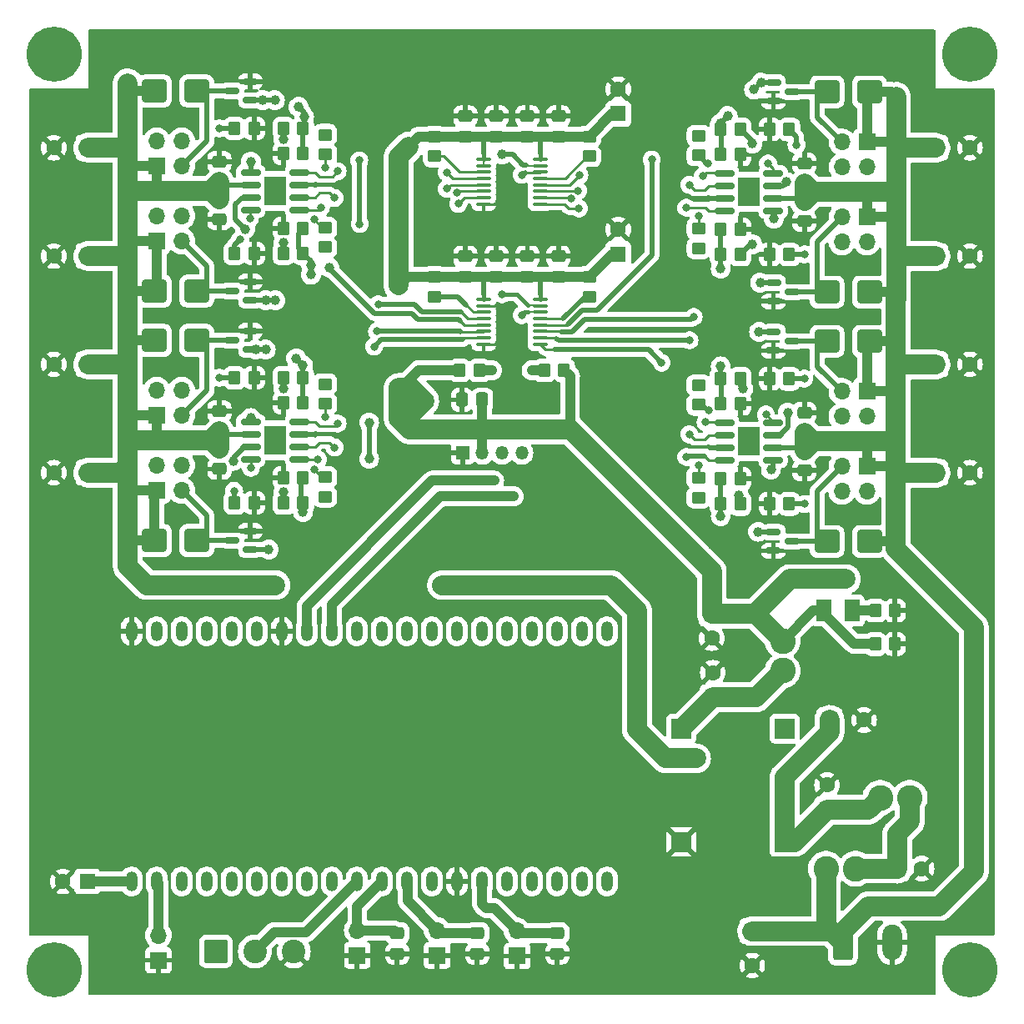
<source format=gtl>
G04 #@! TF.GenerationSoftware,KiCad,Pcbnew,7.0.3*
G04 #@! TF.CreationDate,2023-07-04T11:33:37+03:00*
G04 #@! TF.ProjectId,horse_feeder,686f7273-655f-4666-9565-6465722e6b69,rev?*
G04 #@! TF.SameCoordinates,Original*
G04 #@! TF.FileFunction,Copper,L1,Top*
G04 #@! TF.FilePolarity,Positive*
%FSLAX46Y46*%
G04 Gerber Fmt 4.6, Leading zero omitted, Abs format (unit mm)*
G04 Created by KiCad (PCBNEW 7.0.3) date 2023-07-04 11:33:37*
%MOMM*%
%LPD*%
G01*
G04 APERTURE LIST*
G04 Aperture macros list*
%AMRoundRect*
0 Rectangle with rounded corners*
0 $1 Rounding radius*
0 $2 $3 $4 $5 $6 $7 $8 $9 X,Y pos of 4 corners*
0 Add a 4 corners polygon primitive as box body*
4,1,4,$2,$3,$4,$5,$6,$7,$8,$9,$2,$3,0*
0 Add four circle primitives for the rounded corners*
1,1,$1+$1,$2,$3*
1,1,$1+$1,$4,$5*
1,1,$1+$1,$6,$7*
1,1,$1+$1,$8,$9*
0 Add four rect primitives between the rounded corners*
20,1,$1+$1,$2,$3,$4,$5,0*
20,1,$1+$1,$4,$5,$6,$7,0*
20,1,$1+$1,$6,$7,$8,$9,0*
20,1,$1+$1,$8,$9,$2,$3,0*%
G04 Aperture macros list end*
G04 #@! TA.AperFunction,ComponentPad*
%ADD10R,1.700000X1.700000*%
G04 #@! TD*
G04 #@! TA.AperFunction,ComponentPad*
%ADD11O,1.700000X1.700000*%
G04 #@! TD*
G04 #@! TA.AperFunction,ComponentPad*
%ADD12R,1.600000X1.600000*%
G04 #@! TD*
G04 #@! TA.AperFunction,ComponentPad*
%ADD13C,1.600000*%
G04 #@! TD*
G04 #@! TA.AperFunction,SMDPad,CuDef*
%ADD14RoundRect,0.150000X0.825000X0.150000X-0.825000X0.150000X-0.825000X-0.150000X0.825000X-0.150000X0*%
G04 #@! TD*
G04 #@! TA.AperFunction,SMDPad,CuDef*
%ADD15R,2.290000X3.000000*%
G04 #@! TD*
G04 #@! TA.AperFunction,SMDPad,CuDef*
%ADD16RoundRect,0.100000X-0.637500X-0.100000X0.637500X-0.100000X0.637500X0.100000X-0.637500X0.100000X0*%
G04 #@! TD*
G04 #@! TA.AperFunction,SMDPad,CuDef*
%ADD17RoundRect,0.250000X-0.350000X-0.450000X0.350000X-0.450000X0.350000X0.450000X-0.350000X0.450000X0*%
G04 #@! TD*
G04 #@! TA.AperFunction,SMDPad,CuDef*
%ADD18RoundRect,0.250000X-0.450000X0.350000X-0.450000X-0.350000X0.450000X-0.350000X0.450000X0.350000X0*%
G04 #@! TD*
G04 #@! TA.AperFunction,SMDPad,CuDef*
%ADD19RoundRect,0.250000X-0.475000X0.337500X-0.475000X-0.337500X0.475000X-0.337500X0.475000X0.337500X0*%
G04 #@! TD*
G04 #@! TA.AperFunction,SMDPad,CuDef*
%ADD20RoundRect,0.250000X-1.000000X-0.900000X1.000000X-0.900000X1.000000X0.900000X-1.000000X0.900000X0*%
G04 #@! TD*
G04 #@! TA.AperFunction,SMDPad,CuDef*
%ADD21RoundRect,0.250000X0.475000X-0.337500X0.475000X0.337500X-0.475000X0.337500X-0.475000X-0.337500X0*%
G04 #@! TD*
G04 #@! TA.AperFunction,SMDPad,CuDef*
%ADD22RoundRect,0.250000X1.000000X0.900000X-1.000000X0.900000X-1.000000X-0.900000X1.000000X-0.900000X0*%
G04 #@! TD*
G04 #@! TA.AperFunction,ComponentPad*
%ADD23C,5.600000*%
G04 #@! TD*
G04 #@! TA.AperFunction,SMDPad,CuDef*
%ADD24RoundRect,0.150000X-0.825000X-0.150000X0.825000X-0.150000X0.825000X0.150000X-0.825000X0.150000X0*%
G04 #@! TD*
G04 #@! TA.AperFunction,SMDPad,CuDef*
%ADD25RoundRect,0.250000X0.350000X0.450000X-0.350000X0.450000X-0.350000X-0.450000X0.350000X-0.450000X0*%
G04 #@! TD*
G04 #@! TA.AperFunction,ComponentPad*
%ADD26C,2.600000*%
G04 #@! TD*
G04 #@! TA.AperFunction,ComponentPad*
%ADD27RoundRect,0.250000X-0.750000X-1.550000X0.750000X-1.550000X0.750000X1.550000X-0.750000X1.550000X0*%
G04 #@! TD*
G04 #@! TA.AperFunction,ComponentPad*
%ADD28O,2.000000X3.600000*%
G04 #@! TD*
G04 #@! TA.AperFunction,SMDPad,CuDef*
%ADD29R,2.000000X2.000000*%
G04 #@! TD*
G04 #@! TA.AperFunction,SMDPad,CuDef*
%ADD30RoundRect,0.150000X0.587500X0.150000X-0.587500X0.150000X-0.587500X-0.150000X0.587500X-0.150000X0*%
G04 #@! TD*
G04 #@! TA.AperFunction,SMDPad,CuDef*
%ADD31RoundRect,0.250000X0.450000X-0.350000X0.450000X0.350000X-0.450000X0.350000X-0.450000X-0.350000X0*%
G04 #@! TD*
G04 #@! TA.AperFunction,ComponentPad*
%ADD32O,1.200000X2.000000*%
G04 #@! TD*
G04 #@! TA.AperFunction,SMDPad,CuDef*
%ADD33RoundRect,0.150000X-0.587500X-0.150000X0.587500X-0.150000X0.587500X0.150000X-0.587500X0.150000X0*%
G04 #@! TD*
G04 #@! TA.AperFunction,SMDPad,CuDef*
%ADD34R,1.550000X2.200000*%
G04 #@! TD*
G04 #@! TA.AperFunction,SMDPad,CuDef*
%ADD35RoundRect,0.250000X-0.337500X-0.475000X0.337500X-0.475000X0.337500X0.475000X-0.337500X0.475000X0*%
G04 #@! TD*
G04 #@! TA.AperFunction,ComponentPad*
%ADD36R,1.350000X1.350000*%
G04 #@! TD*
G04 #@! TA.AperFunction,ComponentPad*
%ADD37O,1.350000X1.350000*%
G04 #@! TD*
G04 #@! TA.AperFunction,ComponentPad*
%ADD38RoundRect,0.250001X-0.949999X-0.949999X0.949999X-0.949999X0.949999X0.949999X-0.949999X0.949999X0*%
G04 #@! TD*
G04 #@! TA.AperFunction,ComponentPad*
%ADD39C,2.400000*%
G04 #@! TD*
G04 #@! TA.AperFunction,ViaPad*
%ADD40C,1.500000*%
G04 #@! TD*
G04 #@! TA.AperFunction,ViaPad*
%ADD41C,2.000000*%
G04 #@! TD*
G04 #@! TA.AperFunction,ViaPad*
%ADD42C,1.000000*%
G04 #@! TD*
G04 #@! TA.AperFunction,ViaPad*
%ADD43C,0.800000*%
G04 #@! TD*
G04 #@! TA.AperFunction,Conductor*
%ADD44C,0.250000*%
G04 #@! TD*
G04 #@! TA.AperFunction,Conductor*
%ADD45C,2.000000*%
G04 #@! TD*
G04 #@! TA.AperFunction,Conductor*
%ADD46C,1.000000*%
G04 #@! TD*
G04 #@! TA.AperFunction,Conductor*
%ADD47C,0.500000*%
G04 #@! TD*
G04 #@! TA.AperFunction,Conductor*
%ADD48C,0.400000*%
G04 #@! TD*
G04 #@! TA.AperFunction,Conductor*
%ADD49C,0.200000*%
G04 #@! TD*
G04 APERTURE END LIST*
D10*
X34100000Y-175500000D03*
D11*
X34100000Y-172960000D03*
D12*
X90400000Y-148805113D03*
D13*
X90400000Y-146305113D03*
D14*
X48425000Y-124622000D03*
X48425000Y-123352000D03*
X48425000Y-122082000D03*
X48425000Y-120812000D03*
X43475000Y-120812000D03*
X43475000Y-122082000D03*
X43475000Y-123352000D03*
X43475000Y-124622000D03*
D15*
X45950000Y-122717000D03*
D16*
X67135000Y-94165500D03*
X67135000Y-94815500D03*
X67135000Y-95465500D03*
X67135000Y-96115500D03*
X67135000Y-96765500D03*
X67135000Y-97415500D03*
X67135000Y-98065500D03*
X67135000Y-98715500D03*
X72860000Y-98715500D03*
X72860000Y-98065500D03*
X72860000Y-97415500D03*
X72860000Y-96765500D03*
X72860000Y-96115500D03*
X72860000Y-95465500D03*
X72860000Y-94815500D03*
X72860000Y-94165500D03*
D17*
X41840000Y-103744501D03*
X43840000Y-103744501D03*
X91200000Y-91144501D03*
X93200000Y-91144501D03*
D18*
X62152500Y-91878000D03*
X62152500Y-93878000D03*
D19*
X58360000Y-172762500D03*
X58360000Y-174837500D03*
D20*
X33700000Y-112554501D03*
X38000000Y-112554501D03*
D10*
X33950000Y-127794501D03*
D11*
X33950000Y-125254501D03*
X36490000Y-127794501D03*
X36490000Y-125254501D03*
D12*
X109100000Y-166200000D03*
D13*
X111600000Y-166200000D03*
D10*
X70540000Y-175075000D03*
D11*
X70540000Y-172535000D03*
D12*
X113000000Y-104000000D03*
D13*
X116500000Y-104000000D03*
D10*
X62420000Y-175000000D03*
D11*
X62420000Y-172460000D03*
D21*
X99700000Y-96656228D03*
X99700000Y-94581228D03*
D17*
X41840000Y-129064501D03*
X43840000Y-129064501D03*
X91195000Y-116465000D03*
X93195000Y-116465000D03*
D22*
X106295000Y-132975000D03*
X101995000Y-132975000D03*
D23*
X116500000Y-176500000D03*
D21*
X65272500Y-106108500D03*
X65272500Y-104033500D03*
D24*
X91570000Y-120907501D03*
X91570000Y-122177501D03*
X91570000Y-123447501D03*
X91570000Y-124717501D03*
X96520000Y-124717501D03*
X96520000Y-123447501D03*
X96520000Y-122177501D03*
X96520000Y-120907501D03*
D15*
X94045000Y-122812501D03*
D20*
X33700000Y-87234501D03*
X38000000Y-87234501D03*
D25*
X48800000Y-93584501D03*
X46800000Y-93584501D03*
D26*
X97500000Y-146100000D03*
X97500000Y-143100000D03*
D12*
X80800000Y-89559500D03*
D13*
X80800000Y-87059500D03*
D25*
X48800000Y-103744501D03*
X46800000Y-103744501D03*
X48800000Y-129064501D03*
X46800000Y-129064501D03*
D12*
X80800000Y-103800000D03*
D13*
X80800000Y-101300000D03*
D21*
X65272500Y-91868000D03*
X65272500Y-89793000D03*
X74722500Y-91868000D03*
X74722500Y-89793000D03*
D27*
X103600000Y-173700000D03*
D28*
X108600000Y-173700000D03*
D12*
X113000000Y-93000000D03*
D13*
X116500000Y-93000000D03*
D21*
X40300000Y-96497774D03*
X40300000Y-94422774D03*
D25*
X48800000Y-101204501D03*
X46800000Y-101204501D03*
X98155000Y-129165000D03*
X96155000Y-129165000D03*
D29*
X97695000Y-163485001D03*
X87195000Y-163485001D03*
X87195000Y-151985001D03*
X97695000Y-151985001D03*
D25*
X48800000Y-118904501D03*
X46800000Y-118904501D03*
D10*
X33950000Y-94854501D03*
D11*
X33950000Y-92314501D03*
X36490000Y-94854501D03*
X36490000Y-92314501D03*
D18*
X62152500Y-106108500D03*
X62152500Y-108108500D03*
D21*
X40300000Y-121817774D03*
X40300000Y-119742774D03*
D17*
X91200000Y-93684501D03*
X93200000Y-93684501D03*
D10*
X106050000Y-92414501D03*
D11*
X106050000Y-94954501D03*
X103510000Y-92414501D03*
X103510000Y-94954501D03*
D17*
X106900000Y-140000000D03*
X108900000Y-140000000D03*
D21*
X99695000Y-121976727D03*
X99695000Y-119901727D03*
D18*
X77842500Y-106108500D03*
X77842500Y-108108500D03*
X88950000Y-91784501D03*
X88950000Y-93784501D03*
D12*
X27000000Y-126000000D03*
D13*
X23500000Y-126000000D03*
D21*
X68422500Y-91868000D03*
X68422500Y-89793000D03*
D10*
X54300000Y-175000000D03*
D11*
X54300000Y-172460000D03*
D17*
X91195000Y-129165000D03*
X93195000Y-129165000D03*
D25*
X48800000Y-116364501D03*
X46800000Y-116364501D03*
D23*
X23500000Y-83500000D03*
D30*
X43445000Y-88184501D03*
X43445000Y-86284501D03*
X41570000Y-87234501D03*
X43445000Y-113504501D03*
X43445000Y-111604501D03*
X41570000Y-112554501D03*
X43445000Y-133824501D03*
X43445000Y-131924501D03*
X41570000Y-132874501D03*
D10*
X106050000Y-100034501D03*
D11*
X106050000Y-102574501D03*
X103510000Y-100034501D03*
X103510000Y-102574501D03*
D31*
X51050000Y-128424501D03*
X51050000Y-126424501D03*
D12*
X102000000Y-160205113D03*
D13*
X102000000Y-157705113D03*
D25*
X98160000Y-91144501D03*
X96160000Y-91144501D03*
D19*
X74600000Y-172762500D03*
X74600000Y-174837500D03*
D32*
X31400000Y-167500000D03*
X33940000Y-167500000D03*
X36480000Y-167500000D03*
X39020000Y-167500000D03*
X41560000Y-167500000D03*
X44100000Y-167500000D03*
X46640000Y-167500000D03*
X49180000Y-167500000D03*
X51720000Y-167500000D03*
X54260000Y-167500000D03*
X56800000Y-167500000D03*
X59340000Y-167500000D03*
X61880000Y-167500000D03*
X64420000Y-167500000D03*
X66960000Y-167500000D03*
X69500000Y-167500000D03*
X72040000Y-167500000D03*
X74580000Y-167500000D03*
X77120000Y-167500000D03*
X77120000Y-142100000D03*
X74580000Y-142100000D03*
X72040000Y-142100000D03*
X69500000Y-142100000D03*
X66960000Y-142100000D03*
X64420000Y-142100000D03*
X61880000Y-142100000D03*
X59340000Y-142100000D03*
X56800000Y-142100000D03*
X54260000Y-142100000D03*
X51720000Y-142100000D03*
X49180000Y-142100000D03*
X46640000Y-142100000D03*
X44100000Y-142100000D03*
X41560000Y-142100000D03*
X39020000Y-142100000D03*
X36480000Y-142100000D03*
X33940000Y-142100000D03*
X31400000Y-142100000D03*
X79660000Y-167500000D03*
X79660000Y-142100000D03*
D10*
X33950000Y-120174501D03*
D11*
X33950000Y-117634501D03*
X36490000Y-120174501D03*
X36490000Y-117634501D03*
D17*
X41840000Y-116364501D03*
X43840000Y-116364501D03*
X91195000Y-126625000D03*
X93195000Y-126625000D03*
D21*
X71572500Y-91868000D03*
X71572500Y-89793000D03*
D33*
X96550000Y-111705000D03*
X96550000Y-113605000D03*
X98425000Y-112655000D03*
X96555000Y-106704501D03*
X96555000Y-108604501D03*
X98430000Y-107654501D03*
D34*
X104525000Y-140000000D03*
X101675000Y-140000000D03*
D25*
X75300000Y-115600000D03*
X73300000Y-115600000D03*
D10*
X106045000Y-117735000D03*
D11*
X106045000Y-120275000D03*
X103505000Y-117735000D03*
X103505000Y-120275000D03*
D12*
X27000000Y-115000000D03*
D13*
X23500000Y-115000000D03*
D25*
X98160000Y-103844501D03*
X96160000Y-103844501D03*
X98155000Y-116465000D03*
X96155000Y-116465000D03*
D31*
X51050000Y-119004501D03*
X51050000Y-117004501D03*
D20*
X33700000Y-107554501D03*
X38000000Y-107554501D03*
D21*
X71572500Y-106108500D03*
X71572500Y-104033500D03*
D18*
X88950000Y-101204501D03*
X88950000Y-103204501D03*
D19*
X40300000Y-98232774D03*
X40300000Y-100307774D03*
D22*
X106300000Y-87334501D03*
X102000000Y-87334501D03*
D16*
X67135000Y-108406000D03*
X67135000Y-109056000D03*
X67135000Y-109706000D03*
X67135000Y-110356000D03*
X67135000Y-111006000D03*
X67135000Y-111656000D03*
X67135000Y-112306000D03*
X67135000Y-112956000D03*
X72860000Y-112956000D03*
X72860000Y-112306000D03*
X72860000Y-111656000D03*
X72860000Y-111006000D03*
X72860000Y-110356000D03*
X72860000Y-109706000D03*
X72860000Y-109056000D03*
X72860000Y-108406000D03*
D12*
X27000000Y-104000000D03*
D13*
X23500000Y-104000000D03*
D19*
X66480000Y-172762500D03*
X66480000Y-174837500D03*
D17*
X106900000Y-143400000D03*
X108900000Y-143400000D03*
D22*
X106300000Y-107654501D03*
X102000000Y-107654501D03*
D33*
X96555000Y-86384501D03*
X96555000Y-88284501D03*
X98430000Y-87334501D03*
D31*
X51050000Y-93684501D03*
X51050000Y-91684501D03*
D30*
X43445000Y-108504501D03*
X43445000Y-106604501D03*
X41570000Y-107554501D03*
D23*
X116500000Y-83500000D03*
D12*
X113000000Y-126000000D03*
D13*
X116500000Y-126000000D03*
D14*
X48425000Y-99302000D03*
X48425000Y-98032000D03*
X48425000Y-96762000D03*
X48425000Y-95492000D03*
X43475000Y-95492000D03*
X43475000Y-96762000D03*
X43475000Y-98032000D03*
X43475000Y-99302000D03*
D15*
X45950000Y-97397000D03*
D24*
X91575000Y-95587002D03*
X91575000Y-96857002D03*
X91575000Y-98127002D03*
X91575000Y-99397002D03*
X96525000Y-99397002D03*
X96525000Y-98127002D03*
X96525000Y-96857002D03*
X96525000Y-95587002D03*
D15*
X94050000Y-97492002D03*
D12*
X90300000Y-140300000D03*
D13*
X90300000Y-142800000D03*
D26*
X110400000Y-159000000D03*
X107400000Y-159000000D03*
D25*
X48800000Y-126524501D03*
X46800000Y-126524501D03*
D35*
X64925000Y-118600000D03*
X67000000Y-118600000D03*
D21*
X74722500Y-106108500D03*
X74722500Y-104033500D03*
D12*
X113000000Y-115000000D03*
D13*
X116500000Y-115000000D03*
D25*
X48800000Y-91044501D03*
X46800000Y-91044501D03*
D19*
X40300000Y-123552774D03*
X40300000Y-125627774D03*
D22*
X106295000Y-112655000D03*
X101995000Y-112655000D03*
D21*
X68422500Y-106108500D03*
X68422500Y-104033500D03*
D17*
X91195000Y-119005000D03*
X93195000Y-119005000D03*
D19*
X99700000Y-98391228D03*
X99700000Y-100466228D03*
D18*
X77842500Y-91868000D03*
X77842500Y-93868000D03*
X88945000Y-117105000D03*
X88945000Y-119105000D03*
D36*
X65000000Y-124000000D03*
D37*
X67000000Y-124000000D03*
X69000000Y-124000000D03*
X71000000Y-124000000D03*
D17*
X64700000Y-115600000D03*
X66700000Y-115600000D03*
X91200000Y-103844501D03*
X93200000Y-103844501D03*
D33*
X96550000Y-132025000D03*
X96550000Y-133925000D03*
X98425000Y-132975000D03*
D10*
X33950000Y-102469501D03*
D11*
X33950000Y-99929501D03*
X36490000Y-102469501D03*
X36490000Y-99929501D03*
D19*
X99695000Y-123711727D03*
X99695000Y-125786727D03*
D23*
X23500000Y-176500000D03*
D31*
X51050000Y-103104501D03*
X51050000Y-101104501D03*
D18*
X88945000Y-126525000D03*
X88945000Y-128525000D03*
D26*
X101900000Y-166200000D03*
X104900000Y-166200000D03*
D12*
X27000000Y-93000000D03*
D13*
X23500000Y-93000000D03*
D10*
X106045000Y-125355000D03*
D11*
X106045000Y-127895000D03*
X103505000Y-125355000D03*
X103505000Y-127895000D03*
D12*
X102247349Y-151100000D03*
D13*
X105747349Y-151100000D03*
D17*
X41840000Y-91044501D03*
X43840000Y-91044501D03*
D12*
X26900000Y-167500000D03*
D13*
X24400000Y-167500000D03*
D20*
X33700000Y-132874501D03*
X38000000Y-132874501D03*
D38*
X39940000Y-174600000D03*
D39*
X43900000Y-174600000D03*
X47860000Y-174600000D03*
D17*
X91200000Y-101304501D03*
X93200000Y-101304501D03*
D12*
X94400000Y-172547349D03*
D13*
X94400000Y-176047349D03*
D40*
X33100000Y-160400000D03*
X29500000Y-160400000D03*
D41*
X43000000Y-137400000D03*
X88700000Y-155000000D03*
X68500000Y-137400000D03*
X85700000Y-155000000D03*
X83550000Y-152950000D03*
X62900000Y-137400000D03*
X46000000Y-137400000D03*
X40000000Y-137400000D03*
X65700000Y-137400000D03*
D42*
X45300000Y-133800000D03*
X48800000Y-130003500D03*
X44999964Y-113497187D03*
X48093245Y-114393245D03*
X44000561Y-113511246D03*
X48800000Y-115100000D03*
X45000000Y-108500000D03*
X45999503Y-108500000D03*
X49600000Y-104900497D03*
X49600000Y-105900000D03*
X45940000Y-88184501D03*
X48900000Y-89900000D03*
X48350000Y-88850000D03*
X44700000Y-88184501D03*
X91200000Y-90496500D03*
X91906755Y-89789745D03*
X94590784Y-87104286D03*
X95300000Y-86400000D03*
X91200000Y-105300000D03*
X95200000Y-106700000D03*
X91200000Y-115200000D03*
X95100000Y-111700000D03*
X91200000Y-130400000D03*
X95000000Y-131996500D03*
D43*
X50320000Y-124644501D03*
X51050000Y-120304501D03*
X43500000Y-125500000D03*
X49958409Y-125671030D03*
X50600000Y-99100000D03*
X51050000Y-94984501D03*
X43400000Y-100200000D03*
X49933094Y-100303860D03*
X89400000Y-95900000D03*
X88950000Y-99904501D03*
X89675000Y-120885000D03*
X88945000Y-125225000D03*
X89900000Y-94584734D03*
X96000000Y-94600000D03*
X89963499Y-119653167D03*
X95800000Y-120100000D03*
D41*
X58500000Y-101700000D03*
X58500000Y-104350000D03*
X103900000Y-136800000D03*
X94700000Y-140300000D03*
X58500000Y-107000000D03*
X58500000Y-120500000D03*
X96450000Y-138550000D03*
X61100000Y-118700000D03*
X101000000Y-136800000D03*
X98200000Y-136800000D03*
X58500000Y-117400000D03*
D43*
X56000000Y-113200000D03*
X41796189Y-127848432D03*
D42*
X55500000Y-120900000D03*
X55500000Y-124600000D03*
D43*
X56313501Y-111656000D03*
X40300000Y-116364501D03*
D42*
X51500000Y-105200000D03*
D43*
X42400000Y-102300000D03*
X56430000Y-108910000D03*
X40300000Y-91044501D03*
X54500000Y-94300000D03*
X54550000Y-100743500D03*
X98900000Y-92700000D03*
X84200000Y-94200000D03*
X88460000Y-110180000D03*
X99700000Y-103844501D03*
X99695000Y-116455000D03*
X88030000Y-112560000D03*
X99695000Y-129165000D03*
X85200000Y-114830000D03*
D42*
X66800000Y-126800000D03*
X68200000Y-126800000D03*
D43*
X69000000Y-107900000D03*
X68000000Y-115600000D03*
D42*
X65400000Y-126800000D03*
X69000000Y-93700000D03*
X68800000Y-128400000D03*
D43*
X70997500Y-110000000D03*
X72000000Y-115600000D03*
X70990000Y-95759500D03*
D42*
X67400000Y-128400000D03*
X70200000Y-128400000D03*
X41700000Y-124800000D03*
X46800000Y-127978001D03*
X46800000Y-117451001D03*
X43475000Y-120449501D03*
X42915862Y-101268276D03*
X46800000Y-102658001D03*
X46798523Y-92131001D03*
X43500000Y-94400000D03*
X94400000Y-92600000D03*
X97861546Y-96481739D03*
X94400000Y-102800000D03*
X96600000Y-100200000D03*
X93500000Y-117500000D03*
X98000000Y-119900000D03*
X96300000Y-125700000D03*
X93053686Y-128300000D03*
D43*
X64551984Y-98701984D03*
X51990000Y-123429501D03*
X52300000Y-121000000D03*
X64432226Y-97544000D03*
X51990000Y-98109501D03*
X63400000Y-97160000D03*
X52300000Y-95400000D03*
X63400000Y-95500000D03*
X88010000Y-96779501D03*
X76860439Y-95780439D03*
X76700000Y-97370000D03*
X87700000Y-99100000D03*
X88005000Y-122100000D03*
X76027847Y-98194000D03*
X87700000Y-124400000D03*
X76820000Y-99177500D03*
D44*
X67135000Y-109056000D02*
X68456000Y-109056000D01*
X67135000Y-112956000D02*
X68656000Y-112956000D01*
X68384500Y-98715500D02*
X68400000Y-98700000D01*
X68456000Y-109056000D02*
X68600000Y-109200000D01*
X68700000Y-113000000D02*
X68656000Y-112956000D01*
X67135000Y-98715500D02*
X68300000Y-98715500D01*
D45*
X33950000Y-97394501D02*
X37760000Y-97394501D01*
X98800000Y-172547349D02*
X102447349Y-172547349D01*
D46*
X33700000Y-112554501D02*
X31780000Y-112554501D01*
D45*
X31000000Y-92800000D02*
X31000000Y-94854501D01*
X109300000Y-93000000D02*
X109000000Y-93300000D01*
D46*
X33700000Y-87234501D02*
X31780000Y-87234501D01*
D45*
X108995000Y-120255000D02*
X108995000Y-117800000D01*
X65700000Y-137400000D02*
X68500000Y-137400000D01*
D46*
X31005499Y-127794501D02*
X31000000Y-127800000D01*
X108215000Y-132975000D02*
X108995000Y-133755000D01*
D45*
X108960000Y-97494501D02*
X109000000Y-97534501D01*
D46*
X33700000Y-128044501D02*
X33950000Y-127794501D01*
X108500000Y-87334501D02*
X109000000Y-87834501D01*
D45*
X99700000Y-96656228D02*
X99700000Y-98391228D01*
X62900000Y-137400000D02*
X65700000Y-137400000D01*
D46*
X31500000Y-107554501D02*
X31000000Y-107054501D01*
D45*
X31000000Y-113554501D02*
X31000000Y-115400000D01*
X39461727Y-97394501D02*
X40300000Y-98232774D01*
X85700000Y-155000000D02*
X85600000Y-155000000D01*
X33950000Y-97394501D02*
X31040000Y-97394501D01*
D46*
X106295000Y-132975000D02*
X108215000Y-132975000D01*
D45*
X106050000Y-97494501D02*
X108960000Y-97494501D01*
D46*
X108220000Y-107654501D02*
X109000000Y-108434501D01*
X108985499Y-92414501D02*
X109000000Y-92400000D01*
X106045000Y-125355000D02*
X106045000Y-122815000D01*
X108930000Y-117735000D02*
X108995000Y-117800000D01*
D45*
X109000000Y-100034501D02*
X109000000Y-97534501D01*
D46*
X106045000Y-117735000D02*
X108930000Y-117735000D01*
D45*
X103600000Y-172600000D02*
X103600000Y-173700000D01*
D46*
X33950000Y-94854501D02*
X31000000Y-94854501D01*
D45*
X101900000Y-172000000D02*
X101900000Y-166200000D01*
D46*
X106300000Y-107654501D02*
X108220000Y-107654501D01*
X33950000Y-102469501D02*
X31030499Y-102469501D01*
D45*
X33950000Y-122714501D02*
X31040000Y-122714501D01*
X31000000Y-99954501D02*
X31000000Y-102500000D01*
X82700000Y-152100000D02*
X83550000Y-152950000D01*
X27000000Y-104000000D02*
X30900000Y-104000000D01*
X113400000Y-170000000D02*
X106200000Y-170000000D01*
X30600000Y-115000000D02*
X31000000Y-115400000D01*
D47*
X40564226Y-96762000D02*
X40300000Y-96497774D01*
D46*
X33950000Y-120174501D02*
X33950000Y-122714501D01*
X33950000Y-107304501D02*
X33700000Y-107554501D01*
D45*
X31000000Y-111774501D02*
X31000000Y-113554501D01*
D46*
X106050000Y-92414501D02*
X108985499Y-92414501D01*
D45*
X85700000Y-155000000D02*
X88700000Y-155000000D01*
X102240000Y-97494501D02*
X100596727Y-97494501D01*
X31000000Y-125274501D02*
X31000000Y-127800000D01*
D46*
X33950000Y-94854501D02*
X33950000Y-97394501D01*
D45*
X39403273Y-97394501D02*
X40300000Y-96497774D01*
D47*
X40564226Y-122082000D02*
X40300000Y-121817774D01*
D46*
X33700000Y-132874501D02*
X33700000Y-128044501D01*
D45*
X100596727Y-97494501D02*
X99700000Y-98391228D01*
X109000000Y-108434501D02*
X109000000Y-103900000D01*
X31000000Y-127800000D02*
X31000000Y-132374501D01*
X31000000Y-102500000D02*
X31000000Y-104100000D01*
X113000000Y-93000000D02*
X109300000Y-93000000D01*
X39461727Y-122714501D02*
X40300000Y-123552774D01*
D46*
X106050000Y-92414501D02*
X106050000Y-87584501D01*
D45*
X31000000Y-104100000D02*
X31000000Y-107054501D01*
X109000000Y-94934501D02*
X109000000Y-93300000D01*
D46*
X33950000Y-120174501D02*
X31000000Y-120174501D01*
D45*
X37760000Y-122714501D02*
X39403273Y-122714501D01*
X102447349Y-172547349D02*
X103600000Y-173700000D01*
X106045000Y-122815000D02*
X102235000Y-122815000D01*
X108995000Y-114800000D02*
X108995000Y-113155000D01*
X31000000Y-94854501D02*
X31000000Y-97354501D01*
D47*
X43475000Y-122082000D02*
X40564226Y-122082000D01*
D45*
X100538273Y-97494501D02*
X99700000Y-96656228D01*
X27000000Y-93000000D02*
X30800000Y-93000000D01*
X37760000Y-97394501D02*
X39403273Y-97394501D01*
X27000000Y-115000000D02*
X30600000Y-115000000D01*
D46*
X33700000Y-132874501D02*
X31500000Y-132874501D01*
D45*
X31040000Y-97394501D02*
X31000000Y-97354501D01*
X39403273Y-122714501D02*
X40300000Y-121817774D01*
X33950000Y-122714501D02*
X37760000Y-122714501D01*
D46*
X106295000Y-112655000D02*
X108495000Y-112655000D01*
X33950000Y-127794501D02*
X31005499Y-127794501D01*
D45*
X113000000Y-126000000D02*
X109640000Y-126000000D01*
X109195000Y-115000000D02*
X108995000Y-114800000D01*
X106045000Y-122815000D02*
X108955000Y-122815000D01*
X102235000Y-122815000D02*
X100591727Y-122815000D01*
X103600000Y-173700000D02*
X101900000Y-172000000D01*
X31000000Y-132374501D02*
X31000000Y-134074501D01*
D46*
X106045000Y-125355000D02*
X108995000Y-125355000D01*
D45*
X37760000Y-97394501D02*
X39461727Y-97394501D01*
D46*
X31500000Y-132874501D02*
X31000000Y-132374501D01*
D45*
X108995000Y-125355000D02*
X108995000Y-122855000D01*
X68500000Y-137400000D02*
X80100000Y-137400000D01*
X108995000Y-113155000D02*
X108995000Y-108439501D01*
X31000000Y-120174501D02*
X31000000Y-122674501D01*
X31000000Y-122674501D02*
X31000000Y-125274501D01*
X116900000Y-166500000D02*
X113400000Y-170000000D01*
D47*
X99435774Y-98127002D02*
X99700000Y-98391228D01*
D45*
X106050000Y-97494501D02*
X102240000Y-97494501D01*
X109000000Y-93300000D02*
X109000000Y-92400000D01*
X30900000Y-104000000D02*
X31000000Y-104100000D01*
X113000000Y-115000000D02*
X109195000Y-115000000D01*
D46*
X106045000Y-117735000D02*
X106045000Y-112905000D01*
D45*
X109000000Y-97534501D02*
X109000000Y-94934501D01*
X108995000Y-133755000D02*
X108995000Y-125355000D01*
X82700000Y-152100000D02*
X85600000Y-155000000D01*
X108955000Y-122815000D02*
X108995000Y-122855000D01*
D46*
X31780000Y-87234501D02*
X31000000Y-86454501D01*
D45*
X100591727Y-122815000D02*
X99695000Y-123711727D01*
X108995000Y-122855000D02*
X108995000Y-120255000D01*
X31000000Y-115400000D02*
X31000000Y-120174501D01*
X109640000Y-126000000D02*
X108995000Y-125355000D01*
D46*
X31030499Y-102469501D02*
X31000000Y-102500000D01*
D45*
X31000000Y-135500000D02*
X32900000Y-137400000D01*
X82700000Y-140000000D02*
X82700000Y-152100000D01*
X109000000Y-92400000D02*
X109000000Y-87834501D01*
D47*
X43475000Y-96762000D02*
X40564226Y-96762000D01*
D45*
X36500000Y-137400000D02*
X40000000Y-137400000D01*
X80100000Y-137400000D02*
X82700000Y-140000000D01*
X40300000Y-98232774D02*
X40300000Y-96497774D01*
X36500000Y-137400000D02*
X46000000Y-137400000D01*
X116900000Y-141660000D02*
X116900000Y-166500000D01*
X40300000Y-123552774D02*
X40300000Y-121817774D01*
X109100000Y-104000000D02*
X109000000Y-103900000D01*
D47*
X99430774Y-123447501D02*
X99695000Y-123711727D01*
D45*
X108995000Y-133755000D02*
X116900000Y-141660000D01*
X31000000Y-97354501D02*
X31000000Y-99954501D01*
X31000000Y-134074501D02*
X31000000Y-135500000D01*
D47*
X96520000Y-123447501D02*
X99430774Y-123447501D01*
D45*
X109000000Y-103900000D02*
X109000000Y-100034501D01*
X99695000Y-121976727D02*
X99695000Y-123711727D01*
X30800000Y-93000000D02*
X31000000Y-92800000D01*
X31000000Y-86454501D02*
X31000000Y-92800000D01*
D46*
X106050000Y-100034501D02*
X109000000Y-100034501D01*
D45*
X113000000Y-104000000D02*
X109100000Y-104000000D01*
X108995000Y-108439501D02*
X109000000Y-108434501D01*
X30274501Y-126000000D02*
X31000000Y-125274501D01*
X31000000Y-113554501D02*
X31000000Y-107054501D01*
D46*
X31780000Y-112554501D02*
X31000000Y-111774501D01*
X106050000Y-100034501D02*
X106050000Y-97494501D01*
D45*
X31040000Y-122714501D02*
X31000000Y-122674501D01*
X27000000Y-126000000D02*
X30274501Y-126000000D01*
X100533273Y-122815000D02*
X99695000Y-121976727D01*
X37760000Y-122714501D02*
X39461727Y-122714501D01*
X102235000Y-122815000D02*
X100533273Y-122815000D01*
D46*
X108495000Y-112655000D02*
X108995000Y-113155000D01*
X106050000Y-87584501D02*
X106300000Y-87334501D01*
X33700000Y-107554501D02*
X31500000Y-107554501D01*
D47*
X96525000Y-98127002D02*
X99435774Y-98127002D01*
D45*
X94400000Y-172547349D02*
X98800000Y-172547349D01*
X85600000Y-155000000D02*
X83550000Y-152950000D01*
D46*
X33950000Y-102469501D02*
X33950000Y-107304501D01*
D45*
X102240000Y-97494501D02*
X100538273Y-97494501D01*
D46*
X106300000Y-87334501D02*
X108500000Y-87334501D01*
D45*
X32900000Y-137400000D02*
X36500000Y-137400000D01*
D46*
X106045000Y-112905000D02*
X106295000Y-112655000D01*
D45*
X106200000Y-170000000D02*
X103600000Y-172600000D01*
X108995000Y-117800000D02*
X108995000Y-114800000D01*
X109100000Y-162700000D02*
X110400000Y-161400000D01*
X110400000Y-161400000D02*
X110400000Y-159000000D01*
X109100000Y-166200000D02*
X109100000Y-162700000D01*
X104900000Y-166200000D02*
X109100000Y-166200000D01*
X107400000Y-159000000D02*
X106194887Y-160205113D01*
X97695000Y-156905000D02*
X97695000Y-163485001D01*
X102247349Y-151100000D02*
X102247349Y-152352651D01*
X102247349Y-152352651D02*
X97695000Y-156905000D01*
X97695000Y-163485001D02*
X98720112Y-163485001D01*
X106194887Y-160205113D02*
X102000000Y-160205113D01*
X98720112Y-163485001D02*
X102000000Y-160205113D01*
X87220112Y-151985001D02*
X90400000Y-148805113D01*
X94794887Y-148805113D02*
X97500000Y-146100000D01*
X87195000Y-151985001D02*
X87220112Y-151985001D01*
X90400000Y-148805113D02*
X94794887Y-148805113D01*
D47*
X39000000Y-130304501D02*
X39000000Y-131874501D01*
X39000000Y-131874501D02*
X38000000Y-132874501D01*
X36490000Y-127794501D02*
X39000000Y-130304501D01*
X41570000Y-132874501D02*
X38000000Y-132874501D01*
X39030000Y-117634501D02*
X39030000Y-113584501D01*
X41570000Y-112554501D02*
X38000000Y-112554501D01*
X36490000Y-120174501D02*
X39030000Y-117634501D01*
X39030000Y-113584501D02*
X38000000Y-112554501D01*
X41570000Y-107554501D02*
X38000000Y-107554501D01*
X39000000Y-104979501D02*
X39000000Y-106554501D01*
X39000000Y-106554501D02*
X38000000Y-107554501D01*
X36490000Y-102469501D02*
X39000000Y-104979501D01*
X36490000Y-94854501D02*
X39030000Y-92314501D01*
X39030000Y-92314501D02*
X39030000Y-88264501D01*
X39030000Y-88264501D02*
X38000000Y-87234501D01*
X41570000Y-87234501D02*
X38000000Y-87234501D01*
X98430000Y-87334501D02*
X102000000Y-87334501D01*
X101000000Y-89904501D02*
X101000000Y-88334501D01*
X103510000Y-92414501D02*
X101000000Y-89904501D01*
X101000000Y-88334501D02*
X102000000Y-87334501D01*
X100970000Y-102574501D02*
X100970000Y-106624501D01*
X103510000Y-100034501D02*
X100970000Y-102574501D01*
X100970000Y-106624501D02*
X102000000Y-107654501D01*
X98430000Y-107654501D02*
X102000000Y-107654501D01*
X100995000Y-115225000D02*
X100995000Y-113655000D01*
X98425000Y-112655000D02*
X101995000Y-112655000D01*
X103505000Y-117735000D02*
X100995000Y-115225000D01*
X100995000Y-113655000D02*
X101995000Y-112655000D01*
X103505000Y-125355000D02*
X100965000Y-127895000D01*
X100965000Y-131945000D02*
X101995000Y-132975000D01*
X100965000Y-127895000D02*
X100965000Y-131945000D01*
X98425000Y-132975000D02*
X101995000Y-132975000D01*
X48600000Y-128864501D02*
X48600000Y-126724501D01*
X48800000Y-130003500D02*
X48800000Y-129064501D01*
X43445000Y-133824501D02*
X45275499Y-133824501D01*
X45275499Y-133824501D02*
X45300000Y-133800000D01*
X48600000Y-126724501D02*
X48800000Y-126524501D01*
X48800000Y-129064501D02*
X48600000Y-128864501D01*
X44000561Y-113511246D02*
X43993816Y-113504501D01*
X43993816Y-113504501D02*
X43445000Y-113504501D01*
X44014620Y-113497187D02*
X44000561Y-113511246D01*
X48800000Y-115100000D02*
X48093245Y-114393245D01*
X48800000Y-118904501D02*
X48800000Y-116364501D01*
X44999964Y-113497187D02*
X44014620Y-113497187D01*
X48800000Y-115100000D02*
X48800000Y-116364501D01*
X48800000Y-103744501D02*
X48320000Y-103264501D01*
X49600000Y-104544501D02*
X48800000Y-103744501D01*
X43445000Y-108504501D02*
X44995499Y-108504501D01*
X44995499Y-108504501D02*
X45000000Y-108500000D01*
X49600000Y-105900000D02*
X49600000Y-104544501D01*
X48320000Y-101684501D02*
X48800000Y-101204501D01*
X45000000Y-108500000D02*
X45999503Y-108500000D01*
X48320000Y-103264501D02*
X48320000Y-101684501D01*
X44700000Y-88184501D02*
X43445000Y-88184501D01*
X48800000Y-93584501D02*
X48800000Y-91044501D01*
X43445000Y-88184501D02*
X45940000Y-88184501D01*
X48900000Y-90944501D02*
X48800000Y-91044501D01*
X48900000Y-89400000D02*
X48900000Y-89900000D01*
X48900000Y-89900000D02*
X48900000Y-90944501D01*
X48350000Y-88850000D02*
X48900000Y-89400000D01*
X91200000Y-91144501D02*
X91244000Y-91188501D01*
X95295070Y-86400000D02*
X94590784Y-87104286D01*
X91244000Y-91188501D02*
X91244000Y-93640501D01*
X95300000Y-86400000D02*
X96539501Y-86400000D01*
X91244000Y-93640501D02*
X91200000Y-93684501D01*
X95300000Y-86400000D02*
X95295070Y-86400000D01*
X96539501Y-86400000D02*
X96555000Y-86384501D01*
X91200000Y-90496500D02*
X91906755Y-89789745D01*
X91200000Y-101304501D02*
X91200000Y-103844501D01*
X95204501Y-106704501D02*
X95200000Y-106700000D01*
X96555000Y-106704501D02*
X95204501Y-106704501D01*
X91200000Y-105300000D02*
X91200000Y-103844501D01*
X91195000Y-116465000D02*
X91239000Y-116509000D01*
X91195000Y-116465000D02*
X91195000Y-115205000D01*
X96545000Y-111700000D02*
X96550000Y-111705000D01*
X91239000Y-116509000D02*
X91239000Y-118961000D01*
X91239000Y-118961000D02*
X91195000Y-119005000D01*
X95100000Y-111700000D02*
X96545000Y-111700000D01*
X91195000Y-115205000D02*
X91200000Y-115200000D01*
X91200000Y-129170000D02*
X91195000Y-129165000D01*
X96550000Y-132025000D02*
X95028500Y-132025000D01*
X91200000Y-130400000D02*
X91200000Y-129170000D01*
X91195000Y-126625000D02*
X91195000Y-129165000D01*
X95028500Y-132025000D02*
X95000000Y-131996500D01*
D44*
X50320000Y-124644501D02*
X48447501Y-124644501D01*
X48447501Y-124644501D02*
X48425000Y-124622000D01*
X51050000Y-119004501D02*
X51050000Y-120304501D01*
X49958409Y-125671030D02*
X50711880Y-126424501D01*
X43500000Y-125500000D02*
X43475000Y-125475000D01*
X50711880Y-126424501D02*
X51050000Y-126424501D01*
X43475000Y-125475000D02*
X43475000Y-124622000D01*
X50375499Y-99324501D02*
X50600000Y-99100000D01*
X48425000Y-99302000D02*
X48447501Y-99324501D01*
X51050000Y-93684501D02*
X51050000Y-94984501D01*
X48447501Y-99324501D02*
X50375499Y-99324501D01*
X43400000Y-99377000D02*
X43475000Y-99302000D01*
X49933094Y-100303860D02*
X50733735Y-101104501D01*
X50733735Y-101104501D02*
X51050000Y-101104501D01*
X43400000Y-100200000D02*
X43400000Y-99377000D01*
X89735499Y-95564501D02*
X90200000Y-95564501D01*
X89400000Y-95900000D02*
X89735499Y-95564501D01*
X91552499Y-95564501D02*
X91575000Y-95587002D01*
X90200000Y-95564501D02*
X91552499Y-95564501D01*
X88950000Y-101204501D02*
X88950000Y-99904501D01*
X91547499Y-120885000D02*
X91570000Y-120907501D01*
X89675000Y-120885000D02*
X91547499Y-120885000D01*
X88945000Y-126525000D02*
X88945000Y-125225000D01*
D47*
X89900000Y-94584734D02*
X89750233Y-94584734D01*
D44*
X96000000Y-94600000D02*
X96525000Y-95125000D01*
D47*
X89750233Y-94584734D02*
X88950000Y-93784501D01*
D44*
X96525000Y-95125000D02*
X96525000Y-95587002D01*
X95800000Y-120100000D02*
X96520000Y-120820000D01*
X96520000Y-120820000D02*
X96520000Y-120907501D01*
X89415332Y-119105000D02*
X88945000Y-119105000D01*
X89963499Y-119653167D02*
X89415332Y-119105000D01*
X75424411Y-96115500D02*
X77671911Y-93868000D01*
X77671911Y-93868000D02*
X77842500Y-93868000D01*
X72860000Y-96115500D02*
X75424411Y-96115500D01*
X67135000Y-95465500D02*
X64649721Y-95465500D01*
X64649721Y-95465500D02*
X63052221Y-93868000D01*
X63052221Y-93868000D02*
X62152500Y-93868000D01*
D47*
X62154000Y-108110000D02*
X62152500Y-108108500D01*
X65380000Y-108990000D02*
X64500000Y-108110000D01*
D44*
X66096000Y-109706000D02*
X65380000Y-108990000D01*
D47*
X64500000Y-108110000D02*
X62154000Y-108110000D01*
D44*
X67135000Y-109706000D02*
X66096000Y-109706000D01*
X72860000Y-110356000D02*
X72864000Y-110360000D01*
X77671911Y-108108500D02*
X77842500Y-108108500D01*
D47*
X75170000Y-110360000D02*
X77421500Y-108108500D01*
D44*
X72864000Y-110360000D02*
X75170000Y-110360000D01*
D47*
X77421500Y-108108500D02*
X77842500Y-108108500D01*
D46*
X34100000Y-172960000D02*
X34100000Y-167660000D01*
X34100000Y-167660000D02*
X33940000Y-167500000D01*
D45*
X58500000Y-107000000D02*
X58500000Y-104200000D01*
X96450000Y-138550000D02*
X96750000Y-138250000D01*
D46*
X80151000Y-103800000D02*
X77842500Y-106108500D01*
D48*
X67135000Y-94165500D02*
X67135000Y-93625500D01*
D45*
X58500000Y-93900000D02*
X59500000Y-92900000D01*
X98200000Y-136800000D02*
X98300000Y-136800000D01*
D46*
X75900000Y-121600000D02*
X75900000Y-116200000D01*
X67142500Y-106108500D02*
X73432500Y-106108500D01*
X66732500Y-91868000D02*
X67142500Y-91868000D01*
X75900000Y-116200000D02*
X75300000Y-115600000D01*
X66732500Y-106108500D02*
X67142500Y-106108500D01*
D45*
X96750000Y-138250000D02*
X98200000Y-136800000D01*
D46*
X80800000Y-103800000D02*
X80151000Y-103800000D01*
X26900000Y-167500000D02*
X31400000Y-167500000D01*
X73432500Y-91868000D02*
X74722500Y-91868000D01*
X67135000Y-91875500D02*
X67142500Y-91868000D01*
D45*
X58500000Y-104200000D02*
X58500000Y-101700000D01*
D47*
X67135000Y-107866000D02*
X67135000Y-106116000D01*
D48*
X67135000Y-108406000D02*
X67135000Y-107866000D01*
D46*
X101675000Y-140325000D02*
X101675000Y-140000000D01*
X63200000Y-106108500D02*
X59391500Y-106108500D01*
D45*
X90300000Y-136000000D02*
X75900000Y-121600000D01*
X94700000Y-140300000D02*
X96450000Y-138550000D01*
D47*
X72860000Y-107866000D02*
X72860000Y-106116000D01*
D46*
X67000000Y-121400000D02*
X66800000Y-121600000D01*
D45*
X94700000Y-140300000D02*
X97500000Y-143100000D01*
D46*
X73432500Y-106108500D02*
X77842500Y-106108500D01*
D45*
X58500000Y-120500000D02*
X59300000Y-120500000D01*
X59800000Y-117400000D02*
X60000000Y-117600000D01*
X59300000Y-120500000D02*
X61100000Y-118700000D01*
D46*
X104750000Y-143400000D02*
X101675000Y-140325000D01*
X67000000Y-118600000D02*
X67000000Y-121400000D01*
D45*
X58500000Y-94603523D02*
X58500000Y-93900000D01*
X58500000Y-118800000D02*
X58500000Y-117600000D01*
X98500000Y-136800000D02*
X103900000Y-136800000D01*
X90300000Y-140300000D02*
X94700000Y-140300000D01*
D46*
X68007500Y-106108500D02*
X68422500Y-106108500D01*
D45*
X61400000Y-121600000D02*
X59600000Y-121600000D01*
D46*
X106900000Y-143400000D02*
X104750000Y-143400000D01*
X65272500Y-91868000D02*
X66732500Y-91868000D01*
X58500000Y-117600000D02*
X60500000Y-115600000D01*
D45*
X61100000Y-118700000D02*
X58600000Y-118700000D01*
D46*
X65272500Y-106108500D02*
X63200000Y-106108500D01*
X59500000Y-92900000D02*
X60522000Y-91878000D01*
X60500000Y-115600000D02*
X64700000Y-115600000D01*
D45*
X58500000Y-120500000D02*
X58500000Y-118800000D01*
D46*
X67135000Y-106116000D02*
X67142500Y-106108500D01*
X73432500Y-91868000D02*
X77842500Y-91868000D01*
D48*
X72860000Y-108406000D02*
X72860000Y-107866000D01*
D46*
X65272500Y-91868000D02*
X62152500Y-91868000D01*
D49*
X67135000Y-94815500D02*
X67135000Y-94165500D01*
D45*
X58500000Y-117400000D02*
X59800000Y-117400000D01*
D46*
X67142500Y-91868000D02*
X73432500Y-91868000D01*
D45*
X90300000Y-140300000D02*
X90300000Y-136000000D01*
D46*
X80800000Y-89559500D02*
X80151000Y-89559500D01*
X68007500Y-91868000D02*
X68422500Y-91868000D01*
X60522000Y-91878000D02*
X62152500Y-91878000D01*
D45*
X98300000Y-136800000D02*
X98500000Y-136800000D01*
X58600000Y-118700000D02*
X58500000Y-118800000D01*
D46*
X73432500Y-106108500D02*
X74722500Y-106108500D01*
X67000000Y-124000000D02*
X67000000Y-121800000D01*
D45*
X66800000Y-121600000D02*
X61400000Y-121600000D01*
D46*
X59391500Y-106108500D02*
X58500000Y-107000000D01*
D45*
X75900000Y-121600000D02*
X66800000Y-121600000D01*
D46*
X100600000Y-140000000D02*
X97500000Y-143100000D01*
X80151000Y-89559500D02*
X77842500Y-91868000D01*
D45*
X58500000Y-101700000D02*
X58500000Y-94603523D01*
D47*
X72860000Y-93625500D02*
X72860000Y-91875500D01*
D48*
X72860000Y-94165500D02*
X72860000Y-93625500D01*
D45*
X58500000Y-117600000D02*
X60000000Y-117600000D01*
D46*
X67000000Y-121800000D02*
X66800000Y-121600000D01*
D45*
X60000000Y-117600000D02*
X61100000Y-118700000D01*
X59600000Y-121600000D02*
X58500000Y-120500000D01*
D46*
X65272500Y-106108500D02*
X66732500Y-106108500D01*
X101675000Y-140000000D02*
X100600000Y-140000000D01*
X63200000Y-106108500D02*
X62152500Y-106108500D01*
D47*
X67135000Y-93625500D02*
X67135000Y-91875500D01*
X56730000Y-112470000D02*
X56000000Y-113200000D01*
X64990000Y-112440000D02*
X64960000Y-112470000D01*
D44*
X67135000Y-112306000D02*
X65124000Y-112306000D01*
D47*
X41840000Y-127892243D02*
X41840000Y-129074501D01*
X64960000Y-112470000D02*
X56730000Y-112470000D01*
X55500000Y-120900000D02*
X55500000Y-124600000D01*
X41796189Y-127848432D02*
X41840000Y-127892243D01*
D44*
X65124000Y-112306000D02*
X64990000Y-112440000D01*
X64800000Y-111660000D02*
X67131000Y-111660000D01*
D47*
X56313501Y-111656000D02*
X64796000Y-111656000D01*
X64796000Y-111656000D02*
X64800000Y-111660000D01*
X40300000Y-116364501D02*
X41840000Y-116364501D01*
D44*
X67131000Y-111660000D02*
X67135000Y-111656000D01*
X65226000Y-111006000D02*
X64790000Y-110570000D01*
X67135000Y-111006000D02*
X65226000Y-111006000D01*
D47*
X64624000Y-110404000D02*
X60514000Y-110404000D01*
X42400000Y-102300000D02*
X41840000Y-102860000D01*
X59816000Y-109814000D02*
X56055550Y-109814000D01*
X51500000Y-105258450D02*
X56055550Y-109814000D01*
X51500000Y-105200000D02*
X51500000Y-105258450D01*
X60514000Y-110404000D02*
X60406000Y-110404000D01*
X41840000Y-102860000D02*
X41840000Y-103754501D01*
X60406000Y-110404000D02*
X59816000Y-109814000D01*
X64790000Y-110570000D02*
X64624000Y-110404000D01*
X60130000Y-108910000D02*
X60620000Y-109400000D01*
X54500000Y-100693500D02*
X54550000Y-100743500D01*
X54500000Y-94300000D02*
X54500000Y-100693500D01*
X60870000Y-109650000D02*
X64830000Y-109650000D01*
D44*
X65536000Y-110356000D02*
X67135000Y-110356000D01*
D47*
X60620000Y-109400000D02*
X60870000Y-109650000D01*
D44*
X64830000Y-109650000D02*
X65536000Y-110356000D01*
D47*
X40300000Y-91044501D02*
X41840000Y-91044501D01*
X56430000Y-108910000D02*
X60130000Y-108910000D01*
X77140000Y-109510000D02*
X78630000Y-109510000D01*
D44*
X72860000Y-111006000D02*
X75644000Y-111006000D01*
D47*
X84200000Y-103940000D02*
X78630000Y-109510000D01*
X98900000Y-91874501D02*
X98160000Y-91134501D01*
X84200000Y-94200000D02*
X84200000Y-103940000D01*
X98900000Y-92700000D02*
X98900000Y-91874501D01*
X75670000Y-110980000D02*
X77140000Y-109510000D01*
D44*
X75644000Y-111006000D02*
X75670000Y-110980000D01*
D47*
X76116000Y-111734000D02*
X77390000Y-110460000D01*
D44*
X72860000Y-111656000D02*
X74966000Y-111656000D01*
D47*
X99700000Y-103844501D02*
X98160000Y-103844501D01*
X75044000Y-111734000D02*
X76116000Y-111734000D01*
X88180000Y-110460000D02*
X88460000Y-110180000D01*
X77390000Y-110460000D02*
X88180000Y-110460000D01*
X74970000Y-111660000D02*
X75044000Y-111734000D01*
D44*
X74966000Y-111656000D02*
X74970000Y-111660000D01*
X72938782Y-112306348D02*
X74466348Y-112306348D01*
D47*
X74720000Y-112560000D02*
X88030000Y-112560000D01*
X99695000Y-116455000D02*
X98155000Y-116455000D01*
D44*
X72938282Y-112306848D02*
X72938782Y-112306348D01*
X74466348Y-112306348D02*
X74520000Y-112360000D01*
D47*
X74520000Y-112360000D02*
X74720000Y-112560000D01*
D44*
X73414000Y-113510000D02*
X74300000Y-113510000D01*
D47*
X99695000Y-129165000D02*
X98155000Y-129165000D01*
X75870000Y-113510000D02*
X83880000Y-113510000D01*
X74300000Y-113510000D02*
X75870000Y-113510000D01*
X83880000Y-113510000D02*
X85200000Y-114830000D01*
D44*
X72860000Y-112956000D02*
X73414000Y-113510000D01*
D49*
X71600000Y-109000000D02*
X72804000Y-109000000D01*
D46*
X64300000Y-126800000D02*
X68200000Y-126800000D01*
X64300000Y-126800000D02*
X65400000Y-126800000D01*
X49180000Y-142100000D02*
X49180000Y-139520000D01*
D48*
X69000000Y-107900000D02*
X70500000Y-107900000D01*
D46*
X61900000Y-126800000D02*
X64300000Y-126800000D01*
X49180000Y-139520000D02*
X61900000Y-126800000D01*
D47*
X71146000Y-94746000D02*
X71452500Y-94746000D01*
D49*
X72857500Y-94813000D02*
X71452500Y-94813000D01*
D47*
X70100000Y-93700000D02*
X71146000Y-94746000D01*
D48*
X70500000Y-107900000D02*
X71600000Y-109000000D01*
D49*
X72860000Y-109056000D02*
X72857500Y-109053500D01*
D46*
X68000000Y-115600000D02*
X66700000Y-115600000D01*
D47*
X70100000Y-93700000D02*
X69000000Y-93700000D01*
D49*
X72860000Y-94815500D02*
X72857500Y-94813000D01*
X72804000Y-109000000D02*
X72860000Y-109056000D01*
X72860000Y-109706000D02*
X71600000Y-109706000D01*
D44*
X72825500Y-95500000D02*
X72860000Y-95465500D01*
D47*
X70990000Y-95759500D02*
X70990000Y-95710000D01*
D46*
X72000000Y-115600000D02*
X73300000Y-115600000D01*
X51720000Y-142100000D02*
X51720000Y-139380000D01*
D48*
X70997500Y-110000000D02*
X71291500Y-109706000D01*
D47*
X70990000Y-95759500D02*
X71140500Y-95759500D01*
X71140500Y-95759500D02*
X71400000Y-95500000D01*
D46*
X62700000Y-128400000D02*
X70200000Y-128400000D01*
D44*
X71400000Y-95500000D02*
X72825500Y-95500000D01*
D46*
X51720000Y-139380000D02*
X62700000Y-128400000D01*
D48*
X71291500Y-109706000D02*
X71600000Y-109706000D01*
D47*
X43475000Y-123352000D02*
X42845104Y-123352000D01*
X42622501Y-123352000D02*
X43475000Y-123352000D01*
X46800000Y-127978001D02*
X46800000Y-129064501D01*
X41700000Y-124497104D02*
X41700000Y-124800000D01*
X42845104Y-123352000D02*
X41700000Y-124497104D01*
X46800000Y-117451001D02*
X46800000Y-116364501D01*
X43475000Y-120812000D02*
X43475000Y-120449501D01*
X46800000Y-102658001D02*
X46800000Y-103744501D01*
X41900000Y-100252414D02*
X42915862Y-101268276D01*
X42622501Y-98032000D02*
X43475000Y-98032000D01*
X41900000Y-98754501D02*
X42622501Y-98032000D01*
X41900000Y-98754501D02*
X41900000Y-100252414D01*
X43475000Y-94425000D02*
X43500000Y-94400000D01*
X43475000Y-95129501D02*
X43475000Y-94425000D01*
X46798523Y-92131001D02*
X46798523Y-91045978D01*
X46798523Y-91045978D02*
X46800000Y-91044501D01*
X43475000Y-95492000D02*
X43475000Y-95129501D01*
X97377499Y-96857002D02*
X96525000Y-96857002D01*
X94400000Y-92344501D02*
X93200000Y-91144501D01*
X94400000Y-92600000D02*
X94400000Y-92344501D01*
X97486283Y-96857002D02*
X97861546Y-96481739D01*
X96525000Y-96857002D02*
X97486283Y-96857002D01*
X94244501Y-102800000D02*
X93200000Y-103844501D01*
X96600000Y-99472002D02*
X96525000Y-99397002D01*
X94400000Y-102800000D02*
X94244501Y-102800000D01*
X96600000Y-100200000D02*
X96600000Y-99472002D01*
X93195000Y-116465000D02*
X93195000Y-117195000D01*
X98000000Y-119900000D02*
X98000000Y-121327397D01*
X97149896Y-122177501D02*
X96520000Y-122177501D01*
X93195000Y-117195000D02*
X93500000Y-117500000D01*
X98000000Y-121327397D02*
X97149896Y-122177501D01*
X97372499Y-122177501D02*
X96520000Y-122177501D01*
X93053686Y-128078293D02*
X93053686Y-129023686D01*
X96520000Y-125480000D02*
X96520000Y-124717501D01*
X96300000Y-125700000D02*
X96520000Y-125480000D01*
X93053686Y-129023686D02*
X93195000Y-129165000D01*
D46*
X74600000Y-172762500D02*
X70767500Y-172762500D01*
X66960000Y-169760000D02*
X67400000Y-170200000D01*
X70767500Y-172762500D02*
X70540000Y-172535000D01*
X67400000Y-170200000D02*
X68205000Y-170200000D01*
X66960000Y-167500000D02*
X66960000Y-169760000D01*
X68205000Y-170200000D02*
X70540000Y-172535000D01*
X66480000Y-172762500D02*
X62722500Y-172762500D01*
X59400000Y-169440000D02*
X59400000Y-167560000D01*
X59400000Y-167560000D02*
X59340000Y-167500000D01*
X62722500Y-172762500D02*
X62420000Y-172460000D01*
X62420000Y-172460000D02*
X59400000Y-169440000D01*
X58057500Y-172460000D02*
X58360000Y-172762500D01*
X54300000Y-172460000D02*
X58057500Y-172460000D01*
X54300000Y-170000000D02*
X56800000Y-167500000D01*
X54300000Y-172700000D02*
X54300000Y-170000000D01*
X45854000Y-172646000D02*
X49114000Y-172646000D01*
X43900000Y-174600000D02*
X45854000Y-172646000D01*
X49114000Y-172646000D02*
X54260000Y-167500000D01*
D44*
X48425000Y-123352000D02*
X50012499Y-123352000D01*
X50012499Y-123352000D02*
X50440000Y-122924499D01*
X65188468Y-98065500D02*
X64551984Y-98701984D01*
X50440000Y-122924499D02*
X51484998Y-122924499D01*
X67135000Y-98065500D02*
X65188468Y-98065500D01*
X51484998Y-122924499D02*
X51990000Y-123429501D01*
X50440000Y-121239501D02*
X52060499Y-121239501D01*
X67135000Y-97415500D02*
X64560726Y-97415500D01*
X48425000Y-120812000D02*
X50012499Y-120812000D01*
X50012499Y-120812000D02*
X50440000Y-121239501D01*
X64560726Y-97415500D02*
X64432226Y-97544000D01*
X67135000Y-97415500D02*
X67134500Y-97415000D01*
X52060499Y-121239501D02*
X52300000Y-121000000D01*
X63794500Y-96765500D02*
X63400000Y-97160000D01*
X51484998Y-97604499D02*
X51990000Y-98109501D01*
X50012499Y-98032000D02*
X50440000Y-97604499D01*
X50440000Y-97604499D02*
X51484998Y-97604499D01*
X48425000Y-98032000D02*
X50012499Y-98032000D01*
X67135000Y-96765500D02*
X63794500Y-96765500D01*
X48425000Y-95492000D02*
X50012499Y-95492000D01*
X50440000Y-95919501D02*
X51780499Y-95919501D01*
X64015500Y-96115500D02*
X67135000Y-96115500D01*
X50012499Y-95492000D02*
X50440000Y-95919501D01*
X63400000Y-95500000D02*
X64015500Y-96115500D01*
X51780499Y-95919501D02*
X52300000Y-95400000D01*
X89987501Y-96857002D02*
X89560000Y-97284503D01*
X72860000Y-96765500D02*
X75875378Y-96765500D01*
X88515002Y-97284503D02*
X88010000Y-96779501D01*
X89560000Y-97284503D02*
X88515002Y-97284503D01*
X91575000Y-96857002D02*
X89987501Y-96857002D01*
X75875378Y-96765500D02*
X76860439Y-95780439D01*
X89690499Y-99100000D02*
X87910000Y-99100000D01*
X76654500Y-97415500D02*
X76700000Y-97370000D01*
X89987501Y-99397002D02*
X89690499Y-99100000D01*
X91575000Y-99397002D02*
X89987501Y-99397002D01*
X72860000Y-97415500D02*
X76654500Y-97415500D01*
X72938282Y-98066348D02*
X72938782Y-98065848D01*
X91570000Y-122177501D02*
X89982501Y-122177501D01*
X75899347Y-98065500D02*
X76027847Y-98194000D01*
X72860000Y-98065500D02*
X75899347Y-98065500D01*
X89982501Y-122177501D02*
X89555000Y-122605002D01*
X88510002Y-122605002D02*
X88005000Y-122100000D01*
X89555000Y-122605002D02*
X88510002Y-122605002D01*
X91570000Y-124717501D02*
X89982501Y-124717501D01*
X75345500Y-98715500D02*
X72860000Y-98715500D01*
D47*
X87700000Y-124400000D02*
X87800000Y-124300000D01*
X87800000Y-124300000D02*
X89565000Y-124300000D01*
D44*
X89565000Y-124300000D02*
X89982501Y-124717501D01*
X76820000Y-99177500D02*
X75807500Y-99177500D01*
X75807500Y-99177500D02*
X75345500Y-98715500D01*
D46*
X104525000Y-140000000D02*
X106900000Y-140000000D01*
G04 #@! TA.AperFunction,Conductor*
G36*
X112943039Y-81019685D02*
G01*
X112988794Y-81072489D01*
X113000000Y-81124000D01*
X113000000Y-87000000D01*
X118876000Y-87000000D01*
X118943039Y-87019685D01*
X118988794Y-87072489D01*
X119000000Y-87124000D01*
X119000000Y-172876000D01*
X118980315Y-172943039D01*
X118927511Y-172988794D01*
X118876000Y-173000000D01*
X113000000Y-173000000D01*
X113000000Y-178876000D01*
X112980315Y-178943039D01*
X112927511Y-178988794D01*
X112876000Y-179000000D01*
X27124000Y-179000000D01*
X27056961Y-178980315D01*
X27011206Y-178927511D01*
X27000000Y-178876000D01*
X27000000Y-173000000D01*
X21124000Y-173000000D01*
X21056961Y-172980315D01*
X21039362Y-172960005D01*
X32736844Y-172960005D01*
X32755434Y-173184359D01*
X32755436Y-173184371D01*
X32810703Y-173402614D01*
X32901140Y-173608792D01*
X32994309Y-173751397D01*
X33024278Y-173797268D01*
X33175707Y-173961762D01*
X33206629Y-174024415D01*
X33198769Y-174093841D01*
X33154622Y-174147997D01*
X33127811Y-174161926D01*
X33007912Y-174206646D01*
X33007906Y-174206649D01*
X32892812Y-174292809D01*
X32892809Y-174292812D01*
X32806649Y-174407906D01*
X32806645Y-174407913D01*
X32756403Y-174542620D01*
X32756401Y-174542627D01*
X32750000Y-174602155D01*
X32750000Y-174602172D01*
X32749999Y-175250000D01*
X33666314Y-175250000D01*
X33640507Y-175290156D01*
X33600000Y-175428111D01*
X33600000Y-175571889D01*
X33640507Y-175709844D01*
X33666314Y-175750000D01*
X32750000Y-175750000D01*
X32750000Y-176397844D01*
X32756401Y-176457372D01*
X32756403Y-176457379D01*
X32806645Y-176592086D01*
X32806649Y-176592093D01*
X32892809Y-176707187D01*
X32892812Y-176707190D01*
X33007906Y-176793350D01*
X33007913Y-176793354D01*
X33142620Y-176843596D01*
X33142627Y-176843598D01*
X33202155Y-176849999D01*
X33202172Y-176850000D01*
X33850000Y-176850000D01*
X33850000Y-175935501D01*
X33957685Y-175984680D01*
X34064237Y-176000000D01*
X34135763Y-176000000D01*
X34242315Y-175984680D01*
X34350000Y-175935501D01*
X34350000Y-176850000D01*
X34997828Y-176850000D01*
X34997844Y-176849999D01*
X35057372Y-176843598D01*
X35057379Y-176843596D01*
X35192086Y-176793354D01*
X35192093Y-176793350D01*
X35307187Y-176707190D01*
X35307190Y-176707187D01*
X35393350Y-176592093D01*
X35393354Y-176592086D01*
X35443596Y-176457379D01*
X35443598Y-176457372D01*
X35449999Y-176397844D01*
X35450000Y-176397827D01*
X35450000Y-175750000D01*
X34533686Y-175750000D01*
X34559493Y-175709844D01*
X34591584Y-175600551D01*
X38231500Y-175600551D01*
X38242113Y-175704428D01*
X38297883Y-175872735D01*
X38297884Y-175872738D01*
X38390967Y-176023647D01*
X38390970Y-176023651D01*
X38516348Y-176149029D01*
X38516352Y-176149032D01*
X38667261Y-176242115D01*
X38667264Y-176242116D01*
X38835571Y-176297886D01*
X38835572Y-176297886D01*
X38835575Y-176297887D01*
X38939456Y-176308500D01*
X38939461Y-176308500D01*
X40940539Y-176308500D01*
X40940544Y-176308500D01*
X41044425Y-176297887D01*
X41212738Y-176242115D01*
X41363651Y-176149030D01*
X41489030Y-176023651D01*
X41582115Y-175872738D01*
X41637887Y-175704425D01*
X41648500Y-175600544D01*
X41648500Y-174600004D01*
X42186709Y-174600004D01*
X42205843Y-174855343D01*
X42205844Y-174855348D01*
X42205844Y-174855352D01*
X42205845Y-174855353D01*
X42214352Y-174892624D01*
X42262822Y-175104987D01*
X42262824Y-175104996D01*
X42262826Y-175105001D01*
X42356378Y-175343369D01*
X42484413Y-175565131D01*
X42561810Y-175662184D01*
X42644072Y-175765338D01*
X42786881Y-175897844D01*
X42831781Y-175939505D01*
X43043355Y-176083754D01*
X43043360Y-176083756D01*
X43043361Y-176083757D01*
X43043362Y-176083758D01*
X43163812Y-176141763D01*
X43274061Y-176194856D01*
X43274062Y-176194856D01*
X43274065Y-176194858D01*
X43518757Y-176270335D01*
X43518758Y-176270335D01*
X43518761Y-176270336D01*
X43771958Y-176308499D01*
X43771963Y-176308499D01*
X43771966Y-176308500D01*
X43771967Y-176308500D01*
X44028033Y-176308500D01*
X44028034Y-176308500D01*
X44028041Y-176308499D01*
X44281238Y-176270336D01*
X44281239Y-176270335D01*
X44281243Y-176270335D01*
X44525935Y-176194858D01*
X44739330Y-176092093D01*
X44756638Y-176083758D01*
X44756638Y-176083757D01*
X44756646Y-176083754D01*
X44968219Y-175939505D01*
X45155931Y-175765334D01*
X45315587Y-175565131D01*
X45443622Y-175343369D01*
X45537174Y-175105001D01*
X45594155Y-174855353D01*
X45594156Y-174855343D01*
X45613291Y-174600004D01*
X45613291Y-174599996D01*
X45606945Y-174515320D01*
X45597529Y-174389676D01*
X45612148Y-174321356D01*
X45633497Y-174292735D01*
X46070602Y-173855630D01*
X46131922Y-173822148D01*
X46201614Y-173827132D01*
X46257547Y-173869004D01*
X46281964Y-173934468D01*
X46273709Y-173988615D01*
X46230971Y-174097512D01*
X46230968Y-174097522D01*
X46174273Y-174345920D01*
X46155233Y-174599995D01*
X46155233Y-174600004D01*
X46174273Y-174854079D01*
X46230968Y-175102477D01*
X46230973Y-175102494D01*
X46324058Y-175339671D01*
X46324057Y-175339671D01*
X46451457Y-175560332D01*
X46493452Y-175612993D01*
X47219859Y-174886586D01*
X47279680Y-175000566D01*
X47392405Y-175127806D01*
X47532305Y-175224371D01*
X47573541Y-175240010D01*
X46846813Y-175966737D01*
X47007623Y-176076375D01*
X47007624Y-176076376D01*
X47237176Y-176186921D01*
X47237174Y-176186921D01*
X47480652Y-176262024D01*
X47480658Y-176262026D01*
X47732595Y-176299999D01*
X47732604Y-176300000D01*
X47987396Y-176300000D01*
X47987404Y-176299999D01*
X48239341Y-176262026D01*
X48239347Y-176262024D01*
X48482824Y-176186921D01*
X48712381Y-176076373D01*
X48873185Y-175966737D01*
X48146457Y-175240010D01*
X48187695Y-175224371D01*
X48327595Y-175127806D01*
X48440320Y-175000566D01*
X48500139Y-174886587D01*
X49226545Y-175612993D01*
X49268545Y-175560327D01*
X49395941Y-175339671D01*
X49489026Y-175102494D01*
X49489031Y-175102477D01*
X49545726Y-174854079D01*
X49564767Y-174600004D01*
X49564767Y-174599995D01*
X49545726Y-174345920D01*
X49489031Y-174097522D01*
X49489026Y-174097505D01*
X49395943Y-173860331D01*
X49353212Y-173786320D01*
X49336739Y-173718419D01*
X49359591Y-173652392D01*
X49414512Y-173609202D01*
X49424575Y-173605668D01*
X49501804Y-173582241D01*
X49546462Y-173558371D01*
X49677004Y-173488595D01*
X49830568Y-173362568D01*
X49860238Y-173326413D01*
X49864288Y-173321944D01*
X53079818Y-170106414D01*
X53141142Y-170072929D01*
X53210834Y-170077913D01*
X53266767Y-170119785D01*
X53291184Y-170185249D01*
X53291500Y-170194095D01*
X53291499Y-171501325D01*
X53271814Y-171568365D01*
X53258729Y-171585307D01*
X53224284Y-171622723D01*
X53224276Y-171622734D01*
X53101140Y-171811207D01*
X53010703Y-172017385D01*
X52955436Y-172235628D01*
X52955434Y-172235640D01*
X52936844Y-172459994D01*
X52936844Y-172460005D01*
X52955434Y-172684359D01*
X52955436Y-172684371D01*
X53010703Y-172902614D01*
X53101140Y-173108792D01*
X53215187Y-173283353D01*
X53224278Y-173297268D01*
X53375707Y-173461762D01*
X53406629Y-173524415D01*
X53398769Y-173593841D01*
X53354622Y-173647997D01*
X53327811Y-173661926D01*
X53207912Y-173706646D01*
X53207906Y-173706649D01*
X53092812Y-173792809D01*
X53092809Y-173792812D01*
X53006649Y-173907906D01*
X53006645Y-173907913D01*
X52956403Y-174042620D01*
X52956401Y-174042627D01*
X52950000Y-174102155D01*
X52950000Y-174750000D01*
X53866314Y-174750000D01*
X53840507Y-174790156D01*
X53800000Y-174928111D01*
X53800000Y-175071889D01*
X53840507Y-175209844D01*
X53866314Y-175250000D01*
X52950000Y-175250000D01*
X52950000Y-175897844D01*
X52956401Y-175957372D01*
X52956403Y-175957379D01*
X53006645Y-176092086D01*
X53006649Y-176092093D01*
X53092809Y-176207187D01*
X53092812Y-176207190D01*
X53207906Y-176293350D01*
X53207913Y-176293354D01*
X53342620Y-176343596D01*
X53342627Y-176343598D01*
X53402155Y-176349999D01*
X53402172Y-176350000D01*
X54049999Y-176350000D01*
X54049999Y-175435501D01*
X54157685Y-175484680D01*
X54264237Y-175500000D01*
X54335763Y-175500000D01*
X54442315Y-175484680D01*
X54550000Y-175435501D01*
X54550000Y-176350000D01*
X55197828Y-176350000D01*
X55197844Y-176349999D01*
X55257372Y-176343598D01*
X55257379Y-176343596D01*
X55392086Y-176293354D01*
X55392093Y-176293350D01*
X55507187Y-176207190D01*
X55507190Y-176207187D01*
X55593350Y-176092093D01*
X55593354Y-176092086D01*
X55643596Y-175957379D01*
X55643598Y-175957372D01*
X55649999Y-175897844D01*
X55650000Y-175897827D01*
X55650000Y-175250000D01*
X54733686Y-175250000D01*
X54759493Y-175209844D01*
X54795416Y-175087500D01*
X57135001Y-175087500D01*
X57135001Y-175224986D01*
X57145494Y-175327697D01*
X57200641Y-175494119D01*
X57200643Y-175494124D01*
X57292684Y-175643345D01*
X57416654Y-175767315D01*
X57565875Y-175859356D01*
X57565880Y-175859358D01*
X57732302Y-175914505D01*
X57732309Y-175914506D01*
X57835019Y-175924999D01*
X58109999Y-175924999D01*
X58110000Y-175924998D01*
X58110000Y-175087500D01*
X58610000Y-175087500D01*
X58610000Y-175924999D01*
X58884972Y-175924999D01*
X58884986Y-175924998D01*
X58987697Y-175914505D01*
X59154119Y-175859358D01*
X59154124Y-175859356D01*
X59303345Y-175767315D01*
X59427315Y-175643345D01*
X59519356Y-175494124D01*
X59519358Y-175494119D01*
X59574505Y-175327697D01*
X59574506Y-175327690D01*
X59584999Y-175224986D01*
X59585000Y-175224973D01*
X59585000Y-175087500D01*
X58610000Y-175087500D01*
X58110000Y-175087500D01*
X57135001Y-175087500D01*
X54795416Y-175087500D01*
X54800000Y-175071889D01*
X54800000Y-174928111D01*
X54759493Y-174790156D01*
X54733686Y-174750000D01*
X55650000Y-174750000D01*
X55650000Y-174102172D01*
X55649999Y-174102155D01*
X55643598Y-174042627D01*
X55643596Y-174042620D01*
X55593354Y-173907913D01*
X55593350Y-173907906D01*
X55507190Y-173792812D01*
X55507187Y-173792809D01*
X55392093Y-173706649D01*
X55384304Y-173702396D01*
X55385710Y-173699820D01*
X55341614Y-173666814D01*
X55317195Y-173601350D01*
X55332045Y-173533077D01*
X55381448Y-173483670D01*
X55440879Y-173468500D01*
X57151905Y-173468500D01*
X57218944Y-173488185D01*
X57257441Y-173527400D01*
X57285970Y-173573652D01*
X57411348Y-173699030D01*
X57412031Y-173699451D01*
X57412401Y-173699863D01*
X57417015Y-173703511D01*
X57416391Y-173704298D01*
X57458759Y-173751397D01*
X57469984Y-173820359D01*
X57442144Y-173884442D01*
X57421582Y-173902264D01*
X57422323Y-173903202D01*
X57416655Y-173907683D01*
X57292684Y-174031654D01*
X57200643Y-174180875D01*
X57200641Y-174180880D01*
X57145494Y-174347302D01*
X57145493Y-174347309D01*
X57135000Y-174450013D01*
X57135000Y-174587500D01*
X59584998Y-174587500D01*
X59584999Y-174450028D01*
X59584998Y-174450013D01*
X59574505Y-174347302D01*
X59519358Y-174180880D01*
X59519356Y-174180875D01*
X59427315Y-174031654D01*
X59303344Y-173907683D01*
X59297677Y-173903202D01*
X59299404Y-173901016D01*
X59261240Y-173858589D01*
X59250015Y-173789627D01*
X59277855Y-173725543D01*
X59303106Y-173703664D01*
X59302985Y-173703511D01*
X59306401Y-173700809D01*
X59307969Y-173699451D01*
X59308652Y-173699030D01*
X59434030Y-173573652D01*
X59527115Y-173422738D01*
X59582887Y-173254426D01*
X59593500Y-173150545D01*
X59593499Y-172374456D01*
X59582887Y-172270574D01*
X59527115Y-172102262D01*
X59434030Y-171951348D01*
X59308652Y-171825970D01*
X59162041Y-171735539D01*
X59157740Y-171732886D01*
X59157735Y-171732884D01*
X58989427Y-171677113D01*
X58885552Y-171666500D01*
X58885545Y-171666500D01*
X58724694Y-171666500D01*
X58657655Y-171646815D01*
X58646028Y-171638352D01*
X58620506Y-171617406D01*
X58620498Y-171617401D01*
X58445303Y-171523758D01*
X58445305Y-171523758D01*
X58436756Y-171521165D01*
X58436754Y-171521165D01*
X58255203Y-171466091D01*
X58123400Y-171453110D01*
X58057500Y-171446620D01*
X58057499Y-171446620D01*
X58010982Y-171451201D01*
X58004902Y-171451500D01*
X55432500Y-171451500D01*
X55365461Y-171431815D01*
X55319706Y-171379011D01*
X55308500Y-171327500D01*
X55308500Y-170469095D01*
X55328185Y-170402056D01*
X55344814Y-170381419D01*
X56678402Y-169047830D01*
X56739723Y-169014347D01*
X56760170Y-169011654D01*
X56958474Y-169002208D01*
X57164204Y-168952298D01*
X57356771Y-168864356D01*
X57516113Y-168750889D01*
X57529210Y-168741563D01*
X57529211Y-168741561D01*
X57529215Y-168741559D01*
X57675303Y-168588346D01*
X57678515Y-168583349D01*
X57760883Y-168455181D01*
X57789756Y-168410254D01*
X57868436Y-168213721D01*
X57908500Y-168005849D01*
X57908500Y-167952797D01*
X58231499Y-167952797D01*
X58246581Y-168110738D01*
X58246582Y-168110742D01*
X58306222Y-168313861D01*
X58331500Y-168362892D01*
X58377715Y-168452536D01*
X58391500Y-168509356D01*
X58391500Y-169387401D01*
X58391201Y-169393481D01*
X58386620Y-169440000D01*
X58394456Y-169519566D01*
X58406091Y-169637702D01*
X58433241Y-169727201D01*
X58463761Y-169827809D01*
X58557401Y-170002998D01*
X58557405Y-170003005D01*
X58683430Y-170156567D01*
X58719566Y-170186222D01*
X58724067Y-170190301D01*
X59902958Y-171369192D01*
X61030401Y-172496635D01*
X61063886Y-172557958D01*
X61066296Y-172574076D01*
X61075434Y-172684359D01*
X61075436Y-172684371D01*
X61130703Y-172902614D01*
X61221140Y-173108792D01*
X61335187Y-173283353D01*
X61344278Y-173297268D01*
X61495707Y-173461762D01*
X61526629Y-173524415D01*
X61518769Y-173593841D01*
X61474622Y-173647997D01*
X61447811Y-173661926D01*
X61327912Y-173706646D01*
X61327906Y-173706649D01*
X61212812Y-173792809D01*
X61212809Y-173792812D01*
X61126649Y-173907906D01*
X61126645Y-173907913D01*
X61076403Y-174042620D01*
X61076401Y-174042627D01*
X61070000Y-174102155D01*
X61070000Y-174750000D01*
X61986314Y-174750000D01*
X61960507Y-174790156D01*
X61920000Y-174928111D01*
X61920000Y-175071889D01*
X61960507Y-175209844D01*
X61986314Y-175250000D01*
X61070000Y-175250000D01*
X61070000Y-175897844D01*
X61076401Y-175957372D01*
X61076403Y-175957379D01*
X61126645Y-176092086D01*
X61126649Y-176092093D01*
X61212809Y-176207187D01*
X61212812Y-176207190D01*
X61327906Y-176293350D01*
X61327913Y-176293354D01*
X61462620Y-176343596D01*
X61462627Y-176343598D01*
X61522155Y-176349999D01*
X61522172Y-176350000D01*
X62170000Y-176350000D01*
X62170000Y-175435501D01*
X62277685Y-175484680D01*
X62384237Y-175500000D01*
X62455763Y-175500000D01*
X62562315Y-175484680D01*
X62670000Y-175435501D01*
X62670000Y-176350000D01*
X63317828Y-176350000D01*
X63317844Y-176349999D01*
X63377372Y-176343598D01*
X63377379Y-176343596D01*
X63512086Y-176293354D01*
X63512093Y-176293350D01*
X63627187Y-176207190D01*
X63627190Y-176207187D01*
X63713350Y-176092093D01*
X63713354Y-176092086D01*
X63763596Y-175957379D01*
X63763598Y-175957372D01*
X63769999Y-175897844D01*
X63770000Y-175897827D01*
X63770000Y-175250000D01*
X62853686Y-175250000D01*
X62879493Y-175209844D01*
X62915416Y-175087500D01*
X65255001Y-175087500D01*
X65255001Y-175224986D01*
X65265494Y-175327697D01*
X65320641Y-175494119D01*
X65320643Y-175494124D01*
X65412684Y-175643345D01*
X65536654Y-175767315D01*
X65685875Y-175859356D01*
X65685880Y-175859358D01*
X65852302Y-175914505D01*
X65852309Y-175914506D01*
X65955019Y-175924999D01*
X66229999Y-175924999D01*
X66230000Y-175924998D01*
X66230000Y-175087500D01*
X66730000Y-175087500D01*
X66730000Y-175924999D01*
X67004972Y-175924999D01*
X67004986Y-175924998D01*
X67107697Y-175914505D01*
X67274119Y-175859358D01*
X67274124Y-175859356D01*
X67423345Y-175767315D01*
X67547315Y-175643345D01*
X67639356Y-175494124D01*
X67639358Y-175494119D01*
X67694505Y-175327697D01*
X67694506Y-175327690D01*
X67704999Y-175224986D01*
X67705000Y-175224973D01*
X67705000Y-175087500D01*
X66730000Y-175087500D01*
X66230000Y-175087500D01*
X65255001Y-175087500D01*
X62915416Y-175087500D01*
X62920000Y-175071889D01*
X62920000Y-174928111D01*
X62879493Y-174790156D01*
X62853686Y-174750000D01*
X63770000Y-174750000D01*
X63770000Y-174102172D01*
X63769999Y-174102155D01*
X63763598Y-174042627D01*
X63763596Y-174042620D01*
X63724700Y-173938333D01*
X63719716Y-173868642D01*
X63753201Y-173807319D01*
X63814524Y-173773834D01*
X63840882Y-173771000D01*
X65373977Y-173771000D01*
X65441016Y-173790685D01*
X65486771Y-173843489D01*
X65496715Y-173912647D01*
X65467690Y-173976203D01*
X65461658Y-173982681D01*
X65412684Y-174031654D01*
X65320643Y-174180875D01*
X65320641Y-174180880D01*
X65265494Y-174347302D01*
X65265493Y-174347309D01*
X65255000Y-174450013D01*
X65255000Y-174587500D01*
X67704999Y-174587500D01*
X67704999Y-174450028D01*
X67704998Y-174450013D01*
X67694505Y-174347302D01*
X67639358Y-174180880D01*
X67639356Y-174180875D01*
X67547315Y-174031654D01*
X67423344Y-173907683D01*
X67417677Y-173903202D01*
X67419404Y-173901016D01*
X67381240Y-173858589D01*
X67370015Y-173789627D01*
X67397855Y-173725543D01*
X67423106Y-173703664D01*
X67422985Y-173703511D01*
X67426401Y-173700809D01*
X67427969Y-173699451D01*
X67428652Y-173699030D01*
X67554030Y-173573652D01*
X67647115Y-173422738D01*
X67702887Y-173254426D01*
X67713500Y-173150545D01*
X67713499Y-172374456D01*
X67702887Y-172270574D01*
X67647115Y-172102262D01*
X67554030Y-171951348D01*
X67428652Y-171825970D01*
X67282041Y-171735539D01*
X67277740Y-171732886D01*
X67277735Y-171732884D01*
X67109427Y-171677113D01*
X67005546Y-171666500D01*
X65954462Y-171666500D01*
X65954446Y-171666501D01*
X65850571Y-171677113D01*
X65682266Y-171732882D01*
X65682260Y-171732886D01*
X65677958Y-171735539D01*
X65612863Y-171754000D01*
X63648589Y-171754000D01*
X63581550Y-171734315D01*
X63544781Y-171697822D01*
X63505794Y-171638148D01*
X63495722Y-171622732D01*
X63495719Y-171622729D01*
X63495715Y-171622723D01*
X63343243Y-171457097D01*
X63343238Y-171457092D01*
X63192870Y-171340055D01*
X63165576Y-171318811D01*
X63165575Y-171318810D01*
X63165572Y-171318808D01*
X62967580Y-171211661D01*
X62967577Y-171211659D01*
X62967574Y-171211658D01*
X62967571Y-171211657D01*
X62967569Y-171211656D01*
X62754637Y-171138556D01*
X62532564Y-171101499D01*
X62528978Y-171101202D01*
X62527602Y-171100671D01*
X62527511Y-171100656D01*
X62527514Y-171100637D01*
X62463794Y-171076047D01*
X62451541Y-171065307D01*
X60444819Y-169058585D01*
X60411334Y-168997262D01*
X60408500Y-168970904D01*
X60408500Y-168225227D01*
X60410741Y-168201760D01*
X60420239Y-168152483D01*
X60448500Y-168005849D01*
X60448500Y-167952803D01*
X60771500Y-167952803D01*
X60786581Y-168110739D01*
X60846223Y-168313862D01*
X60943229Y-168502026D01*
X61074090Y-168668429D01*
X61074094Y-168668434D01*
X61234077Y-168807061D01*
X61234088Y-168807069D01*
X61303631Y-168847219D01*
X61417418Y-168912913D01*
X61617473Y-168982153D01*
X61827016Y-169012281D01*
X62038474Y-169002208D01*
X62244204Y-168952298D01*
X62436771Y-168864356D01*
X62596113Y-168750889D01*
X62609210Y-168741563D01*
X62609211Y-168741561D01*
X62609215Y-168741559D01*
X62755303Y-168588346D01*
X62758515Y-168583349D01*
X62840883Y-168455181D01*
X62869756Y-168410254D01*
X62948436Y-168213721D01*
X62988500Y-168005849D01*
X62988500Y-167952398D01*
X63320000Y-167952398D01*
X63334965Y-168109122D01*
X63334966Y-168109126D01*
X63394149Y-168310686D01*
X63490413Y-168497414D01*
X63620268Y-168662537D01*
X63620271Y-168662540D01*
X63779030Y-168800105D01*
X63779041Y-168800114D01*
X63960960Y-168905144D01*
X63960967Y-168905147D01*
X64159487Y-168973856D01*
X64170000Y-168975367D01*
X64170000Y-167815686D01*
X64181955Y-167827641D01*
X64294852Y-167885165D01*
X64388519Y-167900000D01*
X64451481Y-167900000D01*
X64545148Y-167885165D01*
X64658045Y-167827641D01*
X64670000Y-167815686D01*
X64670000Y-168971257D01*
X64781409Y-168944229D01*
X64972507Y-168856959D01*
X65143619Y-168735110D01*
X65143625Y-168735104D01*
X65288592Y-168583067D01*
X65402166Y-168406342D01*
X65480244Y-168211314D01*
X65520000Y-168005037D01*
X65520000Y-167952803D01*
X65851500Y-167952803D01*
X65866581Y-168110739D01*
X65878838Y-168152483D01*
X65926223Y-168313863D01*
X65926223Y-168313864D01*
X65937715Y-168336154D01*
X65951500Y-168392974D01*
X65951500Y-169707401D01*
X65951201Y-169713481D01*
X65946620Y-169759999D01*
X65966091Y-169957703D01*
X66014742Y-170118079D01*
X66023760Y-170147806D01*
X66023762Y-170147811D01*
X66117401Y-170322998D01*
X66117405Y-170323005D01*
X66243430Y-170476567D01*
X66279566Y-170506222D01*
X66284067Y-170510301D01*
X66649696Y-170875930D01*
X66653774Y-170880430D01*
X66683432Y-170916568D01*
X66836996Y-171042595D01*
X67012196Y-171136241D01*
X67019828Y-171138556D01*
X67202299Y-171193909D01*
X67400000Y-171213380D01*
X67433482Y-171210082D01*
X67446518Y-171208799D01*
X67452598Y-171208500D01*
X67735904Y-171208500D01*
X67802943Y-171228185D01*
X67823585Y-171244819D01*
X69150401Y-172571635D01*
X69183886Y-172632958D01*
X69186296Y-172649076D01*
X69195434Y-172759359D01*
X69195436Y-172759371D01*
X69250703Y-172977614D01*
X69341140Y-173183792D01*
X69434873Y-173327261D01*
X69464278Y-173372268D01*
X69615707Y-173536762D01*
X69646629Y-173599415D01*
X69638769Y-173668841D01*
X69594622Y-173722997D01*
X69567811Y-173736926D01*
X69447912Y-173781646D01*
X69447906Y-173781649D01*
X69332812Y-173867809D01*
X69332809Y-173867812D01*
X69246649Y-173982906D01*
X69246645Y-173982913D01*
X69196403Y-174117620D01*
X69196401Y-174117627D01*
X69190000Y-174177155D01*
X69190000Y-174825000D01*
X70106314Y-174825000D01*
X70080507Y-174865156D01*
X70040000Y-175003111D01*
X70040000Y-175146889D01*
X70080507Y-175284844D01*
X70106314Y-175325000D01*
X69190000Y-175325000D01*
X69190000Y-175972844D01*
X69196401Y-176032372D01*
X69196403Y-176032379D01*
X69246645Y-176167086D01*
X69246649Y-176167093D01*
X69332809Y-176282187D01*
X69332812Y-176282190D01*
X69447906Y-176368350D01*
X69447913Y-176368354D01*
X69582620Y-176418596D01*
X69582627Y-176418598D01*
X69642155Y-176424999D01*
X69642172Y-176425000D01*
X70290000Y-176425000D01*
X70290000Y-175510501D01*
X70397685Y-175559680D01*
X70504237Y-175575000D01*
X70575763Y-175575000D01*
X70682315Y-175559680D01*
X70790000Y-175510501D01*
X70790000Y-176425000D01*
X71437828Y-176425000D01*
X71437844Y-176424999D01*
X71497372Y-176418598D01*
X71497379Y-176418596D01*
X71632086Y-176368354D01*
X71632093Y-176368350D01*
X71747187Y-176282190D01*
X71747190Y-176282187D01*
X71833350Y-176167093D01*
X71833354Y-176167086D01*
X71878012Y-176047351D01*
X93095034Y-176047351D01*
X93114858Y-176273948D01*
X93114860Y-176273959D01*
X93173730Y-176493666D01*
X93173734Y-176493675D01*
X93269865Y-176699830D01*
X93269866Y-176699832D01*
X93320973Y-176772820D01*
X93320974Y-176772821D01*
X94002046Y-176091748D01*
X94014835Y-176172497D01*
X94072359Y-176285394D01*
X94161955Y-176374990D01*
X94274852Y-176432514D01*
X94355599Y-176445302D01*
X93674526Y-177126374D01*
X93674526Y-177126375D01*
X93747512Y-177177480D01*
X93747516Y-177177482D01*
X93953673Y-177273614D01*
X93953682Y-177273618D01*
X94173389Y-177332488D01*
X94173400Y-177332490D01*
X94399998Y-177352315D01*
X94400002Y-177352315D01*
X94626599Y-177332490D01*
X94626610Y-177332488D01*
X94846317Y-177273618D01*
X94846331Y-177273613D01*
X95052478Y-177177485D01*
X95125472Y-177126374D01*
X94444401Y-176445302D01*
X94525148Y-176432514D01*
X94638045Y-176374990D01*
X94727641Y-176285394D01*
X94785165Y-176172497D01*
X94797953Y-176091749D01*
X95479025Y-176772821D01*
X95530136Y-176699827D01*
X95626264Y-176493680D01*
X95626269Y-176493666D01*
X95685139Y-176273959D01*
X95685141Y-176273948D01*
X95704966Y-176047351D01*
X95704966Y-176047346D01*
X95685141Y-175820749D01*
X95685139Y-175820738D01*
X95626269Y-175601031D01*
X95626265Y-175601022D01*
X95530133Y-175394865D01*
X95530131Y-175394861D01*
X95479026Y-175321875D01*
X95479025Y-175321875D01*
X94797953Y-176002947D01*
X94785165Y-175922201D01*
X94727641Y-175809304D01*
X94638045Y-175719708D01*
X94525148Y-175662184D01*
X94444400Y-175649395D01*
X95125472Y-174968323D01*
X95125471Y-174968322D01*
X95052483Y-174917215D01*
X95052481Y-174917214D01*
X94846326Y-174821083D01*
X94846317Y-174821079D01*
X94626610Y-174762209D01*
X94626599Y-174762207D01*
X94400002Y-174742383D01*
X94399998Y-174742383D01*
X94173400Y-174762207D01*
X94173389Y-174762209D01*
X93953682Y-174821079D01*
X93953673Y-174821083D01*
X93747513Y-174917217D01*
X93674527Y-174968321D01*
X93674526Y-174968322D01*
X94355600Y-175649395D01*
X94274852Y-175662184D01*
X94161955Y-175719708D01*
X94072359Y-175809304D01*
X94014835Y-175922201D01*
X94002046Y-176002948D01*
X93320973Y-175321875D01*
X93320972Y-175321876D01*
X93269868Y-175394862D01*
X93173734Y-175601022D01*
X93173730Y-175601031D01*
X93114860Y-175820738D01*
X93114858Y-175820749D01*
X93095034Y-176047346D01*
X93095034Y-176047351D01*
X71878012Y-176047351D01*
X71883596Y-176032379D01*
X71883598Y-176032372D01*
X71889999Y-175972844D01*
X71890000Y-175972827D01*
X71890000Y-175325000D01*
X70973686Y-175325000D01*
X70999493Y-175284844D01*
X71040000Y-175146889D01*
X71040000Y-175087500D01*
X73375001Y-175087500D01*
X73375001Y-175224986D01*
X73385494Y-175327697D01*
X73440641Y-175494119D01*
X73440643Y-175494124D01*
X73532684Y-175643345D01*
X73656654Y-175767315D01*
X73805875Y-175859356D01*
X73805880Y-175859358D01*
X73972302Y-175914505D01*
X73972309Y-175914506D01*
X74075019Y-175924999D01*
X74349999Y-175924999D01*
X74350000Y-175924998D01*
X74350000Y-175087500D01*
X74850000Y-175087500D01*
X74850000Y-175924999D01*
X75124972Y-175924999D01*
X75124986Y-175924998D01*
X75227697Y-175914505D01*
X75394119Y-175859358D01*
X75394124Y-175859356D01*
X75543345Y-175767315D01*
X75667315Y-175643345D01*
X75759356Y-175494124D01*
X75759358Y-175494119D01*
X75814505Y-175327697D01*
X75814506Y-175327690D01*
X75824999Y-175224986D01*
X75825000Y-175224973D01*
X75825000Y-175087500D01*
X74850000Y-175087500D01*
X74350000Y-175087500D01*
X73375001Y-175087500D01*
X71040000Y-175087500D01*
X71040000Y-175003111D01*
X70999493Y-174865156D01*
X70973686Y-174825000D01*
X71890000Y-174825000D01*
X71890000Y-174177172D01*
X71889999Y-174177155D01*
X71883598Y-174117627D01*
X71883596Y-174117620D01*
X71833354Y-173982913D01*
X71833352Y-173982911D01*
X71823172Y-173969311D01*
X71798755Y-173903847D01*
X71813606Y-173835574D01*
X71863012Y-173786168D01*
X71922439Y-173771000D01*
X73493977Y-173771000D01*
X73561016Y-173790685D01*
X73606771Y-173843489D01*
X73616715Y-173912647D01*
X73587690Y-173976203D01*
X73581658Y-173982681D01*
X73532684Y-174031654D01*
X73440643Y-174180875D01*
X73440641Y-174180880D01*
X73385494Y-174347302D01*
X73385493Y-174347309D01*
X73375000Y-174450013D01*
X73375000Y-174587500D01*
X75824999Y-174587500D01*
X75824999Y-174450028D01*
X75824998Y-174450013D01*
X75814505Y-174347302D01*
X75759358Y-174180880D01*
X75759356Y-174180875D01*
X75667315Y-174031654D01*
X75543344Y-173907683D01*
X75537677Y-173903202D01*
X75539404Y-173901016D01*
X75501240Y-173858589D01*
X75490015Y-173789627D01*
X75517855Y-173725543D01*
X75543106Y-173703664D01*
X75542985Y-173703511D01*
X75546401Y-173700809D01*
X75547969Y-173699451D01*
X75548652Y-173699030D01*
X75674030Y-173573652D01*
X75767115Y-173422738D01*
X75822887Y-173254426D01*
X75833500Y-173150545D01*
X75833499Y-172374456D01*
X75822887Y-172270574D01*
X75767115Y-172102262D01*
X75674030Y-171951348D01*
X75548652Y-171825970D01*
X75402041Y-171735539D01*
X75397740Y-171732886D01*
X75397735Y-171732884D01*
X75229427Y-171677113D01*
X75125546Y-171666500D01*
X74074462Y-171666500D01*
X74074446Y-171666501D01*
X73970571Y-171677113D01*
X73802266Y-171732882D01*
X73802260Y-171732886D01*
X73797958Y-171735539D01*
X73732863Y-171754000D01*
X71719589Y-171754000D01*
X71652550Y-171734315D01*
X71619375Y-171701388D01*
X71618873Y-171701780D01*
X71615827Y-171697866D01*
X71615778Y-171697818D01*
X71615719Y-171697728D01*
X71463243Y-171532097D01*
X71463238Y-171532092D01*
X71285577Y-171393812D01*
X71285572Y-171393808D01*
X71087580Y-171286661D01*
X71087577Y-171286659D01*
X71087574Y-171286658D01*
X71087571Y-171286657D01*
X71087569Y-171286656D01*
X70874637Y-171213556D01*
X70652564Y-171176499D01*
X70648978Y-171176202D01*
X70647602Y-171175671D01*
X70647511Y-171175656D01*
X70647514Y-171175637D01*
X70583794Y-171151047D01*
X70571541Y-171140307D01*
X69790030Y-170358796D01*
X68955301Y-169524067D01*
X68951222Y-169519566D01*
X68921567Y-169483430D01*
X68768005Y-169357405D01*
X68594163Y-169264485D01*
X68592966Y-169263807D01*
X68402699Y-169206090D01*
X68226597Y-169188747D01*
X68205000Y-169186620D01*
X68204999Y-169186620D01*
X68158482Y-169191201D01*
X68152402Y-169191500D01*
X68092500Y-169191500D01*
X68025461Y-169171815D01*
X67979706Y-169119011D01*
X67968500Y-169067500D01*
X67968500Y-168387332D01*
X67977383Y-168341245D01*
X68020504Y-168233534D01*
X68028436Y-168213721D01*
X68068500Y-168005849D01*
X68068500Y-167952803D01*
X68391500Y-167952803D01*
X68406581Y-168110739D01*
X68466223Y-168313862D01*
X68563229Y-168502026D01*
X68694090Y-168668429D01*
X68694094Y-168668434D01*
X68854077Y-168807061D01*
X68854088Y-168807069D01*
X68923631Y-168847219D01*
X69037418Y-168912913D01*
X69237473Y-168982153D01*
X69447016Y-169012281D01*
X69658474Y-169002208D01*
X69864204Y-168952298D01*
X70056771Y-168864356D01*
X70216113Y-168750889D01*
X70229210Y-168741563D01*
X70229211Y-168741561D01*
X70229215Y-168741559D01*
X70375303Y-168588346D01*
X70378515Y-168583349D01*
X70460883Y-168455181D01*
X70489756Y-168410254D01*
X70568436Y-168213721D01*
X70608500Y-168005849D01*
X70608500Y-167952803D01*
X70931500Y-167952803D01*
X70946581Y-168110739D01*
X71006223Y-168313862D01*
X71103229Y-168502026D01*
X71234090Y-168668429D01*
X71234094Y-168668434D01*
X71394077Y-168807061D01*
X71394088Y-168807069D01*
X71463631Y-168847219D01*
X71577418Y-168912913D01*
X71777473Y-168982153D01*
X71987016Y-169012281D01*
X72198474Y-169002208D01*
X72404204Y-168952298D01*
X72596771Y-168864356D01*
X72756113Y-168750889D01*
X72769210Y-168741563D01*
X72769211Y-168741561D01*
X72769215Y-168741559D01*
X72915303Y-168588346D01*
X72918515Y-168583349D01*
X73000883Y-168455181D01*
X73029756Y-168410254D01*
X73108436Y-168213721D01*
X73148500Y-168005849D01*
X73148500Y-167952803D01*
X73471500Y-167952803D01*
X73486581Y-168110739D01*
X73546223Y-168313862D01*
X73643229Y-168502026D01*
X73774090Y-168668429D01*
X73774094Y-168668434D01*
X73934077Y-168807061D01*
X73934088Y-168807069D01*
X74003631Y-168847219D01*
X74117418Y-168912913D01*
X74317473Y-168982153D01*
X74527016Y-169012281D01*
X74738474Y-169002208D01*
X74944204Y-168952298D01*
X75136771Y-168864356D01*
X75296113Y-168750889D01*
X75309210Y-168741563D01*
X75309211Y-168741561D01*
X75309215Y-168741559D01*
X75455303Y-168588346D01*
X75458515Y-168583349D01*
X75540883Y-168455181D01*
X75569756Y-168410254D01*
X75648436Y-168213721D01*
X75688500Y-168005849D01*
X75688500Y-167952803D01*
X76011500Y-167952803D01*
X76026581Y-168110739D01*
X76086223Y-168313862D01*
X76183229Y-168502026D01*
X76314090Y-168668429D01*
X76314094Y-168668434D01*
X76474077Y-168807061D01*
X76474088Y-168807069D01*
X76543631Y-168847219D01*
X76657418Y-168912913D01*
X76857473Y-168982153D01*
X77067016Y-169012281D01*
X77278474Y-169002208D01*
X77484204Y-168952298D01*
X77676771Y-168864356D01*
X77836113Y-168750889D01*
X77849210Y-168741563D01*
X77849211Y-168741561D01*
X77849215Y-168741559D01*
X77995303Y-168588346D01*
X77998515Y-168583349D01*
X78080883Y-168455181D01*
X78109756Y-168410254D01*
X78188436Y-168213721D01*
X78228500Y-168005849D01*
X78228500Y-167952803D01*
X78551500Y-167952803D01*
X78566581Y-168110739D01*
X78626223Y-168313862D01*
X78723229Y-168502026D01*
X78854090Y-168668429D01*
X78854094Y-168668434D01*
X79014077Y-168807061D01*
X79014088Y-168807069D01*
X79083631Y-168847219D01*
X79197418Y-168912913D01*
X79397473Y-168982153D01*
X79607016Y-169012281D01*
X79818474Y-169002208D01*
X80024204Y-168952298D01*
X80216771Y-168864356D01*
X80376113Y-168750889D01*
X80389210Y-168741563D01*
X80389211Y-168741561D01*
X80389215Y-168741559D01*
X80535303Y-168588346D01*
X80538515Y-168583349D01*
X80620883Y-168455181D01*
X80649756Y-168410254D01*
X80728436Y-168213721D01*
X80768500Y-168005849D01*
X80768500Y-167047197D01*
X80753419Y-166889261D01*
X80693777Y-166686138D01*
X80596771Y-166497974D01*
X80465908Y-166331568D01*
X80454611Y-166321779D01*
X80305922Y-166192938D01*
X80305911Y-166192930D01*
X80122584Y-166087088D01*
X80122583Y-166087087D01*
X80122582Y-166087087D01*
X80008784Y-166047701D01*
X79922528Y-166017847D01*
X79870141Y-166010315D01*
X79712984Y-165987719D01*
X79712981Y-165987719D01*
X79682761Y-165989158D01*
X79501526Y-165997792D01*
X79418859Y-166017847D01*
X79295799Y-166047701D01*
X79295797Y-166047701D01*
X79103229Y-166135643D01*
X79103223Y-166135647D01*
X78930789Y-166258436D01*
X78930783Y-166258442D01*
X78784693Y-166411657D01*
X78670246Y-166589741D01*
X78591563Y-166786280D01*
X78551500Y-166994150D01*
X78551500Y-166994151D01*
X78551500Y-167952803D01*
X78228500Y-167952803D01*
X78228500Y-167047197D01*
X78213419Y-166889261D01*
X78153777Y-166686138D01*
X78056771Y-166497974D01*
X77925908Y-166331568D01*
X77914611Y-166321779D01*
X77765922Y-166192938D01*
X77765911Y-166192930D01*
X77582584Y-166087088D01*
X77582583Y-166087087D01*
X77582582Y-166087087D01*
X77468784Y-166047701D01*
X77382528Y-166017847D01*
X77330141Y-166010315D01*
X77172984Y-165987719D01*
X77172981Y-165987719D01*
X77142761Y-165989158D01*
X76961526Y-165997792D01*
X76878859Y-166017847D01*
X76755799Y-166047701D01*
X76755797Y-166047701D01*
X76563229Y-166135643D01*
X76563223Y-166135647D01*
X76390789Y-166258436D01*
X76390783Y-166258442D01*
X76244693Y-166411657D01*
X76130246Y-166589741D01*
X76051563Y-166786280D01*
X76011500Y-166994150D01*
X76011500Y-166994151D01*
X76011500Y-167952803D01*
X75688500Y-167952803D01*
X75688500Y-167047197D01*
X75673419Y-166889261D01*
X75613777Y-166686138D01*
X75516771Y-166497974D01*
X75385908Y-166331568D01*
X75374611Y-166321779D01*
X75225922Y-166192938D01*
X75225911Y-166192930D01*
X75042584Y-166087088D01*
X75042583Y-166087087D01*
X75042582Y-166087087D01*
X74928784Y-166047701D01*
X74842528Y-166017847D01*
X74790141Y-166010315D01*
X74632984Y-165987719D01*
X74632981Y-165987719D01*
X74602762Y-165989158D01*
X74421526Y-165997792D01*
X74338859Y-166017847D01*
X74215799Y-166047701D01*
X74215797Y-166047701D01*
X74023229Y-166135643D01*
X74023223Y-166135647D01*
X73850789Y-166258436D01*
X73850783Y-166258442D01*
X73704693Y-166411657D01*
X73590246Y-166589741D01*
X73511563Y-166786280D01*
X73471500Y-166994150D01*
X73471500Y-166994151D01*
X73471500Y-167952803D01*
X73148500Y-167952803D01*
X73148500Y-167047197D01*
X73133419Y-166889261D01*
X73073777Y-166686138D01*
X72976771Y-166497974D01*
X72845908Y-166331568D01*
X72834611Y-166321779D01*
X72685922Y-166192938D01*
X72685911Y-166192930D01*
X72502584Y-166087088D01*
X72502583Y-166087087D01*
X72502582Y-166087087D01*
X72388784Y-166047701D01*
X72302528Y-166017847D01*
X72250141Y-166010315D01*
X72092984Y-165987719D01*
X72092981Y-165987719D01*
X72062761Y-165989158D01*
X71881526Y-165997792D01*
X71798859Y-166017847D01*
X71675799Y-166047701D01*
X71675797Y-166047701D01*
X71483229Y-166135643D01*
X71483223Y-166135647D01*
X71310789Y-166258436D01*
X71310783Y-166258442D01*
X71164693Y-166411657D01*
X71050246Y-166589741D01*
X70971563Y-166786280D01*
X70931500Y-166994150D01*
X70931500Y-166994151D01*
X70931500Y-167952803D01*
X70608500Y-167952803D01*
X70608500Y-167047197D01*
X70593419Y-166889261D01*
X70533777Y-166686138D01*
X70436771Y-166497974D01*
X70305908Y-166331568D01*
X70294611Y-166321779D01*
X70145922Y-166192938D01*
X70145911Y-166192930D01*
X69962584Y-166087088D01*
X69962583Y-166087087D01*
X69962582Y-166087087D01*
X69848784Y-166047701D01*
X69762528Y-166017847D01*
X69710141Y-166010315D01*
X69552984Y-165987719D01*
X69552981Y-165987719D01*
X69522762Y-165989158D01*
X69341526Y-165997792D01*
X69258859Y-166017847D01*
X69135799Y-166047701D01*
X69135797Y-166047701D01*
X68943229Y-166135643D01*
X68943223Y-166135647D01*
X68770789Y-166258436D01*
X68770783Y-166258442D01*
X68624693Y-166411657D01*
X68510246Y-166589741D01*
X68431563Y-166786280D01*
X68391500Y-166994150D01*
X68391500Y-166994151D01*
X68391500Y-167952803D01*
X68068500Y-167952803D01*
X68068500Y-167047197D01*
X68053419Y-166889261D01*
X67993777Y-166686138D01*
X67896771Y-166497974D01*
X67765908Y-166331568D01*
X67754611Y-166321779D01*
X67605922Y-166192938D01*
X67605911Y-166192930D01*
X67422584Y-166087088D01*
X67422583Y-166087087D01*
X67422582Y-166087087D01*
X67308784Y-166047701D01*
X67222528Y-166017847D01*
X67170141Y-166010315D01*
X67012984Y-165987719D01*
X67012981Y-165987719D01*
X66982762Y-165989158D01*
X66801526Y-165997792D01*
X66718859Y-166017847D01*
X66595799Y-166047701D01*
X66595797Y-166047701D01*
X66403229Y-166135643D01*
X66403223Y-166135647D01*
X66230789Y-166258436D01*
X66230783Y-166258442D01*
X66084693Y-166411657D01*
X65970246Y-166589741D01*
X65891563Y-166786280D01*
X65851500Y-166994150D01*
X65851500Y-166994151D01*
X65851500Y-167952803D01*
X65520000Y-167952803D01*
X65520000Y-167750000D01*
X64735686Y-167750000D01*
X64747641Y-167738045D01*
X64805165Y-167625148D01*
X64824986Y-167500000D01*
X64805165Y-167374852D01*
X64747641Y-167261955D01*
X64735686Y-167250000D01*
X65520000Y-167250000D01*
X65520000Y-167047601D01*
X65505034Y-166890877D01*
X65505033Y-166890873D01*
X65445850Y-166689313D01*
X65349586Y-166502585D01*
X65219731Y-166337462D01*
X65219728Y-166337459D01*
X65060969Y-166199894D01*
X65060958Y-166199885D01*
X64879039Y-166094855D01*
X64879032Y-166094852D01*
X64680516Y-166026144D01*
X64670000Y-166024632D01*
X64670000Y-167184314D01*
X64658045Y-167172359D01*
X64545148Y-167114835D01*
X64451481Y-167100000D01*
X64388519Y-167100000D01*
X64294852Y-167114835D01*
X64181955Y-167172359D01*
X64170000Y-167184313D01*
X64170000Y-166028740D01*
X64169999Y-166028740D01*
X64058594Y-166055768D01*
X64058582Y-166055772D01*
X63867497Y-166143037D01*
X63867496Y-166143038D01*
X63696380Y-166264889D01*
X63696374Y-166264895D01*
X63551407Y-166416932D01*
X63437833Y-166593657D01*
X63359755Y-166788685D01*
X63320000Y-166994962D01*
X63320000Y-167250000D01*
X64104314Y-167250000D01*
X64092359Y-167261955D01*
X64034835Y-167374852D01*
X64015014Y-167500000D01*
X64034835Y-167625148D01*
X64092359Y-167738045D01*
X64104314Y-167750000D01*
X63320000Y-167750000D01*
X63320000Y-167952398D01*
X62988500Y-167952398D01*
X62988500Y-167047197D01*
X62973419Y-166889261D01*
X62913777Y-166686138D01*
X62816771Y-166497974D01*
X62685908Y-166331568D01*
X62674611Y-166321779D01*
X62525922Y-166192938D01*
X62525911Y-166192930D01*
X62342584Y-166087088D01*
X62342583Y-166087087D01*
X62342582Y-166087087D01*
X62228784Y-166047701D01*
X62142528Y-166017847D01*
X62090141Y-166010315D01*
X61932984Y-165987719D01*
X61932981Y-165987719D01*
X61902762Y-165989158D01*
X61721526Y-165997792D01*
X61638859Y-166017847D01*
X61515799Y-166047701D01*
X61515797Y-166047701D01*
X61323229Y-166135643D01*
X61323223Y-166135647D01*
X61150789Y-166258436D01*
X61150783Y-166258442D01*
X61004693Y-166411657D01*
X60890246Y-166589741D01*
X60811563Y-166786280D01*
X60771500Y-166994150D01*
X60771500Y-166994151D01*
X60771500Y-167952803D01*
X60448500Y-167952803D01*
X60448500Y-167047197D01*
X60433419Y-166889261D01*
X60373777Y-166686138D01*
X60276771Y-166497974D01*
X60145908Y-166331568D01*
X60134611Y-166321779D01*
X59985922Y-166192938D01*
X59985911Y-166192930D01*
X59802584Y-166087088D01*
X59802583Y-166087087D01*
X59802582Y-166087087D01*
X59688784Y-166047701D01*
X59602528Y-166017847D01*
X59550141Y-166010315D01*
X59392984Y-165987719D01*
X59392981Y-165987719D01*
X59362761Y-165989158D01*
X59181526Y-165997792D01*
X59098859Y-166017847D01*
X58975799Y-166047701D01*
X58975797Y-166047701D01*
X58783229Y-166135643D01*
X58783223Y-166135647D01*
X58610789Y-166258436D01*
X58610783Y-166258442D01*
X58464693Y-166411657D01*
X58350246Y-166589741D01*
X58271563Y-166786280D01*
X58231500Y-166994150D01*
X58231499Y-167952797D01*
X57908500Y-167952797D01*
X57908500Y-167047197D01*
X57893419Y-166889261D01*
X57833777Y-166686138D01*
X57736771Y-166497974D01*
X57605908Y-166331568D01*
X57594611Y-166321779D01*
X57445922Y-166192938D01*
X57445911Y-166192930D01*
X57262584Y-166087088D01*
X57262583Y-166087087D01*
X57262582Y-166087087D01*
X57148784Y-166047701D01*
X57062528Y-166017847D01*
X57010141Y-166010315D01*
X56852984Y-165987719D01*
X56852981Y-165987719D01*
X56822762Y-165989158D01*
X56641526Y-165997792D01*
X56558859Y-166017847D01*
X56435799Y-166047701D01*
X56435797Y-166047701D01*
X56243229Y-166135643D01*
X56243223Y-166135647D01*
X56070789Y-166258436D01*
X56070783Y-166258442D01*
X55924693Y-166411657D01*
X55810246Y-166589741D01*
X55731563Y-166786280D01*
X55691500Y-166994150D01*
X55691500Y-167130904D01*
X55671815Y-167197943D01*
X55655181Y-167218585D01*
X55580181Y-167293585D01*
X55518858Y-167327070D01*
X55449166Y-167322086D01*
X55393233Y-167280214D01*
X55368816Y-167214750D01*
X55368500Y-167205904D01*
X55368500Y-167047202D01*
X55368323Y-167045346D01*
X55353419Y-166889261D01*
X55293777Y-166686138D01*
X55196771Y-166497974D01*
X55065908Y-166331568D01*
X55054611Y-166321779D01*
X54905922Y-166192938D01*
X54905911Y-166192930D01*
X54722584Y-166087088D01*
X54722583Y-166087087D01*
X54722582Y-166087087D01*
X54608784Y-166047701D01*
X54522528Y-166017847D01*
X54470141Y-166010315D01*
X54312984Y-165987719D01*
X54312981Y-165987719D01*
X54282761Y-165989158D01*
X54101526Y-165997792D01*
X54018859Y-166017847D01*
X53895799Y-166047701D01*
X53895797Y-166047701D01*
X53703229Y-166135643D01*
X53703223Y-166135647D01*
X53530789Y-166258436D01*
X53530783Y-166258442D01*
X53384693Y-166411657D01*
X53270246Y-166589741D01*
X53191563Y-166786280D01*
X53151500Y-166994150D01*
X53151500Y-167130904D01*
X53131815Y-167197943D01*
X53115181Y-167218585D01*
X53040181Y-167293585D01*
X52978858Y-167327070D01*
X52909166Y-167322086D01*
X52853233Y-167280214D01*
X52828816Y-167214750D01*
X52828500Y-167205904D01*
X52828500Y-167047202D01*
X52828323Y-167045346D01*
X52813419Y-166889261D01*
X52753777Y-166686138D01*
X52656771Y-166497974D01*
X52525908Y-166331568D01*
X52514611Y-166321779D01*
X52365922Y-166192938D01*
X52365911Y-166192930D01*
X52182584Y-166087088D01*
X52182583Y-166087087D01*
X52182582Y-166087087D01*
X52068784Y-166047701D01*
X51982528Y-166017847D01*
X51930141Y-166010315D01*
X51772984Y-165987719D01*
X51772981Y-165987719D01*
X51742761Y-165989158D01*
X51561526Y-165997792D01*
X51478859Y-166017847D01*
X51355799Y-166047701D01*
X51355797Y-166047701D01*
X51163229Y-166135643D01*
X51163223Y-166135647D01*
X50990789Y-166258436D01*
X50990783Y-166258442D01*
X50844693Y-166411657D01*
X50730246Y-166589741D01*
X50651563Y-166786280D01*
X50611500Y-166994150D01*
X50611500Y-166994151D01*
X50611500Y-167952803D01*
X50626581Y-168110739D01*
X50686223Y-168313862D01*
X50783229Y-168502026D01*
X50914090Y-168668429D01*
X50914094Y-168668434D01*
X51074077Y-168807061D01*
X51074092Y-168807072D01*
X51221080Y-168891934D01*
X51269296Y-168942500D01*
X51282520Y-169011107D01*
X51256552Y-169075972D01*
X51246762Y-169087002D01*
X48732585Y-171601181D01*
X48671262Y-171634666D01*
X48644904Y-171637500D01*
X45906596Y-171637500D01*
X45900515Y-171637201D01*
X45854000Y-171632620D01*
X45804453Y-171637500D01*
X45656300Y-171652091D01*
X45466191Y-171709760D01*
X45291001Y-171803401D01*
X45290994Y-171803405D01*
X45137431Y-171929432D01*
X45107775Y-171965567D01*
X45103687Y-171970077D01*
X44206327Y-172867437D01*
X44145004Y-172900922D01*
X44100166Y-172902371D01*
X44028043Y-172891500D01*
X44028034Y-172891500D01*
X43771966Y-172891500D01*
X43771958Y-172891500D01*
X43518761Y-172929663D01*
X43518755Y-172929665D01*
X43274061Y-173005143D01*
X43043362Y-173116241D01*
X43043361Y-173116242D01*
X42831780Y-173260495D01*
X42644072Y-173434661D01*
X42484413Y-173634869D01*
X42356378Y-173856630D01*
X42262828Y-174094993D01*
X42262822Y-174095012D01*
X42205844Y-174344651D01*
X42205843Y-174344656D01*
X42186709Y-174599995D01*
X42186709Y-174600004D01*
X41648500Y-174600004D01*
X41648500Y-173599456D01*
X41637887Y-173495575D01*
X41635574Y-173488594D01*
X41582116Y-173327264D01*
X41582115Y-173327261D01*
X41489032Y-173176352D01*
X41489029Y-173176348D01*
X41363651Y-173050970D01*
X41363647Y-173050967D01*
X41212738Y-172957884D01*
X41212735Y-172957883D01*
X41044428Y-172902113D01*
X40940551Y-172891500D01*
X40940544Y-172891500D01*
X38939456Y-172891500D01*
X38939448Y-172891500D01*
X38835571Y-172902113D01*
X38667264Y-172957883D01*
X38667261Y-172957884D01*
X38516352Y-173050967D01*
X38516348Y-173050970D01*
X38390970Y-173176348D01*
X38390967Y-173176352D01*
X38297884Y-173327261D01*
X38297883Y-173327264D01*
X38242113Y-173495571D01*
X38231500Y-173599448D01*
X38231500Y-175600551D01*
X34591584Y-175600551D01*
X34600000Y-175571889D01*
X34600000Y-175428111D01*
X34559493Y-175290156D01*
X34533686Y-175250000D01*
X35450000Y-175250000D01*
X35450000Y-174602172D01*
X35449999Y-174602155D01*
X35443598Y-174542627D01*
X35443596Y-174542620D01*
X35393354Y-174407913D01*
X35393350Y-174407906D01*
X35307190Y-174292812D01*
X35307187Y-174292809D01*
X35192093Y-174206649D01*
X35192088Y-174206646D01*
X35072188Y-174161926D01*
X35016255Y-174120054D01*
X34991838Y-174054590D01*
X35006690Y-173986317D01*
X35024286Y-173961769D01*
X35175722Y-173797268D01*
X35298860Y-173608791D01*
X35389296Y-173402616D01*
X35444564Y-173184368D01*
X35445228Y-173176352D01*
X35463156Y-172960005D01*
X35463156Y-172959994D01*
X35444565Y-172735640D01*
X35444563Y-172735628D01*
X35431580Y-172684359D01*
X35389296Y-172517384D01*
X35298860Y-172311209D01*
X35175722Y-172122732D01*
X35141270Y-172085307D01*
X35110348Y-172022654D01*
X35108500Y-172001325D01*
X35108500Y-167952803D01*
X35371500Y-167952803D01*
X35386581Y-168110739D01*
X35446223Y-168313862D01*
X35543229Y-168502026D01*
X35674090Y-168668429D01*
X35674094Y-168668434D01*
X35834077Y-168807061D01*
X35834088Y-168807069D01*
X35903631Y-168847219D01*
X36017418Y-168912913D01*
X36217473Y-168982153D01*
X36427016Y-169012281D01*
X36638474Y-169002208D01*
X36844204Y-168952298D01*
X37036771Y-168864356D01*
X37196113Y-168750889D01*
X37209210Y-168741563D01*
X37209211Y-168741561D01*
X37209215Y-168741559D01*
X37355303Y-168588346D01*
X37358515Y-168583349D01*
X37440883Y-168455181D01*
X37469756Y-168410254D01*
X37548436Y-168213721D01*
X37588500Y-168005849D01*
X37588500Y-167952797D01*
X37911499Y-167952797D01*
X37916565Y-168005849D01*
X37926581Y-168110739D01*
X37986223Y-168313862D01*
X38083229Y-168502026D01*
X38214090Y-168668429D01*
X38214094Y-168668434D01*
X38374077Y-168807061D01*
X38374088Y-168807069D01*
X38443631Y-168847219D01*
X38557418Y-168912913D01*
X38757473Y-168982153D01*
X38967016Y-169012281D01*
X39178474Y-169002208D01*
X39384204Y-168952298D01*
X39576771Y-168864356D01*
X39736113Y-168750889D01*
X39749210Y-168741563D01*
X39749211Y-168741561D01*
X39749215Y-168741559D01*
X39895303Y-168588346D01*
X39898515Y-168583349D01*
X39980883Y-168455181D01*
X40009756Y-168410254D01*
X40088436Y-168213721D01*
X40128500Y-168005849D01*
X40128500Y-167952803D01*
X40451500Y-167952803D01*
X40466581Y-168110739D01*
X40526223Y-168313862D01*
X40623229Y-168502026D01*
X40754090Y-168668429D01*
X40754094Y-168668434D01*
X40914077Y-168807061D01*
X40914088Y-168807069D01*
X40983631Y-168847219D01*
X41097418Y-168912913D01*
X41297473Y-168982153D01*
X41507016Y-169012281D01*
X41718474Y-169002208D01*
X41924204Y-168952298D01*
X42116771Y-168864356D01*
X42276113Y-168750889D01*
X42289210Y-168741563D01*
X42289211Y-168741561D01*
X42289215Y-168741559D01*
X42435303Y-168588346D01*
X42438515Y-168583349D01*
X42520883Y-168455181D01*
X42549756Y-168410254D01*
X42628436Y-168213721D01*
X42668500Y-168005849D01*
X42668500Y-167952803D01*
X42991500Y-167952803D01*
X43006581Y-168110739D01*
X43066223Y-168313862D01*
X43163229Y-168502026D01*
X43294090Y-168668429D01*
X43294094Y-168668434D01*
X43454077Y-168807061D01*
X43454088Y-168807069D01*
X43523631Y-168847219D01*
X43637418Y-168912913D01*
X43837473Y-168982153D01*
X44047016Y-169012281D01*
X44258474Y-169002208D01*
X44464204Y-168952298D01*
X44656771Y-168864356D01*
X44816113Y-168750889D01*
X44829210Y-168741563D01*
X44829211Y-168741561D01*
X44829215Y-168741559D01*
X44975303Y-168588346D01*
X44978515Y-168583349D01*
X45060883Y-168455181D01*
X45089756Y-168410254D01*
X45168436Y-168213721D01*
X45208500Y-168005849D01*
X45208500Y-167952803D01*
X45531500Y-167952803D01*
X45546581Y-168110739D01*
X45606223Y-168313862D01*
X45703229Y-168502026D01*
X45834090Y-168668429D01*
X45834094Y-168668434D01*
X45994077Y-168807061D01*
X45994088Y-168807069D01*
X46063631Y-168847219D01*
X46177418Y-168912913D01*
X46377473Y-168982153D01*
X46587016Y-169012281D01*
X46798474Y-169002208D01*
X47004204Y-168952298D01*
X47196771Y-168864356D01*
X47356113Y-168750889D01*
X47369210Y-168741563D01*
X47369211Y-168741561D01*
X47369215Y-168741559D01*
X47515303Y-168588346D01*
X47518515Y-168583349D01*
X47600883Y-168455181D01*
X47629756Y-168410254D01*
X47708436Y-168213721D01*
X47748500Y-168005849D01*
X47748500Y-167952797D01*
X48071499Y-167952797D01*
X48076565Y-168005849D01*
X48086581Y-168110739D01*
X48146223Y-168313862D01*
X48243229Y-168502026D01*
X48374090Y-168668429D01*
X48374094Y-168668434D01*
X48534077Y-168807061D01*
X48534088Y-168807069D01*
X48603631Y-168847219D01*
X48717418Y-168912913D01*
X48917473Y-168982153D01*
X49127016Y-169012281D01*
X49338474Y-169002208D01*
X49544204Y-168952298D01*
X49736771Y-168864356D01*
X49896113Y-168750889D01*
X49909210Y-168741563D01*
X49909211Y-168741561D01*
X49909215Y-168741559D01*
X50055303Y-168588346D01*
X50058515Y-168583349D01*
X50140883Y-168455181D01*
X50169756Y-168410254D01*
X50248436Y-168213721D01*
X50288500Y-168005849D01*
X50288500Y-167047197D01*
X50273419Y-166889261D01*
X50213777Y-166686138D01*
X50116771Y-166497974D01*
X49985908Y-166331568D01*
X49974611Y-166321779D01*
X49825922Y-166192938D01*
X49825911Y-166192930D01*
X49642584Y-166087088D01*
X49642583Y-166087087D01*
X49642582Y-166087087D01*
X49528784Y-166047701D01*
X49442528Y-166017847D01*
X49390141Y-166010315D01*
X49232984Y-165987719D01*
X49232981Y-165987719D01*
X49202761Y-165989158D01*
X49021526Y-165997792D01*
X48938859Y-166017847D01*
X48815799Y-166047701D01*
X48815797Y-166047701D01*
X48623229Y-166135643D01*
X48623223Y-166135647D01*
X48450789Y-166258436D01*
X48450783Y-166258442D01*
X48304693Y-166411657D01*
X48190246Y-166589741D01*
X48111563Y-166786280D01*
X48071500Y-166994150D01*
X48071499Y-167952797D01*
X47748500Y-167952797D01*
X47748500Y-167047197D01*
X47733419Y-166889261D01*
X47673777Y-166686138D01*
X47576771Y-166497974D01*
X47445908Y-166331568D01*
X47434611Y-166321779D01*
X47285922Y-166192938D01*
X47285911Y-166192930D01*
X47102584Y-166087088D01*
X47102583Y-166087087D01*
X47102582Y-166087087D01*
X46988784Y-166047701D01*
X46902528Y-166017847D01*
X46850141Y-166010315D01*
X46692984Y-165987719D01*
X46692981Y-165987719D01*
X46662762Y-165989158D01*
X46481526Y-165997792D01*
X46398859Y-166017847D01*
X46275799Y-166047701D01*
X46275797Y-166047701D01*
X46083229Y-166135643D01*
X46083223Y-166135647D01*
X45910789Y-166258436D01*
X45910783Y-166258442D01*
X45764693Y-166411657D01*
X45650246Y-166589741D01*
X45571563Y-166786280D01*
X45531500Y-166994150D01*
X45531500Y-166994151D01*
X45531500Y-167952803D01*
X45208500Y-167952803D01*
X45208500Y-167047197D01*
X45193419Y-166889261D01*
X45133777Y-166686138D01*
X45036771Y-166497974D01*
X44905908Y-166331568D01*
X44894611Y-166321779D01*
X44745922Y-166192938D01*
X44745911Y-166192930D01*
X44562584Y-166087088D01*
X44562583Y-166087087D01*
X44562582Y-166087087D01*
X44448784Y-166047701D01*
X44362528Y-166017847D01*
X44310141Y-166010315D01*
X44152984Y-165987719D01*
X44152981Y-165987719D01*
X44122761Y-165989158D01*
X43941526Y-165997792D01*
X43858859Y-166017847D01*
X43735799Y-166047701D01*
X43735797Y-166047701D01*
X43543229Y-166135643D01*
X43543223Y-166135647D01*
X43370789Y-166258436D01*
X43370783Y-166258442D01*
X43224693Y-166411657D01*
X43110246Y-166589741D01*
X43031563Y-166786280D01*
X42991500Y-166994150D01*
X42991500Y-166994151D01*
X42991500Y-167952803D01*
X42668500Y-167952803D01*
X42668500Y-167047197D01*
X42653419Y-166889261D01*
X42593777Y-166686138D01*
X42496771Y-166497974D01*
X42365908Y-166331568D01*
X42354611Y-166321779D01*
X42205922Y-166192938D01*
X42205911Y-166192930D01*
X42022584Y-166087088D01*
X42022583Y-166087087D01*
X42022582Y-166087087D01*
X41908784Y-166047701D01*
X41822528Y-166017847D01*
X41770141Y-166010315D01*
X41612984Y-165987719D01*
X41612981Y-165987719D01*
X41582761Y-165989158D01*
X41401526Y-165997792D01*
X41318859Y-166017847D01*
X41195799Y-166047701D01*
X41195797Y-166047701D01*
X41003229Y-166135643D01*
X41003223Y-166135647D01*
X40830789Y-166258436D01*
X40830783Y-166258442D01*
X40684693Y-166411657D01*
X40570246Y-166589741D01*
X40491563Y-166786280D01*
X40451500Y-166994150D01*
X40451500Y-166994151D01*
X40451500Y-167952803D01*
X40128500Y-167952803D01*
X40128500Y-167047197D01*
X40113419Y-166889261D01*
X40053777Y-166686138D01*
X39956771Y-166497974D01*
X39825908Y-166331568D01*
X39814611Y-166321779D01*
X39665922Y-166192938D01*
X39665911Y-166192930D01*
X39482584Y-166087088D01*
X39482583Y-166087087D01*
X39482582Y-166087087D01*
X39368784Y-166047701D01*
X39282528Y-166017847D01*
X39230141Y-166010315D01*
X39072984Y-165987719D01*
X39072981Y-165987719D01*
X39042761Y-165989158D01*
X38861526Y-165997792D01*
X38778859Y-166017847D01*
X38655799Y-166047701D01*
X38655797Y-166047701D01*
X38463229Y-166135643D01*
X38463223Y-166135647D01*
X38290789Y-166258436D01*
X38290783Y-166258442D01*
X38144693Y-166411657D01*
X38030246Y-166589741D01*
X37951563Y-166786280D01*
X37911500Y-166994150D01*
X37911499Y-167952797D01*
X37588500Y-167952797D01*
X37588500Y-167047197D01*
X37573419Y-166889261D01*
X37513777Y-166686138D01*
X37416771Y-166497974D01*
X37285908Y-166331568D01*
X37274611Y-166321779D01*
X37125922Y-166192938D01*
X37125911Y-166192930D01*
X36942584Y-166087088D01*
X36942583Y-166087087D01*
X36942582Y-166087087D01*
X36828784Y-166047701D01*
X36742528Y-166017847D01*
X36690141Y-166010315D01*
X36532984Y-165987719D01*
X36532981Y-165987719D01*
X36502761Y-165989158D01*
X36321526Y-165997792D01*
X36238859Y-166017847D01*
X36115799Y-166047701D01*
X36115797Y-166047701D01*
X35923229Y-166135643D01*
X35923223Y-166135647D01*
X35750789Y-166258436D01*
X35750783Y-166258442D01*
X35604693Y-166411657D01*
X35490246Y-166589741D01*
X35411563Y-166786280D01*
X35371500Y-166994150D01*
X35371500Y-166994151D01*
X35371500Y-167952803D01*
X35108500Y-167952803D01*
X35108500Y-167712595D01*
X35108799Y-167706514D01*
X35110681Y-167687400D01*
X35113380Y-167660000D01*
X35093908Y-167462299D01*
X35053839Y-167330208D01*
X35048500Y-167294213D01*
X35048500Y-167047202D01*
X35048323Y-167045346D01*
X35033419Y-166889261D01*
X34973777Y-166686138D01*
X34876771Y-166497974D01*
X34745908Y-166331568D01*
X34734611Y-166321779D01*
X34585922Y-166192938D01*
X34585911Y-166192930D01*
X34402584Y-166087088D01*
X34402583Y-166087087D01*
X34402582Y-166087087D01*
X34288784Y-166047701D01*
X34202528Y-166017847D01*
X34150141Y-166010315D01*
X33992984Y-165987719D01*
X33992981Y-165987719D01*
X33962762Y-165989158D01*
X33781526Y-165997792D01*
X33698859Y-166017847D01*
X33575799Y-166047701D01*
X33575797Y-166047701D01*
X33383229Y-166135643D01*
X33383223Y-166135647D01*
X33210789Y-166258436D01*
X33210783Y-166258442D01*
X33064693Y-166411657D01*
X32950246Y-166589741D01*
X32871563Y-166786280D01*
X32831500Y-166994150D01*
X32831500Y-166994151D01*
X32831500Y-167952803D01*
X32846581Y-168110739D01*
X32906223Y-168313862D01*
X32924160Y-168348654D01*
X33003228Y-168502025D01*
X33008320Y-168508500D01*
X33064971Y-168580537D01*
X33090938Y-168645399D01*
X33091500Y-168657187D01*
X33091500Y-172001325D01*
X33071815Y-172068364D01*
X33058729Y-172085309D01*
X33024279Y-172122730D01*
X33024276Y-172122734D01*
X32901140Y-172311207D01*
X32810703Y-172517385D01*
X32755436Y-172735628D01*
X32755434Y-172735640D01*
X32736844Y-172959994D01*
X32736844Y-172960005D01*
X21039362Y-172960005D01*
X21011206Y-172927511D01*
X21000000Y-172876000D01*
X21000000Y-167500002D01*
X23095034Y-167500002D01*
X23114858Y-167726599D01*
X23114860Y-167726610D01*
X23173730Y-167946317D01*
X23173734Y-167946326D01*
X23269865Y-168152481D01*
X23269866Y-168152483D01*
X23320973Y-168225471D01*
X23320974Y-168225472D01*
X24002046Y-167544399D01*
X24014835Y-167625148D01*
X24072359Y-167738045D01*
X24161955Y-167827641D01*
X24274852Y-167885165D01*
X24355599Y-167897953D01*
X23674526Y-168579025D01*
X23674526Y-168579026D01*
X23747512Y-168630131D01*
X23747516Y-168630133D01*
X23953673Y-168726265D01*
X23953682Y-168726269D01*
X24173389Y-168785139D01*
X24173400Y-168785141D01*
X24399998Y-168804966D01*
X24400002Y-168804966D01*
X24626599Y-168785141D01*
X24626610Y-168785139D01*
X24846317Y-168726269D01*
X24846331Y-168726264D01*
X25052478Y-168630136D01*
X25125472Y-168579025D01*
X24444401Y-167897953D01*
X24525148Y-167885165D01*
X24638045Y-167827641D01*
X24727641Y-167738045D01*
X24785165Y-167625148D01*
X24797953Y-167544400D01*
X25487087Y-168233534D01*
X25525192Y-168241192D01*
X25575375Y-168289807D01*
X25590035Y-168345399D01*
X25591040Y-168345346D01*
X25591144Y-168345335D01*
X25591144Y-168345340D01*
X25591323Y-168345331D01*
X25591500Y-168348654D01*
X25598011Y-168409202D01*
X25598011Y-168409204D01*
X25640670Y-168523574D01*
X25649111Y-168546204D01*
X25736739Y-168663261D01*
X25853796Y-168750889D01*
X25990799Y-168801989D01*
X26018050Y-168804918D01*
X26051345Y-168808499D01*
X26051362Y-168808500D01*
X27748638Y-168808500D01*
X27748654Y-168808499D01*
X27775692Y-168805591D01*
X27809201Y-168801989D01*
X27946204Y-168750889D01*
X28063261Y-168663261D01*
X28141917Y-168558188D01*
X28197851Y-168516318D01*
X28241184Y-168508500D01*
X30408084Y-168508500D01*
X30475123Y-168528185D01*
X30505554Y-168555848D01*
X30594089Y-168668429D01*
X30594093Y-168668433D01*
X30754077Y-168807061D01*
X30754088Y-168807069D01*
X30823631Y-168847219D01*
X30937418Y-168912913D01*
X31137473Y-168982153D01*
X31347016Y-169012281D01*
X31558474Y-169002208D01*
X31764204Y-168952298D01*
X31956771Y-168864356D01*
X32116113Y-168750889D01*
X32129210Y-168741563D01*
X32129211Y-168741561D01*
X32129215Y-168741559D01*
X32275303Y-168588346D01*
X32278515Y-168583349D01*
X32360883Y-168455181D01*
X32389756Y-168410254D01*
X32468436Y-168213721D01*
X32508500Y-168005849D01*
X32508500Y-167047197D01*
X32493419Y-166889261D01*
X32433777Y-166686138D01*
X32336771Y-166497974D01*
X32205908Y-166331568D01*
X32194611Y-166321779D01*
X32045922Y-166192938D01*
X32045911Y-166192930D01*
X31862584Y-166087088D01*
X31862583Y-166087087D01*
X31862582Y-166087087D01*
X31748784Y-166047701D01*
X31662528Y-166017847D01*
X31610141Y-166010315D01*
X31452984Y-165987719D01*
X31452981Y-165987719D01*
X31422761Y-165989158D01*
X31241526Y-165997792D01*
X31158859Y-166017847D01*
X31035799Y-166047701D01*
X31035797Y-166047701D01*
X30843229Y-166135643D01*
X30843223Y-166135647D01*
X30670789Y-166258436D01*
X30670783Y-166258442D01*
X30524696Y-166411654D01*
X30509990Y-166434539D01*
X30457186Y-166480294D01*
X30405674Y-166491500D01*
X28241184Y-166491500D01*
X28174145Y-166471815D01*
X28141917Y-166441811D01*
X28130538Y-166426610D01*
X28063261Y-166336739D01*
X27946204Y-166249111D01*
X27946203Y-166249110D01*
X27809203Y-166198011D01*
X27748654Y-166191500D01*
X27748638Y-166191500D01*
X26051362Y-166191500D01*
X26051345Y-166191500D01*
X25990797Y-166198011D01*
X25990795Y-166198011D01*
X25853795Y-166249111D01*
X25736739Y-166336739D01*
X25649111Y-166453795D01*
X25598011Y-166590795D01*
X25598011Y-166590797D01*
X25591500Y-166651345D01*
X25591323Y-166654669D01*
X25591144Y-166654659D01*
X25591144Y-166654665D01*
X25591040Y-166654653D01*
X25589871Y-166654591D01*
X25571815Y-166716083D01*
X25519011Y-166761838D01*
X25486033Y-166767518D01*
X24797953Y-167455598D01*
X24785165Y-167374852D01*
X24727641Y-167261955D01*
X24638045Y-167172359D01*
X24525148Y-167114835D01*
X24444399Y-167102045D01*
X25125472Y-166420973D01*
X25052483Y-166369866D01*
X25052481Y-166369865D01*
X24846326Y-166273734D01*
X24846317Y-166273730D01*
X24626610Y-166214860D01*
X24626599Y-166214858D01*
X24400002Y-166195034D01*
X24399998Y-166195034D01*
X24173400Y-166214858D01*
X24173389Y-166214860D01*
X23953682Y-166273730D01*
X23953673Y-166273734D01*
X23747513Y-166369868D01*
X23674526Y-166420973D01*
X24355598Y-167102046D01*
X24274852Y-167114835D01*
X24161955Y-167172359D01*
X24072359Y-167261955D01*
X24014835Y-167374852D01*
X24002046Y-167455599D01*
X23320973Y-166774526D01*
X23320972Y-166774527D01*
X23269868Y-166847513D01*
X23173734Y-167053673D01*
X23173730Y-167053682D01*
X23114860Y-167273389D01*
X23114858Y-167273400D01*
X23095034Y-167499997D01*
X23095034Y-167500002D01*
X21000000Y-167500002D01*
X21000000Y-164969724D01*
X86063829Y-164969724D01*
X86087624Y-164978599D01*
X86147155Y-164985000D01*
X86147172Y-164985001D01*
X88242828Y-164985001D01*
X88242844Y-164985000D01*
X88302372Y-164978599D01*
X88302378Y-164978598D01*
X88326168Y-164969724D01*
X88326168Y-164969723D01*
X87195001Y-163838554D01*
X87195000Y-163838554D01*
X86063829Y-164969723D01*
X86063829Y-164969724D01*
X21000000Y-164969724D01*
X21000000Y-164532845D01*
X85695000Y-164532845D01*
X85701401Y-164592373D01*
X85701403Y-164592383D01*
X85710275Y-164616169D01*
X85710276Y-164616170D01*
X86841446Y-163485001D01*
X87548553Y-163485001D01*
X88679722Y-164616169D01*
X88679723Y-164616169D01*
X88688597Y-164592379D01*
X88688598Y-164592373D01*
X88694999Y-164532845D01*
X88695000Y-164532828D01*
X88695000Y-162437173D01*
X88694999Y-162437156D01*
X88688598Y-162377625D01*
X88679722Y-162353830D01*
X87548553Y-163485000D01*
X87548553Y-163485001D01*
X86841446Y-163485001D01*
X86841446Y-163485000D01*
X85710276Y-162353830D01*
X85701401Y-162377627D01*
X85695000Y-162437156D01*
X85695000Y-164532845D01*
X21000000Y-164532845D01*
X21000000Y-162000277D01*
X86063829Y-162000277D01*
X87195000Y-163131447D01*
X87195001Y-163131447D01*
X88326169Y-162000277D01*
X88326168Y-162000276D01*
X88302382Y-161991404D01*
X88302372Y-161991402D01*
X88242844Y-161985001D01*
X86147155Y-161985001D01*
X86087626Y-161991402D01*
X86063829Y-162000277D01*
X21000000Y-162000277D01*
X21000000Y-142552398D01*
X30300000Y-142552398D01*
X30314965Y-142709122D01*
X30314966Y-142709126D01*
X30374149Y-142910686D01*
X30470413Y-143097414D01*
X30600268Y-143262537D01*
X30600271Y-143262540D01*
X30759030Y-143400105D01*
X30759041Y-143400114D01*
X30940960Y-143505144D01*
X30940967Y-143505147D01*
X31139487Y-143573856D01*
X31150000Y-143575367D01*
X31150000Y-142415686D01*
X31161955Y-142427641D01*
X31274852Y-142485165D01*
X31368519Y-142500000D01*
X31431481Y-142500000D01*
X31525148Y-142485165D01*
X31638045Y-142427641D01*
X31650000Y-142415686D01*
X31650000Y-143571257D01*
X31761409Y-143544229D01*
X31952507Y-143456959D01*
X32123619Y-143335110D01*
X32123625Y-143335104D01*
X32268592Y-143183067D01*
X32382166Y-143006342D01*
X32460244Y-142811314D01*
X32500000Y-142605037D01*
X32500000Y-142552803D01*
X32831500Y-142552803D01*
X32846581Y-142710739D01*
X32871491Y-142795574D01*
X32902156Y-142900013D01*
X32906223Y-142913862D01*
X33003229Y-143102026D01*
X33134092Y-143268432D01*
X33134094Y-143268434D01*
X33294077Y-143407061D01*
X33294088Y-143407069D01*
X33372749Y-143452483D01*
X33477418Y-143512913D01*
X33677473Y-143582153D01*
X33887016Y-143612281D01*
X34098474Y-143602208D01*
X34304204Y-143552298D01*
X34496771Y-143464356D01*
X34586999Y-143400105D01*
X34669210Y-143341563D01*
X34669211Y-143341561D01*
X34669215Y-143341559D01*
X34815303Y-143188346D01*
X34817348Y-143185165D01*
X34873742Y-143097414D01*
X34929756Y-143010254D01*
X35008436Y-142813721D01*
X35048500Y-142605849D01*
X35048500Y-142552803D01*
X35371500Y-142552803D01*
X35386581Y-142710739D01*
X35411491Y-142795574D01*
X35442156Y-142900013D01*
X35446223Y-142913862D01*
X35543229Y-143102026D01*
X35674092Y-143268432D01*
X35674094Y-143268434D01*
X35834077Y-143407061D01*
X35834088Y-143407069D01*
X35912749Y-143452483D01*
X36017418Y-143512913D01*
X36217473Y-143582153D01*
X36427016Y-143612281D01*
X36638474Y-143602208D01*
X36844204Y-143552298D01*
X37036771Y-143464356D01*
X37126999Y-143400105D01*
X37209210Y-143341563D01*
X37209211Y-143341561D01*
X37209215Y-143341559D01*
X37355303Y-143188346D01*
X37357348Y-143185165D01*
X37413742Y-143097414D01*
X37469756Y-143010254D01*
X37548436Y-142813721D01*
X37588500Y-142605849D01*
X37588500Y-142552797D01*
X37911499Y-142552797D01*
X37916565Y-142605849D01*
X37926581Y-142710739D01*
X37951491Y-142795574D01*
X37982156Y-142900013D01*
X37986223Y-142913862D01*
X38083229Y-143102026D01*
X38214092Y-143268432D01*
X38214094Y-143268434D01*
X38374077Y-143407061D01*
X38374088Y-143407069D01*
X38452749Y-143452483D01*
X38557418Y-143512913D01*
X38757473Y-143582153D01*
X38967016Y-143612281D01*
X39178474Y-143602208D01*
X39384204Y-143552298D01*
X39576771Y-143464356D01*
X39666999Y-143400105D01*
X39749210Y-143341563D01*
X39749211Y-143341561D01*
X39749215Y-143341559D01*
X39895303Y-143188346D01*
X39897348Y-143185165D01*
X39953742Y-143097414D01*
X40009756Y-143010254D01*
X40088436Y-142813721D01*
X40128500Y-142605849D01*
X40128500Y-142552803D01*
X40451500Y-142552803D01*
X40466581Y-142710739D01*
X40491491Y-142795574D01*
X40522156Y-142900013D01*
X40526223Y-142913862D01*
X40623229Y-143102026D01*
X40754092Y-143268432D01*
X40754094Y-143268434D01*
X40914077Y-143407061D01*
X40914088Y-143407069D01*
X40992749Y-143452483D01*
X41097418Y-143512913D01*
X41297473Y-143582153D01*
X41507016Y-143612281D01*
X41718474Y-143602208D01*
X41924204Y-143552298D01*
X42116771Y-143464356D01*
X42206999Y-143400105D01*
X42289210Y-143341563D01*
X42289211Y-143341561D01*
X42289215Y-143341559D01*
X42435303Y-143188346D01*
X42437348Y-143185165D01*
X42493742Y-143097414D01*
X42549756Y-143010254D01*
X42628436Y-142813721D01*
X42668500Y-142605849D01*
X42668500Y-142552803D01*
X42991500Y-142552803D01*
X43006581Y-142710739D01*
X43031491Y-142795574D01*
X43062156Y-142900013D01*
X43066223Y-142913862D01*
X43163229Y-143102026D01*
X43294092Y-143268432D01*
X43294094Y-143268434D01*
X43454077Y-143407061D01*
X43454088Y-143407069D01*
X43532749Y-143452483D01*
X43637418Y-143512913D01*
X43837473Y-143582153D01*
X44047016Y-143612281D01*
X44258474Y-143602208D01*
X44464204Y-143552298D01*
X44656771Y-143464356D01*
X44746999Y-143400105D01*
X44829210Y-143341563D01*
X44829211Y-143341561D01*
X44829215Y-143341559D01*
X44975303Y-143188346D01*
X44977348Y-143185165D01*
X45033742Y-143097414D01*
X45089756Y-143010254D01*
X45168436Y-142813721D01*
X45208500Y-142605849D01*
X45208500Y-142552398D01*
X45540000Y-142552398D01*
X45554965Y-142709122D01*
X45554966Y-142709126D01*
X45614149Y-142910686D01*
X45710413Y-143097414D01*
X45840268Y-143262537D01*
X45840271Y-143262540D01*
X45999030Y-143400105D01*
X45999041Y-143400114D01*
X46180960Y-143505144D01*
X46180967Y-143505147D01*
X46379487Y-143573856D01*
X46390000Y-143575367D01*
X46389999Y-142415686D01*
X46401955Y-142427641D01*
X46514852Y-142485165D01*
X46608519Y-142500000D01*
X46671481Y-142500000D01*
X46765148Y-142485165D01*
X46878045Y-142427641D01*
X46889999Y-142415686D01*
X46890000Y-143571257D01*
X47001409Y-143544229D01*
X47192507Y-143456959D01*
X47363619Y-143335110D01*
X47363625Y-143335104D01*
X47508592Y-143183067D01*
X47622166Y-143006342D01*
X47700244Y-142811314D01*
X47740000Y-142605037D01*
X47740000Y-142552797D01*
X48071499Y-142552797D01*
X48076565Y-142605849D01*
X48086581Y-142710739D01*
X48111491Y-142795574D01*
X48142156Y-142900013D01*
X48146223Y-142913862D01*
X48243229Y-143102026D01*
X48374092Y-143268432D01*
X48374094Y-143268434D01*
X48534077Y-143407061D01*
X48534088Y-143407069D01*
X48612749Y-143452483D01*
X48717418Y-143512913D01*
X48917473Y-143582153D01*
X49127016Y-143612281D01*
X49338474Y-143602208D01*
X49544204Y-143552298D01*
X49736771Y-143464356D01*
X49826999Y-143400105D01*
X49909210Y-143341563D01*
X49909211Y-143341561D01*
X49909215Y-143341559D01*
X50055303Y-143188346D01*
X50057348Y-143185165D01*
X50113742Y-143097414D01*
X50169756Y-143010254D01*
X50248436Y-142813721D01*
X50288500Y-142605849D01*
X50288500Y-141647197D01*
X50273419Y-141489261D01*
X50213777Y-141286138D01*
X50209422Y-141277691D01*
X50202283Y-141263841D01*
X50188500Y-141207024D01*
X50188500Y-139989095D01*
X50208185Y-139922056D01*
X50224815Y-139901418D01*
X50499818Y-139626414D01*
X50561141Y-139592930D01*
X50630833Y-139597914D01*
X50686766Y-139639786D01*
X50711183Y-139705250D01*
X50711499Y-139714096D01*
X50711499Y-141212666D01*
X50702617Y-141258751D01*
X50651565Y-141386276D01*
X50651563Y-141386280D01*
X50616420Y-141568623D01*
X50611500Y-141594151D01*
X50611500Y-142552803D01*
X50626581Y-142710739D01*
X50651491Y-142795574D01*
X50682156Y-142900013D01*
X50686223Y-142913862D01*
X50783229Y-143102026D01*
X50914092Y-143268432D01*
X50914094Y-143268434D01*
X51074077Y-143407061D01*
X51074088Y-143407069D01*
X51152749Y-143452483D01*
X51257418Y-143512913D01*
X51457473Y-143582153D01*
X51667016Y-143612281D01*
X51878474Y-143602208D01*
X52084204Y-143552298D01*
X52276771Y-143464356D01*
X52366999Y-143400105D01*
X52449210Y-143341563D01*
X52449211Y-143341561D01*
X52449215Y-143341559D01*
X52595303Y-143188346D01*
X52597348Y-143185165D01*
X52653742Y-143097414D01*
X52709756Y-143010254D01*
X52788436Y-142813721D01*
X52828500Y-142605849D01*
X52828500Y-142552803D01*
X53151500Y-142552803D01*
X53166581Y-142710739D01*
X53191491Y-142795574D01*
X53222156Y-142900013D01*
X53226223Y-142913862D01*
X53323229Y-143102026D01*
X53454092Y-143268432D01*
X53454094Y-143268434D01*
X53614077Y-143407061D01*
X53614088Y-143407069D01*
X53692749Y-143452483D01*
X53797418Y-143512913D01*
X53997473Y-143582153D01*
X54207016Y-143612281D01*
X54418474Y-143602208D01*
X54624204Y-143552298D01*
X54816771Y-143464356D01*
X54906999Y-143400105D01*
X54989210Y-143341563D01*
X54989211Y-143341561D01*
X54989215Y-143341559D01*
X55135303Y-143188346D01*
X55137348Y-143185165D01*
X55193742Y-143097414D01*
X55249756Y-143010254D01*
X55328436Y-142813721D01*
X55368500Y-142605849D01*
X55368500Y-142552803D01*
X55691500Y-142552803D01*
X55706581Y-142710739D01*
X55731491Y-142795574D01*
X55762156Y-142900013D01*
X55766223Y-142913862D01*
X55863229Y-143102026D01*
X55994092Y-143268432D01*
X55994094Y-143268434D01*
X56154077Y-143407061D01*
X56154088Y-143407069D01*
X56232749Y-143452483D01*
X56337418Y-143512913D01*
X56537473Y-143582153D01*
X56747016Y-143612281D01*
X56958474Y-143602208D01*
X57164204Y-143552298D01*
X57356771Y-143464356D01*
X57446999Y-143400105D01*
X57529210Y-143341563D01*
X57529211Y-143341561D01*
X57529215Y-143341559D01*
X57675303Y-143188346D01*
X57677348Y-143185165D01*
X57733742Y-143097414D01*
X57789756Y-143010254D01*
X57868436Y-142813721D01*
X57908500Y-142605849D01*
X57908500Y-142552797D01*
X58231499Y-142552797D01*
X58236565Y-142605849D01*
X58246581Y-142710739D01*
X58271491Y-142795574D01*
X58302156Y-142900013D01*
X58306223Y-142913862D01*
X58403229Y-143102026D01*
X58534092Y-143268432D01*
X58534094Y-143268434D01*
X58694077Y-143407061D01*
X58694088Y-143407069D01*
X58772749Y-143452483D01*
X58877418Y-143512913D01*
X59077473Y-143582153D01*
X59287016Y-143612281D01*
X59498474Y-143602208D01*
X59704204Y-143552298D01*
X59896771Y-143464356D01*
X59986999Y-143400105D01*
X60069210Y-143341563D01*
X60069211Y-143341561D01*
X60069215Y-143341559D01*
X60215303Y-143188346D01*
X60217348Y-143185165D01*
X60273742Y-143097414D01*
X60329756Y-143010254D01*
X60408436Y-142813721D01*
X60448500Y-142605849D01*
X60448500Y-142552803D01*
X60771500Y-142552803D01*
X60786581Y-142710739D01*
X60811491Y-142795574D01*
X60842156Y-142900013D01*
X60846223Y-142913862D01*
X60943229Y-143102026D01*
X61074092Y-143268432D01*
X61074094Y-143268434D01*
X61234077Y-143407061D01*
X61234088Y-143407069D01*
X61312749Y-143452483D01*
X61417418Y-143512913D01*
X61617473Y-143582153D01*
X61827016Y-143612281D01*
X62038474Y-143602208D01*
X62244204Y-143552298D01*
X62436771Y-143464356D01*
X62526999Y-143400105D01*
X62609210Y-143341563D01*
X62609211Y-143341561D01*
X62609215Y-143341559D01*
X62755303Y-143188346D01*
X62757348Y-143185165D01*
X62813742Y-143097414D01*
X62869756Y-143010254D01*
X62948436Y-142813721D01*
X62988500Y-142605849D01*
X62988500Y-141647197D01*
X62983435Y-141594150D01*
X63311499Y-141594150D01*
X63311500Y-142074526D01*
X63311500Y-142552803D01*
X63326581Y-142710739D01*
X63351491Y-142795574D01*
X63382156Y-142900013D01*
X63386223Y-142913862D01*
X63483229Y-143102026D01*
X63614092Y-143268432D01*
X63614094Y-143268434D01*
X63774077Y-143407061D01*
X63774088Y-143407069D01*
X63852749Y-143452483D01*
X63957418Y-143512913D01*
X64157473Y-143582153D01*
X64367016Y-143612281D01*
X64578474Y-143602208D01*
X64784204Y-143552298D01*
X64976771Y-143464356D01*
X65066999Y-143400105D01*
X65149210Y-143341563D01*
X65149211Y-143341561D01*
X65149215Y-143341559D01*
X65295303Y-143188346D01*
X65297348Y-143185165D01*
X65353742Y-143097414D01*
X65409756Y-143010254D01*
X65488436Y-142813721D01*
X65528500Y-142605849D01*
X65528500Y-142552803D01*
X65851500Y-142552803D01*
X65866581Y-142710739D01*
X65891491Y-142795574D01*
X65922156Y-142900013D01*
X65926223Y-142913862D01*
X66023229Y-143102026D01*
X66154092Y-143268432D01*
X66154094Y-143268434D01*
X66314077Y-143407061D01*
X66314088Y-143407069D01*
X66392749Y-143452483D01*
X66497418Y-143512913D01*
X66697473Y-143582153D01*
X66907016Y-143612281D01*
X67118474Y-143602208D01*
X67324204Y-143552298D01*
X67516771Y-143464356D01*
X67606999Y-143400105D01*
X67689210Y-143341563D01*
X67689211Y-143341561D01*
X67689215Y-143341559D01*
X67835303Y-143188346D01*
X67837348Y-143185165D01*
X67893742Y-143097414D01*
X67949756Y-143010254D01*
X68028436Y-142813721D01*
X68068500Y-142605849D01*
X68068500Y-142552803D01*
X68391500Y-142552803D01*
X68406581Y-142710739D01*
X68431491Y-142795574D01*
X68462156Y-142900013D01*
X68466223Y-142913862D01*
X68563229Y-143102026D01*
X68694092Y-143268432D01*
X68694094Y-143268434D01*
X68854077Y-143407061D01*
X68854088Y-143407069D01*
X68932749Y-143452483D01*
X69037418Y-143512913D01*
X69237473Y-143582153D01*
X69447016Y-143612281D01*
X69658474Y-143602208D01*
X69864204Y-143552298D01*
X70056771Y-143464356D01*
X70146999Y-143400105D01*
X70229210Y-143341563D01*
X70229211Y-143341561D01*
X70229215Y-143341559D01*
X70375303Y-143188346D01*
X70377348Y-143185165D01*
X70433742Y-143097414D01*
X70489756Y-143010254D01*
X70568436Y-142813721D01*
X70608500Y-142605849D01*
X70608500Y-142552803D01*
X70931500Y-142552803D01*
X70946581Y-142710739D01*
X70971491Y-142795574D01*
X71002156Y-142900013D01*
X71006223Y-142913862D01*
X71103229Y-143102026D01*
X71234092Y-143268432D01*
X71234094Y-143268434D01*
X71394077Y-143407061D01*
X71394088Y-143407069D01*
X71472749Y-143452483D01*
X71577418Y-143512913D01*
X71777473Y-143582153D01*
X71987016Y-143612281D01*
X72198474Y-143602208D01*
X72404204Y-143552298D01*
X72596771Y-143464356D01*
X72686999Y-143400105D01*
X72769210Y-143341563D01*
X72769211Y-143341561D01*
X72769215Y-143341559D01*
X72915303Y-143188346D01*
X72917348Y-143185165D01*
X72973742Y-143097414D01*
X73029756Y-143010254D01*
X73108436Y-142813721D01*
X73148500Y-142605849D01*
X73148500Y-142552803D01*
X73471500Y-142552803D01*
X73486581Y-142710739D01*
X73511491Y-142795574D01*
X73542156Y-142900013D01*
X73546223Y-142913862D01*
X73643229Y-143102026D01*
X73774092Y-143268432D01*
X73774094Y-143268434D01*
X73934077Y-143407061D01*
X73934088Y-143407069D01*
X74012749Y-143452483D01*
X74117418Y-143512913D01*
X74317473Y-143582153D01*
X74527016Y-143612281D01*
X74738474Y-143602208D01*
X74944204Y-143552298D01*
X75136771Y-143464356D01*
X75226999Y-143400105D01*
X75309210Y-143341563D01*
X75309211Y-143341561D01*
X75309215Y-143341559D01*
X75455303Y-143188346D01*
X75457348Y-143185165D01*
X75513742Y-143097414D01*
X75569756Y-143010254D01*
X75648436Y-142813721D01*
X75688500Y-142605849D01*
X75688500Y-142552803D01*
X76011500Y-142552803D01*
X76026581Y-142710739D01*
X76051491Y-142795574D01*
X76082156Y-142900013D01*
X76086223Y-142913862D01*
X76183229Y-143102026D01*
X76314092Y-143268432D01*
X76314094Y-143268434D01*
X76474077Y-143407061D01*
X76474088Y-143407069D01*
X76552749Y-143452483D01*
X76657418Y-143512913D01*
X76857473Y-143582153D01*
X77067016Y-143612281D01*
X77278474Y-143602208D01*
X77484204Y-143552298D01*
X77676771Y-143464356D01*
X77766999Y-143400105D01*
X77849210Y-143341563D01*
X77849211Y-143341561D01*
X77849215Y-143341559D01*
X77995303Y-143188346D01*
X77997348Y-143185165D01*
X78053742Y-143097414D01*
X78109756Y-143010254D01*
X78188436Y-142813721D01*
X78228500Y-142605849D01*
X78228500Y-142552803D01*
X78551500Y-142552803D01*
X78566581Y-142710739D01*
X78591491Y-142795574D01*
X78622156Y-142900013D01*
X78626223Y-142913862D01*
X78723229Y-143102026D01*
X78854092Y-143268432D01*
X78854094Y-143268434D01*
X79014077Y-143407061D01*
X79014088Y-143407069D01*
X79092749Y-143452483D01*
X79197418Y-143512913D01*
X79397473Y-143582153D01*
X79607016Y-143612281D01*
X79818474Y-143602208D01*
X80024204Y-143552298D01*
X80216771Y-143464356D01*
X80306999Y-143400105D01*
X80389210Y-143341563D01*
X80389211Y-143341561D01*
X80389215Y-143341559D01*
X80535303Y-143188346D01*
X80537348Y-143185165D01*
X80593742Y-143097414D01*
X80649756Y-143010254D01*
X80728436Y-142813721D01*
X80768500Y-142605849D01*
X80768500Y-141647197D01*
X80753419Y-141489261D01*
X80693777Y-141286138D01*
X80596771Y-141097974D01*
X80465908Y-140931568D01*
X80465905Y-140931565D01*
X80305922Y-140792938D01*
X80305911Y-140792930D01*
X80122584Y-140687088D01*
X80122583Y-140687087D01*
X80122582Y-140687087D01*
X80008784Y-140647701D01*
X79922528Y-140617847D01*
X79870141Y-140610315D01*
X79712984Y-140587719D01*
X79712981Y-140587719D01*
X79682762Y-140589158D01*
X79501526Y-140597792D01*
X79474181Y-140604426D01*
X79295799Y-140647701D01*
X79295797Y-140647701D01*
X79103229Y-140735643D01*
X79103223Y-140735647D01*
X78930789Y-140858436D01*
X78930783Y-140858442D01*
X78784693Y-141011657D01*
X78670246Y-141189741D01*
X78591563Y-141386280D01*
X78556420Y-141568623D01*
X78551500Y-141594151D01*
X78551500Y-142552803D01*
X78228500Y-142552803D01*
X78228500Y-141647197D01*
X78213419Y-141489261D01*
X78153777Y-141286138D01*
X78056771Y-141097974D01*
X77925908Y-140931568D01*
X77925905Y-140931565D01*
X77765922Y-140792938D01*
X77765911Y-140792930D01*
X77582584Y-140687088D01*
X77582583Y-140687087D01*
X77582582Y-140687087D01*
X77468784Y-140647701D01*
X77382528Y-140617847D01*
X77330141Y-140610315D01*
X77172984Y-140587719D01*
X77172981Y-140587719D01*
X77142761Y-140589158D01*
X76961526Y-140597792D01*
X76934181Y-140604426D01*
X76755799Y-140647701D01*
X76755797Y-140647701D01*
X76563229Y-140735643D01*
X76563223Y-140735647D01*
X76390789Y-140858436D01*
X76390783Y-140858442D01*
X76244693Y-141011657D01*
X76130246Y-141189741D01*
X76051563Y-141386280D01*
X76016420Y-141568623D01*
X76011500Y-141594151D01*
X76011500Y-142552803D01*
X75688500Y-142552803D01*
X75688500Y-141647197D01*
X75673419Y-141489261D01*
X75613777Y-141286138D01*
X75516771Y-141097974D01*
X75385908Y-140931568D01*
X75385905Y-140931565D01*
X75225922Y-140792938D01*
X75225911Y-140792930D01*
X75042584Y-140687088D01*
X75042583Y-140687087D01*
X75042582Y-140687087D01*
X74928784Y-140647701D01*
X74842528Y-140617847D01*
X74790141Y-140610315D01*
X74632984Y-140587719D01*
X74632981Y-140587719D01*
X74602762Y-140589158D01*
X74421526Y-140597792D01*
X74394181Y-140604426D01*
X74215799Y-140647701D01*
X74215797Y-140647701D01*
X74023229Y-140735643D01*
X74023223Y-140735647D01*
X73850789Y-140858436D01*
X73850783Y-140858442D01*
X73704693Y-141011657D01*
X73590246Y-141189741D01*
X73511563Y-141386280D01*
X73476420Y-141568623D01*
X73471500Y-141594151D01*
X73471500Y-142552803D01*
X73148500Y-142552803D01*
X73148500Y-141647197D01*
X73133419Y-141489261D01*
X73073777Y-141286138D01*
X72976771Y-141097974D01*
X72845908Y-140931568D01*
X72845905Y-140931565D01*
X72685922Y-140792938D01*
X72685911Y-140792930D01*
X72502584Y-140687088D01*
X72502583Y-140687087D01*
X72502582Y-140687087D01*
X72388784Y-140647701D01*
X72302528Y-140617847D01*
X72250141Y-140610315D01*
X72092984Y-140587719D01*
X72092981Y-140587719D01*
X72062762Y-140589158D01*
X71881526Y-140597792D01*
X71854181Y-140604426D01*
X71675799Y-140647701D01*
X71675797Y-140647701D01*
X71483229Y-140735643D01*
X71483223Y-140735647D01*
X71310789Y-140858436D01*
X71310783Y-140858442D01*
X71164693Y-141011657D01*
X71050246Y-141189741D01*
X70971563Y-141386280D01*
X70936420Y-141568623D01*
X70931500Y-141594151D01*
X70931500Y-142552803D01*
X70608500Y-142552803D01*
X70608500Y-141647197D01*
X70593419Y-141489261D01*
X70533777Y-141286138D01*
X70436771Y-141097974D01*
X70305908Y-140931568D01*
X70305905Y-140931565D01*
X70145922Y-140792938D01*
X70145911Y-140792930D01*
X69962584Y-140687088D01*
X69962583Y-140687087D01*
X69962582Y-140687087D01*
X69848784Y-140647701D01*
X69762528Y-140617847D01*
X69710141Y-140610315D01*
X69552984Y-140587719D01*
X69552981Y-140587719D01*
X69522761Y-140589158D01*
X69341526Y-140597792D01*
X69314181Y-140604426D01*
X69135799Y-140647701D01*
X69135797Y-140647701D01*
X68943229Y-140735643D01*
X68943223Y-140735647D01*
X68770789Y-140858436D01*
X68770783Y-140858442D01*
X68624693Y-141011657D01*
X68510246Y-141189741D01*
X68431563Y-141386280D01*
X68396420Y-141568623D01*
X68391500Y-141594151D01*
X68391500Y-142552803D01*
X68068500Y-142552803D01*
X68068500Y-141647197D01*
X68053419Y-141489261D01*
X67993777Y-141286138D01*
X67896771Y-141097974D01*
X67765908Y-140931568D01*
X67765905Y-140931565D01*
X67605922Y-140792938D01*
X67605911Y-140792930D01*
X67422584Y-140687088D01*
X67422583Y-140687087D01*
X67422582Y-140687087D01*
X67308784Y-140647701D01*
X67222528Y-140617847D01*
X67170141Y-140610315D01*
X67012984Y-140587719D01*
X67012981Y-140587719D01*
X66982762Y-140589158D01*
X66801526Y-140597792D01*
X66774181Y-140604426D01*
X66595799Y-140647701D01*
X66595797Y-140647701D01*
X66403229Y-140735643D01*
X66403223Y-140735647D01*
X66230789Y-140858436D01*
X66230783Y-140858442D01*
X66084693Y-141011657D01*
X65970246Y-141189741D01*
X65891563Y-141386280D01*
X65856420Y-141568623D01*
X65851500Y-141594151D01*
X65851500Y-142552803D01*
X65528500Y-142552803D01*
X65528500Y-141647197D01*
X65513419Y-141489261D01*
X65453777Y-141286138D01*
X65356771Y-141097974D01*
X65225908Y-140931568D01*
X65225905Y-140931565D01*
X65065922Y-140792938D01*
X65065911Y-140792930D01*
X64882584Y-140687088D01*
X64882583Y-140687087D01*
X64882582Y-140687087D01*
X64768784Y-140647701D01*
X64682528Y-140617847D01*
X64630141Y-140610315D01*
X64472984Y-140587719D01*
X64472981Y-140587719D01*
X64442761Y-140589158D01*
X64261526Y-140597792D01*
X64234181Y-140604426D01*
X64055799Y-140647701D01*
X64055797Y-140647701D01*
X63863229Y-140735643D01*
X63863223Y-140735647D01*
X63690789Y-140858436D01*
X63690783Y-140858442D01*
X63544693Y-141011657D01*
X63430246Y-141189741D01*
X63351563Y-141386280D01*
X63311499Y-141594150D01*
X62983435Y-141594150D01*
X62973419Y-141489261D01*
X62913777Y-141286138D01*
X62816771Y-141097974D01*
X62685908Y-140931568D01*
X62685905Y-140931565D01*
X62525922Y-140792938D01*
X62525911Y-140792930D01*
X62342584Y-140687088D01*
X62342583Y-140687087D01*
X62342582Y-140687087D01*
X62228784Y-140647701D01*
X62142528Y-140617847D01*
X62090141Y-140610315D01*
X61932984Y-140587719D01*
X61932981Y-140587719D01*
X61902762Y-140589158D01*
X61721526Y-140597792D01*
X61694181Y-140604426D01*
X61515799Y-140647701D01*
X61515797Y-140647701D01*
X61323229Y-140735643D01*
X61323223Y-140735647D01*
X61150789Y-140858436D01*
X61150783Y-140858442D01*
X61004693Y-141011657D01*
X60890246Y-141189741D01*
X60811563Y-141386280D01*
X60776420Y-141568623D01*
X60771500Y-141594151D01*
X60771500Y-142552803D01*
X60448500Y-142552803D01*
X60448500Y-141647197D01*
X60433419Y-141489261D01*
X60373777Y-141286138D01*
X60276771Y-141097974D01*
X60145908Y-140931568D01*
X60145905Y-140931565D01*
X59985922Y-140792938D01*
X59985911Y-140792930D01*
X59802584Y-140687088D01*
X59802583Y-140687087D01*
X59802582Y-140687087D01*
X59688784Y-140647701D01*
X59602528Y-140617847D01*
X59550141Y-140610315D01*
X59392984Y-140587719D01*
X59392981Y-140587719D01*
X59362762Y-140589158D01*
X59181526Y-140597792D01*
X59154181Y-140604426D01*
X58975799Y-140647701D01*
X58975797Y-140647701D01*
X58783229Y-140735643D01*
X58783223Y-140735647D01*
X58610789Y-140858436D01*
X58610783Y-140858442D01*
X58464693Y-141011657D01*
X58350246Y-141189741D01*
X58271563Y-141386280D01*
X58231500Y-141594150D01*
X58231499Y-142552797D01*
X57908500Y-142552797D01*
X57908500Y-141647197D01*
X57893419Y-141489261D01*
X57833777Y-141286138D01*
X57736771Y-141097974D01*
X57605908Y-140931568D01*
X57605905Y-140931565D01*
X57445922Y-140792938D01*
X57445911Y-140792930D01*
X57262584Y-140687088D01*
X57262583Y-140687087D01*
X57262582Y-140687087D01*
X57148784Y-140647701D01*
X57062528Y-140617847D01*
X57010141Y-140610315D01*
X56852984Y-140587719D01*
X56852981Y-140587719D01*
X56822762Y-140589158D01*
X56641526Y-140597792D01*
X56614181Y-140604426D01*
X56435799Y-140647701D01*
X56435797Y-140647701D01*
X56243229Y-140735643D01*
X56243223Y-140735647D01*
X56070789Y-140858436D01*
X56070783Y-140858442D01*
X55924693Y-141011657D01*
X55810246Y-141189741D01*
X55731563Y-141386280D01*
X55696420Y-141568623D01*
X55691500Y-141594151D01*
X55691500Y-142552803D01*
X55368500Y-142552803D01*
X55368500Y-141647197D01*
X55353419Y-141489261D01*
X55293777Y-141286138D01*
X55196771Y-141097974D01*
X55065908Y-140931568D01*
X55065905Y-140931565D01*
X54905922Y-140792938D01*
X54905911Y-140792930D01*
X54722584Y-140687088D01*
X54722583Y-140687087D01*
X54722582Y-140687087D01*
X54608784Y-140647701D01*
X54522528Y-140617847D01*
X54470141Y-140610315D01*
X54312984Y-140587719D01*
X54312981Y-140587719D01*
X54282761Y-140589158D01*
X54101526Y-140597792D01*
X54074181Y-140604426D01*
X53895799Y-140647701D01*
X53895797Y-140647701D01*
X53703229Y-140735643D01*
X53703223Y-140735647D01*
X53530789Y-140858436D01*
X53530783Y-140858442D01*
X53384693Y-141011657D01*
X53270246Y-141189741D01*
X53191563Y-141386280D01*
X53156420Y-141568623D01*
X53151500Y-141594151D01*
X53151500Y-142552803D01*
X52828500Y-142552803D01*
X52828500Y-141647197D01*
X52813419Y-141489261D01*
X52753777Y-141286138D01*
X52749422Y-141277691D01*
X52742283Y-141263841D01*
X52728500Y-141207024D01*
X52728500Y-139849096D01*
X52748185Y-139782057D01*
X52764819Y-139761415D01*
X63081415Y-129444819D01*
X63142738Y-129411334D01*
X63169096Y-129408500D01*
X67347404Y-129408500D01*
X67353485Y-129408799D01*
X67366077Y-129410038D01*
X67400000Y-129413380D01*
X67433922Y-129410038D01*
X67446515Y-129408799D01*
X67452596Y-129408500D01*
X68747404Y-129408500D01*
X68753485Y-129408799D01*
X68766077Y-129410038D01*
X68800000Y-129413380D01*
X68833922Y-129410038D01*
X68846515Y-129408799D01*
X68852596Y-129408500D01*
X70147404Y-129408500D01*
X70153485Y-129408799D01*
X70167051Y-129410134D01*
X70200000Y-129413380D01*
X70397701Y-129393908D01*
X70587804Y-129336241D01*
X70763004Y-129242595D01*
X70916568Y-129116568D01*
X71042595Y-128963004D01*
X71136241Y-128787804D01*
X71193908Y-128597701D01*
X71213380Y-128400000D01*
X71193908Y-128202299D01*
X71136241Y-128012196D01*
X71136239Y-128012193D01*
X71136239Y-128012191D01*
X71042598Y-127837001D01*
X71042594Y-127836994D01*
X70916568Y-127683431D01*
X70763005Y-127557405D01*
X70762998Y-127557401D01*
X70587808Y-127463760D01*
X70432272Y-127416579D01*
X70397701Y-127406092D01*
X70397699Y-127406091D01*
X70397701Y-127406091D01*
X70217725Y-127388365D01*
X70200000Y-127386620D01*
X70199999Y-127386620D01*
X70153485Y-127391201D01*
X70147404Y-127391500D01*
X69234245Y-127391500D01*
X69167206Y-127371815D01*
X69121451Y-127319011D01*
X69111507Y-127249853D01*
X69124887Y-127209047D01*
X69136239Y-127187808D01*
X69136239Y-127187807D01*
X69136241Y-127187804D01*
X69193908Y-126997701D01*
X69213380Y-126800000D01*
X69193908Y-126602299D01*
X69136241Y-126412196D01*
X69136239Y-126412193D01*
X69136239Y-126412191D01*
X69042598Y-126237001D01*
X69042594Y-126236994D01*
X68916568Y-126083431D01*
X68763005Y-125957405D01*
X68762998Y-125957401D01*
X68587808Y-125863760D01*
X68472282Y-125828716D01*
X68397701Y-125806092D01*
X68397699Y-125806091D01*
X68397701Y-125806091D01*
X68217725Y-125788365D01*
X68200000Y-125786620D01*
X68199999Y-125786620D01*
X68153485Y-125791201D01*
X68147404Y-125791500D01*
X66852596Y-125791500D01*
X66846515Y-125791201D01*
X66800000Y-125786620D01*
X66753485Y-125791201D01*
X66747404Y-125791500D01*
X65452596Y-125791500D01*
X65446515Y-125791201D01*
X65400000Y-125786620D01*
X65353485Y-125791201D01*
X65347404Y-125791500D01*
X61952606Y-125791500D01*
X61946525Y-125791201D01*
X61900000Y-125786619D01*
X61702301Y-125806090D01*
X61512194Y-125863759D01*
X61448694Y-125897701D01*
X61336997Y-125957403D01*
X61336994Y-125957405D01*
X61183431Y-126083432D01*
X61153779Y-126119562D01*
X61149691Y-126124072D01*
X48504077Y-138769687D01*
X48499567Y-138773775D01*
X48463432Y-138803431D01*
X48337410Y-138956989D01*
X48337403Y-138956997D01*
X48256334Y-139108669D01*
X48243758Y-139132196D01*
X48186091Y-139322296D01*
X48166620Y-139520000D01*
X48171201Y-139566517D01*
X48171500Y-139572597D01*
X48171500Y-141212666D01*
X48162618Y-141258752D01*
X48111563Y-141386280D01*
X48071500Y-141594150D01*
X48071499Y-142552797D01*
X47740000Y-142552797D01*
X47740000Y-142350000D01*
X46955686Y-142350000D01*
X46967641Y-142338045D01*
X47025165Y-142225148D01*
X47044986Y-142100000D01*
X47025165Y-141974852D01*
X46967641Y-141861955D01*
X46955686Y-141850000D01*
X47740000Y-141850000D01*
X47740000Y-141647601D01*
X47725034Y-141490877D01*
X47725033Y-141490873D01*
X47665850Y-141289313D01*
X47569586Y-141102585D01*
X47439731Y-140937462D01*
X47439728Y-140937459D01*
X47280969Y-140799894D01*
X47280958Y-140799885D01*
X47099039Y-140694855D01*
X47099032Y-140694852D01*
X46900516Y-140626144D01*
X46890000Y-140624632D01*
X46889999Y-141784314D01*
X46878045Y-141772359D01*
X46765148Y-141714835D01*
X46671481Y-141700000D01*
X46608519Y-141700000D01*
X46514852Y-141714835D01*
X46401955Y-141772359D01*
X46390000Y-141784314D01*
X46390000Y-140628740D01*
X46389999Y-140628740D01*
X46278594Y-140655768D01*
X46278582Y-140655772D01*
X46087497Y-140743037D01*
X46087496Y-140743038D01*
X45916380Y-140864889D01*
X45916374Y-140864895D01*
X45771407Y-141016932D01*
X45657833Y-141193657D01*
X45579755Y-141388685D01*
X45540000Y-141594962D01*
X45540000Y-141850000D01*
X46324314Y-141850000D01*
X46312359Y-141861955D01*
X46254835Y-141974852D01*
X46235014Y-142100000D01*
X46254835Y-142225148D01*
X46312359Y-142338045D01*
X46324314Y-142350000D01*
X45540000Y-142350000D01*
X45540000Y-142552398D01*
X45208500Y-142552398D01*
X45208500Y-141647197D01*
X45193419Y-141489261D01*
X45133777Y-141286138D01*
X45036771Y-141097974D01*
X44905908Y-140931568D01*
X44905905Y-140931565D01*
X44745922Y-140792938D01*
X44745911Y-140792930D01*
X44562584Y-140687088D01*
X44562583Y-140687087D01*
X44562582Y-140687087D01*
X44448784Y-140647701D01*
X44362528Y-140617847D01*
X44310141Y-140610315D01*
X44152984Y-140587719D01*
X44152981Y-140587719D01*
X44122761Y-140589158D01*
X43941526Y-140597792D01*
X43914181Y-140604426D01*
X43735799Y-140647701D01*
X43735797Y-140647701D01*
X43543229Y-140735643D01*
X43543223Y-140735647D01*
X43370789Y-140858436D01*
X43370783Y-140858442D01*
X43224693Y-141011657D01*
X43110246Y-141189741D01*
X43031563Y-141386280D01*
X42996420Y-141568623D01*
X42991500Y-141594151D01*
X42991500Y-142552803D01*
X42668500Y-142552803D01*
X42668500Y-141647197D01*
X42653419Y-141489261D01*
X42593777Y-141286138D01*
X42496771Y-141097974D01*
X42365908Y-140931568D01*
X42365905Y-140931565D01*
X42205922Y-140792938D01*
X42205911Y-140792930D01*
X42022584Y-140687088D01*
X42022583Y-140687087D01*
X42022582Y-140687087D01*
X41908784Y-140647701D01*
X41822528Y-140617847D01*
X41770141Y-140610315D01*
X41612984Y-140587719D01*
X41612981Y-140587719D01*
X41582761Y-140589158D01*
X41401526Y-140597792D01*
X41374181Y-140604426D01*
X41195799Y-140647701D01*
X41195797Y-140647701D01*
X41003229Y-140735643D01*
X41003223Y-140735647D01*
X40830789Y-140858436D01*
X40830783Y-140858442D01*
X40684693Y-141011657D01*
X40570246Y-141189741D01*
X40491563Y-141386280D01*
X40456420Y-141568623D01*
X40451500Y-141594151D01*
X40451500Y-142552803D01*
X40128500Y-142552803D01*
X40128500Y-141647197D01*
X40113419Y-141489261D01*
X40053777Y-141286138D01*
X39956771Y-141097974D01*
X39825908Y-140931568D01*
X39825905Y-140931565D01*
X39665922Y-140792938D01*
X39665911Y-140792930D01*
X39482584Y-140687088D01*
X39482583Y-140687087D01*
X39482582Y-140687087D01*
X39368784Y-140647701D01*
X39282528Y-140617847D01*
X39230141Y-140610315D01*
X39072984Y-140587719D01*
X39072981Y-140587719D01*
X39042762Y-140589158D01*
X38861526Y-140597792D01*
X38834181Y-140604426D01*
X38655799Y-140647701D01*
X38655797Y-140647701D01*
X38463229Y-140735643D01*
X38463223Y-140735647D01*
X38290789Y-140858436D01*
X38290783Y-140858442D01*
X38144693Y-141011657D01*
X38030246Y-141189741D01*
X37951563Y-141386280D01*
X37911500Y-141594150D01*
X37911499Y-142552797D01*
X37588500Y-142552797D01*
X37588500Y-141647197D01*
X37573419Y-141489261D01*
X37513777Y-141286138D01*
X37416771Y-141097974D01*
X37285908Y-140931568D01*
X37285905Y-140931565D01*
X37125922Y-140792938D01*
X37125911Y-140792930D01*
X36942584Y-140687088D01*
X36942583Y-140687087D01*
X36942582Y-140687087D01*
X36828784Y-140647701D01*
X36742528Y-140617847D01*
X36690141Y-140610315D01*
X36532984Y-140587719D01*
X36532981Y-140587719D01*
X36502761Y-140589158D01*
X36321526Y-140597792D01*
X36294181Y-140604426D01*
X36115799Y-140647701D01*
X36115797Y-140647701D01*
X35923229Y-140735643D01*
X35923223Y-140735647D01*
X35750789Y-140858436D01*
X35750783Y-140858442D01*
X35604693Y-141011657D01*
X35490246Y-141189741D01*
X35411563Y-141386280D01*
X35376420Y-141568623D01*
X35371500Y-141594151D01*
X35371500Y-142552803D01*
X35048500Y-142552803D01*
X35048500Y-141647197D01*
X35033419Y-141489261D01*
X34973777Y-141286138D01*
X34876771Y-141097974D01*
X34745908Y-140931568D01*
X34745905Y-140931565D01*
X34585922Y-140792938D01*
X34585911Y-140792930D01*
X34402584Y-140687088D01*
X34402583Y-140687087D01*
X34402582Y-140687087D01*
X34288784Y-140647701D01*
X34202528Y-140617847D01*
X34150141Y-140610315D01*
X33992984Y-140587719D01*
X33992981Y-140587719D01*
X33962762Y-140589158D01*
X33781526Y-140597792D01*
X33754181Y-140604426D01*
X33575799Y-140647701D01*
X33575797Y-140647701D01*
X33383229Y-140735643D01*
X33383223Y-140735647D01*
X33210789Y-140858436D01*
X33210783Y-140858442D01*
X33064693Y-141011657D01*
X32950246Y-141189741D01*
X32871563Y-141386280D01*
X32836420Y-141568623D01*
X32831500Y-141594151D01*
X32831500Y-142552803D01*
X32500000Y-142552803D01*
X32500000Y-142350000D01*
X31715686Y-142350000D01*
X31727641Y-142338045D01*
X31785165Y-142225148D01*
X31804986Y-142100000D01*
X31785165Y-141974852D01*
X31727641Y-141861955D01*
X31715686Y-141850000D01*
X32500000Y-141850000D01*
X32500000Y-141647601D01*
X32485034Y-141490877D01*
X32485033Y-141490873D01*
X32425850Y-141289313D01*
X32329586Y-141102585D01*
X32199731Y-140937462D01*
X32199728Y-140937459D01*
X32040969Y-140799894D01*
X32040958Y-140799885D01*
X31859039Y-140694855D01*
X31859032Y-140694852D01*
X31660516Y-140626144D01*
X31650000Y-140624632D01*
X31650000Y-141784314D01*
X31638045Y-141772359D01*
X31525148Y-141714835D01*
X31431481Y-141700000D01*
X31368519Y-141700000D01*
X31274852Y-141714835D01*
X31161955Y-141772359D01*
X31150000Y-141784314D01*
X31150000Y-140628740D01*
X31149999Y-140628740D01*
X31038594Y-140655768D01*
X31038582Y-140655772D01*
X30847497Y-140743037D01*
X30847496Y-140743038D01*
X30676380Y-140864889D01*
X30676374Y-140864895D01*
X30531407Y-141016932D01*
X30417833Y-141193657D01*
X30339755Y-141388685D01*
X30300000Y-141594962D01*
X30300000Y-141850000D01*
X31084314Y-141850000D01*
X31072359Y-141861955D01*
X31014835Y-141974852D01*
X30995014Y-142100000D01*
X31014835Y-142225148D01*
X31072359Y-142338045D01*
X31084314Y-142350000D01*
X30300000Y-142350000D01*
X30300000Y-142552398D01*
X21000000Y-142552398D01*
X21000000Y-126000002D01*
X22195034Y-126000002D01*
X22214858Y-126226599D01*
X22214860Y-126226610D01*
X22273730Y-126446317D01*
X22273734Y-126446326D01*
X22369865Y-126652481D01*
X22369866Y-126652483D01*
X22420973Y-126725471D01*
X22420974Y-126725472D01*
X23102046Y-126044399D01*
X23114835Y-126125148D01*
X23172359Y-126238045D01*
X23261955Y-126327641D01*
X23374852Y-126385165D01*
X23455599Y-126397953D01*
X22774526Y-127079025D01*
X22774526Y-127079026D01*
X22847512Y-127130131D01*
X22847516Y-127130133D01*
X23053673Y-127226265D01*
X23053682Y-127226269D01*
X23273389Y-127285139D01*
X23273400Y-127285141D01*
X23499998Y-127304966D01*
X23500002Y-127304966D01*
X23726599Y-127285141D01*
X23726610Y-127285139D01*
X23946317Y-127226269D01*
X23946331Y-127226264D01*
X24152478Y-127130136D01*
X24225472Y-127079025D01*
X23544401Y-126397953D01*
X23625148Y-126385165D01*
X23738045Y-126327641D01*
X23827641Y-126238045D01*
X23885165Y-126125148D01*
X23897953Y-126044400D01*
X24579025Y-126725472D01*
X24630136Y-126652478D01*
X24726264Y-126446331D01*
X24726269Y-126446317D01*
X24785139Y-126226610D01*
X24785141Y-126226599D01*
X24799635Y-126060933D01*
X25487818Y-126060933D01*
X25517176Y-126302721D01*
X25583844Y-126532883D01*
X25584939Y-126536662D01*
X25678602Y-126734053D01*
X25679528Y-126736004D01*
X25691500Y-126789162D01*
X25691500Y-126848654D01*
X25698011Y-126909202D01*
X25698011Y-126909204D01*
X25731019Y-126997699D01*
X25749111Y-127046204D01*
X25836739Y-127163261D01*
X25953796Y-127250889D01*
X26090799Y-127301989D01*
X26118050Y-127304918D01*
X26151345Y-127308499D01*
X26151362Y-127308500D01*
X26216556Y-127308500D01*
X26274181Y-127322702D01*
X26406795Y-127392304D01*
X26503237Y-127424501D01*
X26637817Y-127469431D01*
X26878218Y-127508500D01*
X26878221Y-127508500D01*
X29367500Y-127508500D01*
X29434539Y-127528185D01*
X29480294Y-127580989D01*
X29491500Y-127632500D01*
X29491500Y-135484157D01*
X29491487Y-135485405D01*
X29489353Y-135591380D01*
X29499794Y-135664955D01*
X29500208Y-135668678D01*
X29506190Y-135742769D01*
X29516395Y-135784173D01*
X29517582Y-135790302D01*
X29523573Y-135832518D01*
X29526794Y-135842853D01*
X29545685Y-135903477D01*
X29546683Y-135907059D01*
X29560836Y-135964477D01*
X29564477Y-135979248D01*
X29579787Y-136015182D01*
X29581194Y-136018483D01*
X29583346Y-136024335D01*
X29596033Y-136065048D01*
X29606673Y-136086354D01*
X29629235Y-136131530D01*
X29630804Y-136134925D01*
X29659944Y-136203316D01*
X29682739Y-136239363D01*
X29685801Y-136244793D01*
X29704854Y-136282943D01*
X29704855Y-136282945D01*
X29704857Y-136282948D01*
X29704858Y-136282950D01*
X29714750Y-136296680D01*
X29748301Y-136343252D01*
X29750387Y-136346340D01*
X29790118Y-136409170D01*
X29818394Y-136441087D01*
X29822292Y-136445961D01*
X29838866Y-136468965D01*
X29847219Y-136480560D01*
X29899768Y-136533109D01*
X29902320Y-136535821D01*
X29951627Y-136591476D01*
X29984664Y-136618449D01*
X29989296Y-136622637D01*
X31822167Y-138455508D01*
X31822993Y-138456351D01*
X31896417Y-138532795D01*
X31896426Y-138532804D01*
X31932381Y-138559821D01*
X31955852Y-138577459D01*
X31958743Y-138579771D01*
X32015380Y-138627946D01*
X32051878Y-138650009D01*
X32057045Y-138653500D01*
X32068580Y-138662168D01*
X32091126Y-138679111D01*
X32091132Y-138679114D01*
X32091135Y-138679117D01*
X32156942Y-138713655D01*
X32160179Y-138715481D01*
X32223812Y-138753948D01*
X32263371Y-138769868D01*
X32269036Y-138772487D01*
X32306794Y-138792304D01*
X32377291Y-138815839D01*
X32380807Y-138817132D01*
X32449752Y-138844880D01*
X32449757Y-138844882D01*
X32476625Y-138850933D01*
X32491353Y-138854250D01*
X32497369Y-138855927D01*
X32537813Y-138869430D01*
X32537816Y-138869430D01*
X32537818Y-138869431D01*
X32611195Y-138881355D01*
X32614855Y-138882064D01*
X32687363Y-138898395D01*
X32729932Y-138900969D01*
X32736115Y-138901656D01*
X32778221Y-138908500D01*
X32852524Y-138908500D01*
X32856268Y-138908613D01*
X32866422Y-138909227D01*
X32930476Y-138913102D01*
X32972916Y-138908813D01*
X32979150Y-138908500D01*
X36378221Y-138908500D01*
X39938287Y-138908500D01*
X39943153Y-138908691D01*
X39946622Y-138908964D01*
X40000000Y-138913165D01*
X40053377Y-138908964D01*
X40056847Y-138908691D01*
X40061713Y-138908500D01*
X42938287Y-138908500D01*
X42943153Y-138908691D01*
X42946622Y-138908964D01*
X43000000Y-138913165D01*
X43053377Y-138908964D01*
X43056847Y-138908691D01*
X43061713Y-138908500D01*
X45938287Y-138908500D01*
X45943153Y-138908691D01*
X45946899Y-138908985D01*
X46000000Y-138913165D01*
X46056506Y-138908717D01*
X46058884Y-138908576D01*
X46060766Y-138908500D01*
X46060797Y-138908500D01*
X46120020Y-138903718D01*
X46132514Y-138902735D01*
X46236711Y-138894535D01*
X46236742Y-138894527D01*
X46237373Y-138894428D01*
X46242098Y-138893863D01*
X46242768Y-138893810D01*
X46356712Y-138865725D01*
X46467594Y-138839105D01*
X46467601Y-138839101D01*
X46472235Y-138837597D01*
X46472349Y-138837950D01*
X46474541Y-138837225D01*
X46474502Y-138837108D01*
X46479236Y-138835527D01*
X46479241Y-138835524D01*
X46479248Y-138835523D01*
X46584312Y-138790758D01*
X46643066Y-138766422D01*
X46686954Y-138748244D01*
X46686956Y-138748242D01*
X46686963Y-138748240D01*
X46686968Y-138748236D01*
X46691303Y-138746028D01*
X46691342Y-138746105D01*
X46701892Y-138740662D01*
X46703316Y-138740056D01*
X46797250Y-138680655D01*
X46889416Y-138624176D01*
X46890788Y-138623003D01*
X46905049Y-138612487D01*
X46909168Y-138609883D01*
X46990109Y-138538175D01*
X47069969Y-138469969D01*
X47076091Y-138462798D01*
X47082115Y-138456664D01*
X47091474Y-138448375D01*
X47157543Y-138367453D01*
X47158350Y-138366486D01*
X47224176Y-138289416D01*
X47230762Y-138278667D01*
X47235598Y-138271853D01*
X47245510Y-138259714D01*
X47296161Y-138171981D01*
X47296914Y-138170716D01*
X47348240Y-138086963D01*
X47351597Y-138078855D01*
X47354279Y-138072384D01*
X47357871Y-138065100D01*
X47367287Y-138048790D01*
X47367289Y-138048787D01*
X47402068Y-137957078D01*
X47402744Y-137955376D01*
X47410494Y-137936665D01*
X47439105Y-137867594D01*
X47443529Y-137849161D01*
X47445845Y-137841649D01*
X47453656Y-137821057D01*
X47472650Y-137728013D01*
X47473087Y-137726046D01*
X47494535Y-137636711D01*
X47496270Y-137614654D01*
X47497333Y-137607110D01*
X47502374Y-137582421D01*
X47506069Y-137490705D01*
X47506206Y-137488403D01*
X47513165Y-137400000D01*
X47511178Y-137374766D01*
X47511038Y-137367415D01*
X47512181Y-137339061D01*
X47501503Y-137251125D01*
X47501242Y-137248515D01*
X47494535Y-137163290D01*
X47494535Y-137163288D01*
X47487884Y-137135590D01*
X47486624Y-137128589D01*
X47482823Y-137097282D01*
X47482823Y-137097280D01*
X47459045Y-137015190D01*
X47458334Y-137012504D01*
X47439105Y-136932408D01*
X47439105Y-136932406D01*
X47426983Y-136903140D01*
X47424721Y-136896691D01*
X47415061Y-136863338D01*
X47379802Y-136789031D01*
X47378535Y-136786177D01*
X47348240Y-136713037D01*
X47348238Y-136713033D01*
X47330039Y-136683336D01*
X47326891Y-136677523D01*
X47324433Y-136672344D01*
X47310650Y-136643296D01*
X47274881Y-136591476D01*
X47265730Y-136578218D01*
X47263891Y-136575393D01*
X47224179Y-136510588D01*
X47224178Y-136510587D01*
X47224177Y-136510586D01*
X47224176Y-136510584D01*
X47199494Y-136481685D01*
X47195616Y-136476641D01*
X47190161Y-136468738D01*
X47172293Y-136442852D01*
X47172290Y-136442849D01*
X47172288Y-136442846D01*
X47119709Y-136388106D01*
X47117278Y-136385423D01*
X47088415Y-136351629D01*
X47069969Y-136330031D01*
X47038655Y-136303286D01*
X47034211Y-136299094D01*
X47031892Y-136296680D01*
X47003575Y-136267198D01*
X46966521Y-136239354D01*
X46945421Y-136223498D01*
X46942401Y-136221077D01*
X46889419Y-136175826D01*
X46889408Y-136175819D01*
X46851611Y-136152656D01*
X46846763Y-136149360D01*
X46822543Y-136131161D01*
X46808865Y-136120883D01*
X46793916Y-136113037D01*
X46747254Y-136088546D01*
X46743681Y-136086517D01*
X46708647Y-136065048D01*
X46686961Y-136051758D01*
X46643068Y-136033578D01*
X46637979Y-136031195D01*
X46593204Y-136007695D01*
X46530218Y-135986667D01*
X46526124Y-135985138D01*
X46467600Y-135960897D01*
X46467597Y-135960896D01*
X46467595Y-135960895D01*
X46467594Y-135960895D01*
X46460344Y-135959154D01*
X46418314Y-135949062D01*
X46413155Y-135947585D01*
X46362181Y-135930568D01*
X46299760Y-135920424D01*
X46295232Y-135919513D01*
X46236718Y-135905466D01*
X46236713Y-135905465D01*
X46236711Y-135905465D01*
X46210168Y-135903376D01*
X46183022Y-135901239D01*
X46177940Y-135900627D01*
X46121782Y-135891500D01*
X46121779Y-135891500D01*
X46061713Y-135891500D01*
X46056847Y-135891309D01*
X46000000Y-135886835D01*
X45943153Y-135891309D01*
X45938287Y-135891500D01*
X43061713Y-135891500D01*
X43056847Y-135891309D01*
X43000000Y-135886835D01*
X42943153Y-135891309D01*
X42938287Y-135891500D01*
X40061713Y-135891500D01*
X40056847Y-135891309D01*
X40000000Y-135886835D01*
X39943153Y-135891309D01*
X39938287Y-135891500D01*
X33576203Y-135891500D01*
X33509164Y-135871815D01*
X33488522Y-135855181D01*
X33016690Y-135383349D01*
X32544816Y-134911474D01*
X32511333Y-134850154D01*
X32508500Y-134823804D01*
X32508500Y-134655913D01*
X32528185Y-134588874D01*
X32580989Y-134543119D01*
X32645110Y-134532557D01*
X32649455Y-134533001D01*
X34750544Y-134533000D01*
X34854426Y-134522388D01*
X35022738Y-134466616D01*
X35173652Y-134373531D01*
X35299030Y-134248153D01*
X35392115Y-134097239D01*
X35447887Y-133928927D01*
X35458500Y-133825046D01*
X35458499Y-131923957D01*
X35447887Y-131820075D01*
X35392115Y-131651763D01*
X35299030Y-131500849D01*
X35173652Y-131375471D01*
X35022738Y-131282386D01*
X34972515Y-131265744D01*
X34854427Y-131226614D01*
X34819896Y-131223086D01*
X34755205Y-131196689D01*
X34715054Y-131139508D01*
X34708500Y-131099728D01*
X34708500Y-129277001D01*
X34728185Y-129209962D01*
X34780989Y-129164207D01*
X34832500Y-129153001D01*
X34848638Y-129153001D01*
X34848654Y-129153000D01*
X34875692Y-129150092D01*
X34909201Y-129146490D01*
X35046204Y-129095390D01*
X35163261Y-129007762D01*
X35250889Y-128890705D01*
X35296138Y-128769388D01*
X35338009Y-128713457D01*
X35403474Y-128689040D01*
X35471746Y-128703892D01*
X35503545Y-128728737D01*
X35566760Y-128797407D01*
X35744424Y-128935690D01*
X35744425Y-128935690D01*
X35744427Y-128935692D01*
X35871135Y-129004262D01*
X35942426Y-129042843D01*
X36155365Y-129115945D01*
X36377431Y-129153001D01*
X36602567Y-129153001D01*
X36602569Y-129153001D01*
X36688087Y-129138730D01*
X36757450Y-129147112D01*
X36796176Y-129173358D01*
X38205181Y-130582363D01*
X38238666Y-130643686D01*
X38241500Y-130670044D01*
X38241500Y-131092001D01*
X38221815Y-131159040D01*
X38169011Y-131204795D01*
X38117500Y-131216001D01*
X36949462Y-131216001D01*
X36949446Y-131216002D01*
X36845572Y-131226614D01*
X36677264Y-131282385D01*
X36677259Y-131282387D01*
X36526346Y-131375472D01*
X36400971Y-131500847D01*
X36307886Y-131651760D01*
X36307884Y-131651765D01*
X36252113Y-131820073D01*
X36241500Y-131923948D01*
X36241500Y-133825038D01*
X36241501Y-133825054D01*
X36252113Y-133928928D01*
X36289252Y-134041008D01*
X36307885Y-134097239D01*
X36400970Y-134248153D01*
X36526348Y-134373531D01*
X36677262Y-134466616D01*
X36845574Y-134522388D01*
X36949455Y-134533001D01*
X39050544Y-134533000D01*
X39154426Y-134522388D01*
X39322738Y-134466616D01*
X39473652Y-134373531D01*
X39599030Y-134248153D01*
X39692115Y-134097239D01*
X39747887Y-133928927D01*
X39758500Y-133825046D01*
X39758500Y-133757000D01*
X39778185Y-133689962D01*
X39830989Y-133644207D01*
X39882500Y-133633001D01*
X40699032Y-133633001D01*
X40733627Y-133637925D01*
X40878664Y-133680062D01*
X40878667Y-133680062D01*
X40878669Y-133680063D01*
X40915998Y-133683001D01*
X42075000Y-133683001D01*
X42142039Y-133702686D01*
X42187794Y-133755490D01*
X42199000Y-133807001D01*
X42199000Y-134041008D01*
X42201937Y-134078330D01*
X42201938Y-134078336D01*
X42248353Y-134238097D01*
X42248355Y-134238102D01*
X42333044Y-134381304D01*
X42333051Y-134381313D01*
X42450687Y-134498949D01*
X42450696Y-134498956D01*
X42488855Y-134521523D01*
X42593899Y-134583646D01*
X42608628Y-134587925D01*
X42753664Y-134630062D01*
X42753667Y-134630062D01*
X42753669Y-134630063D01*
X42790998Y-134633001D01*
X42791004Y-134633001D01*
X44098996Y-134633001D01*
X44099002Y-134633001D01*
X44136331Y-134630063D01*
X44136333Y-134630062D01*
X44136335Y-134630062D01*
X44281373Y-134587925D01*
X44315968Y-134583001D01*
X44620013Y-134583001D01*
X44687052Y-134602686D01*
X44698670Y-134611141D01*
X44736996Y-134642595D01*
X44737000Y-134642597D01*
X44737001Y-134642598D01*
X44912191Y-134736239D01*
X44912193Y-134736239D01*
X44912196Y-134736241D01*
X45102299Y-134793908D01*
X45102298Y-134793908D01*
X45121770Y-134795825D01*
X45300000Y-134813380D01*
X45497701Y-134793908D01*
X45687804Y-134736241D01*
X45689075Y-134735562D01*
X45822640Y-134664170D01*
X45863004Y-134642595D01*
X46016568Y-134516568D01*
X46142595Y-134363004D01*
X46236241Y-134187804D01*
X46293908Y-133997701D01*
X46313380Y-133800000D01*
X46293908Y-133602299D01*
X46236241Y-133412196D01*
X46236239Y-133412193D01*
X46236239Y-133412191D01*
X46142598Y-133237001D01*
X46142594Y-133236994D01*
X46016568Y-133083431D01*
X45863005Y-132957405D01*
X45862998Y-132957401D01*
X45687808Y-132863760D01*
X45516013Y-132811647D01*
X45497701Y-132806092D01*
X45497699Y-132806091D01*
X45497701Y-132806091D01*
X45317725Y-132788365D01*
X45300000Y-132786620D01*
X45299999Y-132786620D01*
X45102300Y-132806091D01*
X44912191Y-132863760D01*
X44737001Y-132957401D01*
X44736994Y-132957405D01*
X44638969Y-133037854D01*
X44574659Y-133065167D01*
X44560304Y-133066001D01*
X44315968Y-133066001D01*
X44281373Y-133061077D01*
X44136335Y-133018939D01*
X44136329Y-133018938D01*
X44099007Y-133016001D01*
X44099002Y-133016001D01*
X42940000Y-133016001D01*
X42872961Y-132996316D01*
X42827206Y-132943512D01*
X42816000Y-132892001D01*
X42816000Y-132848501D01*
X42835685Y-132781462D01*
X42888489Y-132735707D01*
X42940000Y-132724501D01*
X43195000Y-132724501D01*
X43195000Y-132174501D01*
X43695000Y-132174501D01*
X43695000Y-132724501D01*
X44098134Y-132724501D01*
X44098149Y-132724500D01*
X44134989Y-132721601D01*
X44134995Y-132721600D01*
X44292693Y-132675784D01*
X44292696Y-132675783D01*
X44434052Y-132592186D01*
X44434061Y-132592179D01*
X44550178Y-132476062D01*
X44550185Y-132476053D01*
X44633781Y-132334699D01*
X44679600Y-132176987D01*
X44679795Y-132174502D01*
X44679795Y-132174501D01*
X43695000Y-132174501D01*
X43195000Y-132174501D01*
X42555031Y-132174501D01*
X42491912Y-132157234D01*
X42421101Y-132115356D01*
X42421099Y-132115355D01*
X42421097Y-132115354D01*
X42261335Y-132068939D01*
X42261329Y-132068938D01*
X42224007Y-132066001D01*
X42224002Y-132066001D01*
X40915998Y-132066001D01*
X40915992Y-132066001D01*
X40878670Y-132068938D01*
X40878664Y-132068939D01*
X40733627Y-132111077D01*
X40699032Y-132116001D01*
X39882499Y-132116001D01*
X39815460Y-132096316D01*
X39769705Y-132043512D01*
X39758499Y-131992001D01*
X39758499Y-131966913D01*
X39758500Y-131966891D01*
X39758500Y-131964688D01*
X39758851Y-131961249D01*
X39758978Y-131959215D01*
X39759420Y-131955678D01*
X39760178Y-131948262D01*
X39760129Y-131948258D01*
X39760757Y-131941065D01*
X39760759Y-131941059D01*
X39758526Y-131864307D01*
X39758500Y-131862504D01*
X39758500Y-131674499D01*
X42210204Y-131674499D01*
X42210205Y-131674501D01*
X43195000Y-131674501D01*
X43195000Y-131124501D01*
X43695000Y-131124501D01*
X43695000Y-131674501D01*
X44679795Y-131674501D01*
X44679795Y-131674499D01*
X44679600Y-131672014D01*
X44633781Y-131514302D01*
X44550185Y-131372948D01*
X44550178Y-131372939D01*
X44434061Y-131256822D01*
X44434052Y-131256815D01*
X44292696Y-131173218D01*
X44292693Y-131173217D01*
X44134995Y-131127401D01*
X44134989Y-131127400D01*
X44098149Y-131124501D01*
X43695000Y-131124501D01*
X43195000Y-131124501D01*
X42791850Y-131124501D01*
X42755010Y-131127400D01*
X42755004Y-131127401D01*
X42597306Y-131173217D01*
X42597303Y-131173218D01*
X42455947Y-131256815D01*
X42455938Y-131256822D01*
X42339821Y-131372939D01*
X42339814Y-131372948D01*
X42256218Y-131514302D01*
X42210399Y-131672014D01*
X42210204Y-131674499D01*
X39758500Y-131674499D01*
X39758500Y-130368794D01*
X39759809Y-130350824D01*
X39760437Y-130346535D01*
X39763341Y-130326712D01*
X39761626Y-130307115D01*
X39758736Y-130274080D01*
X39758500Y-130268673D01*
X39758500Y-130260325D01*
X39758499Y-130260316D01*
X39757761Y-130254006D01*
X39754756Y-130228297D01*
X39754576Y-130226543D01*
X39747887Y-130150075D01*
X39747885Y-130150071D01*
X39746427Y-130143004D01*
X39746473Y-130142994D01*
X39744790Y-130135403D01*
X39744744Y-130135415D01*
X39743079Y-130128394D01*
X39743079Y-130128388D01*
X39716825Y-130056258D01*
X39716264Y-130054644D01*
X39692114Y-129981763D01*
X39692111Y-129981758D01*
X39689061Y-129975216D01*
X39689105Y-129975195D01*
X39685717Y-129968196D01*
X39685674Y-129968218D01*
X39682437Y-129961772D01*
X39669395Y-129941943D01*
X39640238Y-129897613D01*
X39639317Y-129896168D01*
X39599030Y-129830850D01*
X39594553Y-129825188D01*
X39594590Y-129825157D01*
X39589681Y-129819130D01*
X39589645Y-129819161D01*
X39585002Y-129813628D01*
X39529169Y-129760952D01*
X39527909Y-129759729D01*
X39333218Y-129565038D01*
X40731500Y-129565038D01*
X40731501Y-129565054D01*
X40742113Y-129668928D01*
X40775414Y-129769426D01*
X40797885Y-129837239D01*
X40890970Y-129988153D01*
X41016348Y-130113531D01*
X41167262Y-130206616D01*
X41335574Y-130262388D01*
X41439455Y-130273001D01*
X42240544Y-130273000D01*
X42344426Y-130262388D01*
X42512738Y-130206616D01*
X42663652Y-130113531D01*
X42758332Y-130018850D01*
X42819651Y-129985368D01*
X42889343Y-129990352D01*
X42933691Y-130018853D01*
X43021654Y-130106816D01*
X43170875Y-130198857D01*
X43170880Y-130198859D01*
X43337302Y-130254006D01*
X43337309Y-130254007D01*
X43440019Y-130264500D01*
X43589999Y-130264500D01*
X43590000Y-130264499D01*
X43590000Y-129314501D01*
X44090000Y-129314501D01*
X44090000Y-130264500D01*
X44239972Y-130264500D01*
X44239986Y-130264499D01*
X44342697Y-130254006D01*
X44509119Y-130198859D01*
X44509124Y-130198857D01*
X44658345Y-130106816D01*
X44782315Y-129982846D01*
X44874356Y-129833625D01*
X44874358Y-129833620D01*
X44929505Y-129667198D01*
X44929506Y-129667191D01*
X44939999Y-129564487D01*
X44940000Y-129564474D01*
X44940000Y-129314501D01*
X44090000Y-129314501D01*
X43590000Y-129314501D01*
X43590000Y-127864501D01*
X44090000Y-127864501D01*
X44090000Y-128814501D01*
X44939999Y-128814501D01*
X44939999Y-128564529D01*
X44939998Y-128564514D01*
X44929505Y-128461803D01*
X44874358Y-128295381D01*
X44874356Y-128295376D01*
X44782315Y-128146155D01*
X44658345Y-128022185D01*
X44509124Y-127930144D01*
X44509119Y-127930142D01*
X44342697Y-127874995D01*
X44342690Y-127874994D01*
X44239986Y-127864501D01*
X44090000Y-127864501D01*
X43590000Y-127864501D01*
X43440027Y-127864501D01*
X43440012Y-127864502D01*
X43337302Y-127874995D01*
X43170880Y-127930142D01*
X43170875Y-127930144D01*
X43021657Y-128022183D01*
X42933691Y-128110149D01*
X42872367Y-128143633D01*
X42802676Y-128138649D01*
X42758329Y-128110148D01*
X42731249Y-128083068D01*
X42697764Y-128021745D01*
X42695609Y-127982430D01*
X42709693Y-127848432D01*
X42689731Y-127658504D01*
X42630716Y-127476876D01*
X42535229Y-127311488D01*
X42407442Y-127169566D01*
X42252941Y-127057314D01*
X42078477Y-126979638D01*
X42078475Y-126979637D01*
X41891676Y-126939932D01*
X41700702Y-126939932D01*
X41513903Y-126979637D01*
X41339435Y-127057315D01*
X41184934Y-127169567D01*
X41057148Y-127311489D01*
X40961662Y-127476875D01*
X40961659Y-127476882D01*
X40903852Y-127654794D01*
X40902647Y-127658504D01*
X40885936Y-127817501D01*
X40882685Y-127848432D01*
X40902647Y-128038361D01*
X40902649Y-128038368D01*
X40902700Y-128038524D01*
X40902702Y-128038618D01*
X40903999Y-128044718D01*
X40902883Y-128044955D01*
X40904688Y-128108365D01*
X40890304Y-128141926D01*
X40797888Y-128291756D01*
X40797884Y-128291765D01*
X40742113Y-128460073D01*
X40731500Y-128563948D01*
X40731500Y-129565038D01*
X39333218Y-129565038D01*
X37871569Y-128103389D01*
X37838084Y-128042066D01*
X37835674Y-128005470D01*
X37852175Y-127806344D01*
X37853156Y-127794505D01*
X37853156Y-127794495D01*
X37834565Y-127570141D01*
X37834563Y-127570129D01*
X37812085Y-127481366D01*
X37779296Y-127351885D01*
X37688860Y-127145710D01*
X37675320Y-127124986D01*
X37565723Y-126957235D01*
X37565715Y-126957224D01*
X37413243Y-126791598D01*
X37413238Y-126791593D01*
X37238887Y-126655889D01*
X37235576Y-126653312D01*
X37199070Y-126633556D01*
X37149479Y-126584337D01*
X37134371Y-126516120D01*
X37158541Y-126450565D01*
X37199070Y-126415446D01*
X37205075Y-126412196D01*
X37235576Y-126395690D01*
X37413240Y-126257407D01*
X37535105Y-126125028D01*
X37565715Y-126091777D01*
X37565719Y-126091772D01*
X37565722Y-126091769D01*
X37688860Y-125903292D01*
X37700053Y-125877774D01*
X39075001Y-125877774D01*
X39075001Y-126015260D01*
X39085494Y-126117971D01*
X39140641Y-126284393D01*
X39140643Y-126284398D01*
X39232684Y-126433619D01*
X39356654Y-126557589D01*
X39505875Y-126649630D01*
X39505880Y-126649632D01*
X39672302Y-126704779D01*
X39672309Y-126704780D01*
X39775019Y-126715273D01*
X40049999Y-126715273D01*
X40050000Y-126715272D01*
X40050000Y-125877774D01*
X39075001Y-125877774D01*
X37700053Y-125877774D01*
X37779296Y-125697117D01*
X37834564Y-125478869D01*
X37834748Y-125476646D01*
X37853156Y-125254506D01*
X37853156Y-125254495D01*
X37834565Y-125030141D01*
X37834563Y-125030129D01*
X37820424Y-124974297D01*
X37779296Y-124811885D01*
X37688860Y-124605710D01*
X37685129Y-124600000D01*
X37601382Y-124471815D01*
X37565722Y-124417233D01*
X37565720Y-124417231D01*
X37564147Y-124414823D01*
X37543959Y-124347933D01*
X37563138Y-124280748D01*
X37615597Y-124234597D01*
X37667955Y-124223001D01*
X38785523Y-124223001D01*
X38852562Y-124242686D01*
X38873204Y-124259320D01*
X39199783Y-124585899D01*
X39202335Y-124588611D01*
X39204856Y-124591457D01*
X39248790Y-124641049D01*
X39278511Y-124704282D01*
X39269327Y-124773546D01*
X39243661Y-124810951D01*
X39232683Y-124821929D01*
X39140643Y-124971149D01*
X39140641Y-124971154D01*
X39085494Y-125137576D01*
X39085493Y-125137583D01*
X39075000Y-125240287D01*
X39075000Y-125377774D01*
X40426000Y-125377774D01*
X40493039Y-125397459D01*
X40538794Y-125450263D01*
X40550000Y-125501774D01*
X40550000Y-126715273D01*
X40824972Y-126715273D01*
X40824986Y-126715272D01*
X40927697Y-126704779D01*
X41094119Y-126649632D01*
X41094124Y-126649630D01*
X41243345Y-126557589D01*
X41367315Y-126433619D01*
X41459356Y-126284398D01*
X41459358Y-126284393D01*
X41514505Y-126117971D01*
X41514506Y-126117964D01*
X41524999Y-126015259D01*
X41524999Y-125932957D01*
X41544683Y-125865918D01*
X41597486Y-125820162D01*
X41661150Y-125809553D01*
X41700000Y-125813380D01*
X41897701Y-125793908D01*
X42087804Y-125736241D01*
X42263004Y-125642595D01*
X42396680Y-125532889D01*
X42460989Y-125505577D01*
X42529856Y-125517368D01*
X42581416Y-125564520D01*
X42598664Y-125615779D01*
X42606458Y-125689928D01*
X42606459Y-125689931D01*
X42665470Y-125871549D01*
X42665473Y-125871556D01*
X42760960Y-126036944D01*
X42888747Y-126178866D01*
X43043248Y-126291118D01*
X43217712Y-126368794D01*
X43404513Y-126408500D01*
X43595487Y-126408500D01*
X43782288Y-126368794D01*
X43956752Y-126291118D01*
X43979623Y-126274501D01*
X45700000Y-126274501D01*
X46550000Y-126274501D01*
X46550000Y-125324501D01*
X46400027Y-125324501D01*
X46400012Y-125324502D01*
X46297302Y-125334995D01*
X46130880Y-125390142D01*
X46130875Y-125390144D01*
X45981654Y-125482185D01*
X45857684Y-125606155D01*
X45765643Y-125755376D01*
X45765641Y-125755381D01*
X45710494Y-125921803D01*
X45710493Y-125921810D01*
X45700000Y-126024514D01*
X45700000Y-126274501D01*
X43979623Y-126274501D01*
X44111253Y-126178866D01*
X44239040Y-126036944D01*
X44334527Y-125871556D01*
X44393542Y-125689928D01*
X44412952Y-125505246D01*
X44439535Y-125440635D01*
X44496833Y-125400650D01*
X44501651Y-125399142D01*
X44563601Y-125381145D01*
X44706807Y-125296453D01*
X44824453Y-125178807D01*
X44909145Y-125035601D01*
X44943576Y-124917086D01*
X44955561Y-124875835D01*
X44955562Y-124875829D01*
X44955751Y-124873435D01*
X44958400Y-124839770D01*
X44983284Y-124774483D01*
X45039515Y-124733012D01*
X45082018Y-124725500D01*
X46817982Y-124725500D01*
X46885021Y-124745185D01*
X46930776Y-124797989D01*
X46941600Y-124839771D01*
X46944437Y-124875829D01*
X46944438Y-124875835D01*
X46990853Y-125035596D01*
X46990855Y-125035601D01*
X47071234Y-125171515D01*
X47088417Y-125239239D01*
X47066257Y-125305502D01*
X47052184Y-125322316D01*
X47050000Y-125324500D01*
X47050000Y-126650501D01*
X47030315Y-126717540D01*
X46977511Y-126763295D01*
X46926000Y-126774501D01*
X45700001Y-126774501D01*
X45700001Y-127024487D01*
X45710494Y-127127198D01*
X45765641Y-127293620D01*
X45765643Y-127293625D01*
X45857683Y-127442845D01*
X45857919Y-127443143D01*
X45858016Y-127443385D01*
X45861475Y-127448992D01*
X45860516Y-127449583D01*
X45884057Y-127507939D01*
X45871015Y-127576581D01*
X45870009Y-127578502D01*
X45863761Y-127590191D01*
X45806091Y-127780301D01*
X45788445Y-127959471D01*
X45786620Y-127978001D01*
X45789988Y-128012196D01*
X45805210Y-128166748D01*
X45792191Y-128235394D01*
X45787347Y-128243997D01*
X45757883Y-128291766D01*
X45757881Y-128291770D01*
X45702113Y-128460071D01*
X45702113Y-128460072D01*
X45691500Y-128563948D01*
X45691500Y-129565038D01*
X45691501Y-129565054D01*
X45702113Y-129668928D01*
X45735414Y-129769426D01*
X45757885Y-129837239D01*
X45850970Y-129988153D01*
X45976348Y-130113531D01*
X46127262Y-130206616D01*
X46295574Y-130262388D01*
X46399455Y-130273001D01*
X47200544Y-130273000D01*
X47304426Y-130262388D01*
X47472738Y-130206616D01*
X47618726Y-130116569D01*
X47686116Y-130098129D01*
X47752779Y-130119051D01*
X47797549Y-130172693D01*
X47805438Y-130197913D01*
X47806091Y-130201200D01*
X47863760Y-130391308D01*
X47957401Y-130566498D01*
X47957405Y-130566505D01*
X48083431Y-130720068D01*
X48236994Y-130846094D01*
X48237001Y-130846098D01*
X48412191Y-130939739D01*
X48412193Y-130939739D01*
X48412196Y-130939741D01*
X48602299Y-130997408D01*
X48602298Y-130997408D01*
X48620024Y-130999153D01*
X48800000Y-131016880D01*
X48997701Y-130997408D01*
X49187804Y-130939741D01*
X49363004Y-130846095D01*
X49516568Y-130720068D01*
X49642595Y-130566504D01*
X49731593Y-130400000D01*
X49736239Y-130391308D01*
X49736239Y-130391307D01*
X49736241Y-130391304D01*
X49793908Y-130201201D01*
X49813380Y-130003500D01*
X49807317Y-129941942D01*
X49820336Y-129873297D01*
X49825183Y-129864690D01*
X49842113Y-129837243D01*
X49842113Y-129837241D01*
X49842115Y-129837239D01*
X49897887Y-129668927D01*
X49908500Y-129565046D01*
X49908499Y-129455042D01*
X49928183Y-129388005D01*
X49980987Y-129342250D01*
X50050145Y-129332306D01*
X50113701Y-129361330D01*
X50120180Y-129367362D01*
X50126348Y-129373531D01*
X50277262Y-129466616D01*
X50445574Y-129522388D01*
X50549455Y-129533001D01*
X51550544Y-129533000D01*
X51654426Y-129522388D01*
X51822738Y-129466616D01*
X51973652Y-129373531D01*
X52099030Y-129248153D01*
X52192115Y-129097239D01*
X52247887Y-128928927D01*
X52258500Y-128825046D01*
X52258499Y-128023957D01*
X52258389Y-128022885D01*
X52257632Y-128015471D01*
X52247887Y-127920075D01*
X52192115Y-127751763D01*
X52099030Y-127600849D01*
X52010362Y-127512182D01*
X51976878Y-127450859D01*
X51981862Y-127381167D01*
X52010363Y-127336820D01*
X52053563Y-127293620D01*
X52099030Y-127248153D01*
X52192115Y-127097239D01*
X52247887Y-126928927D01*
X52258500Y-126825046D01*
X52258499Y-126023957D01*
X52247887Y-125920075D01*
X52192115Y-125751763D01*
X52099030Y-125600849D01*
X51973652Y-125475471D01*
X51874469Y-125414294D01*
X51822740Y-125382387D01*
X51822735Y-125382385D01*
X51654427Y-125326614D01*
X51550552Y-125316001D01*
X51550545Y-125316001D01*
X51196128Y-125316001D01*
X51129089Y-125296316D01*
X51083334Y-125243512D01*
X51073390Y-125174354D01*
X51088741Y-125130001D01*
X51090596Y-125126788D01*
X51154527Y-125016057D01*
X51213542Y-124834429D01*
X51233504Y-124644501D01*
X51228827Y-124599999D01*
X54486620Y-124599999D01*
X54506091Y-124797699D01*
X54563760Y-124987808D01*
X54657401Y-125162998D01*
X54657405Y-125163005D01*
X54783431Y-125316568D01*
X54936994Y-125442594D01*
X54937001Y-125442598D01*
X55112191Y-125536239D01*
X55112193Y-125536239D01*
X55112196Y-125536241D01*
X55302299Y-125593908D01*
X55302298Y-125593908D01*
X55320024Y-125595653D01*
X55500000Y-125613380D01*
X55697701Y-125593908D01*
X55887804Y-125536241D01*
X55892725Y-125533611D01*
X56024187Y-125463343D01*
X56063004Y-125442595D01*
X56216568Y-125316568D01*
X56342595Y-125163004D01*
X56412518Y-125032187D01*
X56436239Y-124987808D01*
X56436239Y-124987807D01*
X56436241Y-124987804D01*
X56493908Y-124797701D01*
X56513380Y-124600000D01*
X56493908Y-124402299D01*
X56436241Y-124212196D01*
X56436239Y-124212193D01*
X56436239Y-124212191D01*
X56342598Y-124037001D01*
X56342594Y-124036994D01*
X56286647Y-123968823D01*
X56259334Y-123904513D01*
X56258500Y-123890158D01*
X56258500Y-121609841D01*
X56278185Y-121542802D01*
X56286639Y-121531185D01*
X56342595Y-121463004D01*
X56436241Y-121287804D01*
X56493908Y-121097701D01*
X56513380Y-120900000D01*
X56493908Y-120702299D01*
X56436241Y-120512196D01*
X56436239Y-120512193D01*
X56436239Y-120512191D01*
X56342598Y-120337001D01*
X56342594Y-120336994D01*
X56216568Y-120183431D01*
X56063005Y-120057405D01*
X56062998Y-120057401D01*
X55887808Y-119963760D01*
X55772075Y-119928653D01*
X55697701Y-119906092D01*
X55697699Y-119906091D01*
X55697701Y-119906091D01*
X55500000Y-119886620D01*
X55302300Y-119906091D01*
X55112191Y-119963760D01*
X54937001Y-120057401D01*
X54936994Y-120057405D01*
X54783431Y-120183431D01*
X54657405Y-120336994D01*
X54657401Y-120337001D01*
X54563760Y-120512191D01*
X54506091Y-120702300D01*
X54486620Y-120900000D01*
X54506091Y-121097699D01*
X54563760Y-121287808D01*
X54657401Y-121462998D01*
X54657402Y-121462999D01*
X54657405Y-121463004D01*
X54713353Y-121531177D01*
X54740666Y-121595485D01*
X54741500Y-121609841D01*
X54741500Y-123890158D01*
X54721815Y-123957197D01*
X54713353Y-123968823D01*
X54657405Y-124036994D01*
X54657401Y-124037001D01*
X54563760Y-124212191D01*
X54506091Y-124402300D01*
X54486620Y-124599999D01*
X51228827Y-124599999D01*
X51213542Y-124454573D01*
X51154527Y-124272945D01*
X51078863Y-124141892D01*
X51068585Y-124099525D01*
X51038178Y-124083850D01*
X51031598Y-124077079D01*
X50931254Y-123965636D01*
X50865920Y-123918168D01*
X50827368Y-123890158D01*
X50776751Y-123853382D01*
X50685744Y-123812863D01*
X50632507Y-123767613D01*
X50612186Y-123700764D01*
X50631232Y-123633540D01*
X50648494Y-123611908D01*
X50666088Y-123594314D01*
X50727411Y-123560832D01*
X50753766Y-123557999D01*
X50986407Y-123557999D01*
X51053446Y-123577684D01*
X51099201Y-123630488D01*
X51104338Y-123643681D01*
X51155470Y-123801050D01*
X51155473Y-123801057D01*
X51215203Y-123904513D01*
X51231135Y-123932107D01*
X51241413Y-123974475D01*
X51271821Y-123990151D01*
X51278401Y-123996922D01*
X51378745Y-124108365D01*
X51378747Y-124108367D01*
X51533248Y-124220619D01*
X51707712Y-124298295D01*
X51894513Y-124338001D01*
X52085487Y-124338001D01*
X52272288Y-124298295D01*
X52446752Y-124220619D01*
X52601253Y-124108367D01*
X52729040Y-123966445D01*
X52824527Y-123801057D01*
X52883542Y-123619429D01*
X52903504Y-123429501D01*
X52883542Y-123239573D01*
X52824527Y-123057945D01*
X52729040Y-122892557D01*
X52601253Y-122750635D01*
X52446752Y-122638383D01*
X52272288Y-122560707D01*
X52272286Y-122560706D01*
X52085487Y-122521001D01*
X52029841Y-122521001D01*
X51962802Y-122501316D01*
X51944956Y-122487392D01*
X51926618Y-122470171D01*
X51925250Y-122468846D01*
X51904768Y-122448364D01*
X51904767Y-122448363D01*
X51904765Y-122448361D01*
X51902248Y-122446409D01*
X51899181Y-122444030D01*
X51894748Y-122440243D01*
X51860319Y-122407913D01*
X51860317Y-122407911D01*
X51842429Y-122398077D01*
X51826168Y-122387396D01*
X51810037Y-122374883D01*
X51766691Y-122356126D01*
X51761443Y-122353555D01*
X51722233Y-122332000D01*
X51720058Y-122330804D01*
X51716658Y-122329931D01*
X51700285Y-122325727D01*
X51681879Y-122319425D01*
X51663142Y-122311317D01*
X51663144Y-122311317D01*
X51616494Y-122303929D01*
X51610779Y-122302745D01*
X51590610Y-122297567D01*
X51565030Y-122290999D01*
X51565028Y-122290999D01*
X51544614Y-122290999D01*
X51525215Y-122289472D01*
X51505056Y-122286279D01*
X51505055Y-122286279D01*
X51458032Y-122290724D01*
X51452194Y-122290999D01*
X50523632Y-122290999D01*
X50507880Y-122289259D01*
X50507855Y-122289531D01*
X50500093Y-122288796D01*
X50430997Y-122290968D01*
X50429049Y-122290999D01*
X50400144Y-122290999D01*
X50400141Y-122290999D01*
X50400129Y-122291000D01*
X50393137Y-122291883D01*
X50387320Y-122292340D01*
X50340114Y-122293824D01*
X50340107Y-122293825D01*
X50320500Y-122299521D01*
X50301461Y-122303464D01*
X50281211Y-122306023D01*
X50281201Y-122306025D01*
X50237291Y-122323410D01*
X50231765Y-122325302D01*
X50186412Y-122338478D01*
X50186407Y-122338480D01*
X50168833Y-122348873D01*
X50151372Y-122357427D01*
X50132386Y-122364945D01*
X50132380Y-122364948D01*
X50097889Y-122390006D01*
X50032082Y-122413483D01*
X49964029Y-122397655D01*
X49936650Y-122369481D01*
X49934112Y-122371828D01*
X49897295Y-122332000D01*
X48299000Y-122332000D01*
X48231961Y-122312315D01*
X48186206Y-122259511D01*
X48175000Y-122208000D01*
X48175000Y-121956000D01*
X48194685Y-121888961D01*
X48247489Y-121843206D01*
X48299000Y-121832000D01*
X49897295Y-121832000D01*
X49934083Y-121792203D01*
X49994044Y-121756336D01*
X50063877Y-121758580D01*
X50101142Y-121778397D01*
X50114959Y-121789115D01*
X50158307Y-121807872D01*
X50163533Y-121810432D01*
X50204940Y-121833196D01*
X50224716Y-121838273D01*
X50243124Y-121844576D01*
X50261850Y-121852680D01*
X50261852Y-121852681D01*
X50261853Y-121852681D01*
X50261855Y-121852682D01*
X50302784Y-121859164D01*
X50308503Y-121860070D01*
X50314212Y-121861252D01*
X50359970Y-121873001D01*
X50380384Y-121873001D01*
X50399783Y-121874528D01*
X50419943Y-121877721D01*
X50466965Y-121873276D01*
X50472804Y-121873001D01*
X51976865Y-121873001D01*
X51992612Y-121874739D01*
X51992638Y-121874469D01*
X52000403Y-121875202D01*
X52000403Y-121875201D01*
X52000408Y-121875203D01*
X52026754Y-121874374D01*
X52056425Y-121877022D01*
X52204513Y-121908500D01*
X52204514Y-121908500D01*
X52395487Y-121908500D01*
X52582288Y-121868794D01*
X52756752Y-121791118D01*
X52911253Y-121678866D01*
X53039040Y-121536944D01*
X53134527Y-121371556D01*
X53193542Y-121189928D01*
X53213504Y-121000000D01*
X53193542Y-120810072D01*
X53134527Y-120628444D01*
X53039040Y-120463056D01*
X52911253Y-120321134D01*
X52756752Y-120208882D01*
X52582288Y-120131206D01*
X52582286Y-120131205D01*
X52395487Y-120091500D01*
X52204513Y-120091500D01*
X52145591Y-120104024D01*
X52075923Y-120098708D01*
X52020190Y-120056571D01*
X51996085Y-119990991D01*
X52011262Y-119922789D01*
X52032122Y-119895060D01*
X52099030Y-119828153D01*
X52192115Y-119677239D01*
X52247887Y-119508927D01*
X52258500Y-119405046D01*
X52258499Y-118603957D01*
X52247887Y-118500075D01*
X52192115Y-118331763D01*
X52099030Y-118180849D01*
X52010362Y-118092181D01*
X51976878Y-118030859D01*
X51981862Y-117961167D01*
X52010363Y-117916820D01*
X52052475Y-117874708D01*
X52099030Y-117828153D01*
X52192115Y-117677239D01*
X52247887Y-117508927D01*
X52258500Y-117405046D01*
X52258499Y-116603957D01*
X52247887Y-116500075D01*
X52192115Y-116331763D01*
X52099030Y-116180849D01*
X51973652Y-116055471D01*
X51878045Y-115996500D01*
X51822740Y-115962387D01*
X51822735Y-115962385D01*
X51654427Y-115906614D01*
X51550546Y-115896001D01*
X50549462Y-115896001D01*
X50549446Y-115896002D01*
X50445572Y-115906614D01*
X50277264Y-115962385D01*
X50277259Y-115962387D01*
X50126346Y-116055472D01*
X50120180Y-116061639D01*
X50058857Y-116095124D01*
X49989165Y-116090140D01*
X49933232Y-116048268D01*
X49908815Y-115982804D01*
X49908499Y-115973958D01*
X49908499Y-115863963D01*
X49908498Y-115863947D01*
X49903211Y-115812193D01*
X49897887Y-115760075D01*
X49877581Y-115698794D01*
X49842116Y-115591765D01*
X49842116Y-115591764D01*
X49779357Y-115490015D01*
X49760917Y-115422623D01*
X49766236Y-115388923D01*
X49783915Y-115330643D01*
X49793908Y-115297701D01*
X49813380Y-115100000D01*
X49793908Y-114902299D01*
X49736241Y-114712196D01*
X49736239Y-114712193D01*
X49736239Y-114712191D01*
X49642598Y-114537001D01*
X49642594Y-114536994D01*
X49516568Y-114383431D01*
X49363005Y-114257405D01*
X49362998Y-114257401D01*
X49187805Y-114163759D01*
X49129757Y-114146150D01*
X49071319Y-114107853D01*
X49047094Y-114063487D01*
X49029486Y-114005441D01*
X49022435Y-113992249D01*
X48935843Y-113830246D01*
X48935839Y-113830239D01*
X48809813Y-113676676D01*
X48656250Y-113550650D01*
X48656243Y-113550646D01*
X48481053Y-113457005D01*
X48385997Y-113428170D01*
X48290946Y-113399337D01*
X48290944Y-113399336D01*
X48290946Y-113399336D01*
X48093245Y-113379865D01*
X47895545Y-113399336D01*
X47705436Y-113457005D01*
X47530246Y-113550646D01*
X47530239Y-113550650D01*
X47376676Y-113676676D01*
X47250650Y-113830239D01*
X47250646Y-113830246D01*
X47157005Y-114005436D01*
X47099336Y-114195545D01*
X47079865Y-114393245D01*
X47099336Y-114590944D01*
X47157005Y-114781053D01*
X47250646Y-114956243D01*
X47254033Y-114961312D01*
X47252180Y-114962550D01*
X47275576Y-115017685D01*
X47263763Y-115086549D01*
X47216595Y-115138094D01*
X47152405Y-115156001D01*
X46399462Y-115156001D01*
X46399446Y-115156002D01*
X46295572Y-115166614D01*
X46127264Y-115222385D01*
X46127259Y-115222387D01*
X45976346Y-115315472D01*
X45850971Y-115440847D01*
X45757886Y-115591760D01*
X45757884Y-115591765D01*
X45702113Y-115760073D01*
X45691500Y-115863948D01*
X45691500Y-116865038D01*
X45691501Y-116865054D01*
X45702113Y-116968929D01*
X45757882Y-117137234D01*
X45757884Y-117137238D01*
X45757885Y-117137239D01*
X45787346Y-117185003D01*
X45805786Y-117252395D01*
X45805210Y-117262253D01*
X45786620Y-117451000D01*
X45806091Y-117648700D01*
X45831309Y-117731832D01*
X45861736Y-117832137D01*
X45863760Y-117838807D01*
X45870008Y-117850496D01*
X45884250Y-117918899D01*
X45860956Y-117979690D01*
X45861475Y-117980010D01*
X45859781Y-117982755D01*
X45859250Y-117984143D01*
X45857925Y-117985850D01*
X45857687Y-117986150D01*
X45765643Y-118135376D01*
X45765641Y-118135381D01*
X45710494Y-118301803D01*
X45710493Y-118301810D01*
X45700000Y-118404514D01*
X45700000Y-118654501D01*
X46926000Y-118654501D01*
X46993039Y-118674186D01*
X47038794Y-118726990D01*
X47050000Y-118778501D01*
X47050000Y-120104500D01*
X47054041Y-120108541D01*
X47087526Y-120169864D01*
X47082542Y-120239556D01*
X47073092Y-120259343D01*
X46990855Y-120398397D01*
X46990853Y-120398403D01*
X46944438Y-120558164D01*
X46944437Y-120558170D01*
X46941600Y-120594229D01*
X46916716Y-120659517D01*
X46860485Y-120700988D01*
X46817982Y-120708500D01*
X45082018Y-120708500D01*
X45014979Y-120688815D01*
X44969224Y-120636011D01*
X44958400Y-120594229D01*
X44955562Y-120558170D01*
X44955561Y-120558164D01*
X44909282Y-120398872D01*
X44909145Y-120398399D01*
X44836163Y-120274994D01*
X44824455Y-120255196D01*
X44824448Y-120255187D01*
X44706812Y-120137551D01*
X44706803Y-120137544D01*
X44563601Y-120052855D01*
X44563596Y-120052853D01*
X44427783Y-120013396D01*
X44368897Y-119975790D01*
X44353019Y-119952772D01*
X44317595Y-119886497D01*
X44265358Y-119822846D01*
X44191568Y-119732932D01*
X44038005Y-119606906D01*
X44037998Y-119606902D01*
X43862808Y-119513261D01*
X43767752Y-119484426D01*
X43672701Y-119455593D01*
X43672699Y-119455592D01*
X43672701Y-119455592D01*
X43491265Y-119437723D01*
X43475000Y-119436121D01*
X43474999Y-119436121D01*
X43277300Y-119455592D01*
X43087191Y-119513261D01*
X42912001Y-119606902D01*
X42911994Y-119606906D01*
X42758431Y-119732932D01*
X42632405Y-119886495D01*
X42632401Y-119886502D01*
X42596979Y-119952773D01*
X42548017Y-120002617D01*
X42522216Y-120013396D01*
X42386404Y-120052853D01*
X42386398Y-120052855D01*
X42243196Y-120137544D01*
X42243187Y-120137551D01*
X42125551Y-120255187D01*
X42125544Y-120255196D01*
X42040855Y-120398398D01*
X42040853Y-120398403D01*
X41994438Y-120558164D01*
X41994437Y-120558170D01*
X41991500Y-120595492D01*
X41991500Y-121028507D01*
X41994437Y-121065829D01*
X41994438Y-121065835D01*
X42023221Y-121164905D01*
X42023022Y-121234775D01*
X41985080Y-121293445D01*
X41921441Y-121322288D01*
X41904145Y-121323500D01*
X41811957Y-121323500D01*
X41744918Y-121303815D01*
X41699163Y-121251011D01*
X41698883Y-121250394D01*
X41682085Y-121213074D01*
X41681628Y-121212030D01*
X41660080Y-121161457D01*
X41640058Y-121114460D01*
X41640057Y-121114459D01*
X41637644Y-121110644D01*
X41634232Y-121105248D01*
X41630094Y-121097554D01*
X41625622Y-121087617D01*
X41567186Y-120999201D01*
X41566508Y-120998152D01*
X41554554Y-120979248D01*
X41509883Y-120908606D01*
X41502653Y-120900444D01*
X41497341Y-120893522D01*
X41491330Y-120884427D01*
X41434932Y-120823293D01*
X41419482Y-120806545D01*
X41418644Y-120805618D01*
X41417211Y-120804001D01*
X41351208Y-120729498D01*
X41321488Y-120666265D01*
X41330672Y-120597002D01*
X41356346Y-120559588D01*
X41367316Y-120548618D01*
X41459356Y-120399398D01*
X41459358Y-120399393D01*
X41514505Y-120232971D01*
X41514506Y-120232964D01*
X41524999Y-120130260D01*
X41525000Y-120130247D01*
X41525000Y-119992774D01*
X39075001Y-119992774D01*
X39075001Y-120130260D01*
X39085494Y-120232971D01*
X39140641Y-120399393D01*
X39140643Y-120399398D01*
X39232684Y-120548619D01*
X39246567Y-120562502D01*
X39280052Y-120623825D01*
X39275068Y-120693517D01*
X39246540Y-120737891D01*
X39244057Y-120740373D01*
X39167199Y-120814197D01*
X39167191Y-120814206D01*
X39160646Y-120822916D01*
X39154917Y-120829514D01*
X38814750Y-121169682D01*
X38753427Y-121203167D01*
X38727069Y-121206001D01*
X37667955Y-121206001D01*
X37600916Y-121186316D01*
X37555161Y-121133512D01*
X37545217Y-121064354D01*
X37564147Y-121014179D01*
X37566265Y-121010938D01*
X37688860Y-120823292D01*
X37779296Y-120617117D01*
X37834564Y-120398869D01*
X37834603Y-120398397D01*
X37853156Y-120174506D01*
X37853156Y-120174495D01*
X37838913Y-120002617D01*
X37835674Y-119963530D01*
X37849754Y-119895096D01*
X37871566Y-119865614D01*
X38244406Y-119492774D01*
X39075000Y-119492774D01*
X40050000Y-119492774D01*
X40050000Y-118655274D01*
X40550000Y-118655274D01*
X40550000Y-119492774D01*
X41524998Y-119492774D01*
X41524999Y-119355302D01*
X41524998Y-119355287D01*
X41514505Y-119252576D01*
X41482006Y-119154501D01*
X45700001Y-119154501D01*
X45700001Y-119404487D01*
X45710494Y-119507198D01*
X45765641Y-119673620D01*
X45765643Y-119673625D01*
X45857684Y-119822846D01*
X45981654Y-119946816D01*
X46130875Y-120038857D01*
X46130880Y-120038859D01*
X46297302Y-120094006D01*
X46297309Y-120094007D01*
X46400019Y-120104500D01*
X46549999Y-120104500D01*
X46550000Y-120104499D01*
X46550000Y-119154501D01*
X45700001Y-119154501D01*
X41482006Y-119154501D01*
X41459358Y-119086154D01*
X41459356Y-119086149D01*
X41367315Y-118936928D01*
X41243345Y-118812958D01*
X41094124Y-118720917D01*
X41094119Y-118720915D01*
X40927697Y-118665768D01*
X40927690Y-118665767D01*
X40824986Y-118655274D01*
X40550000Y-118655274D01*
X40050000Y-118655274D01*
X39775029Y-118655274D01*
X39775012Y-118655275D01*
X39672302Y-118665768D01*
X39505880Y-118720915D01*
X39505875Y-118720917D01*
X39356654Y-118812958D01*
X39232684Y-118936928D01*
X39140643Y-119086149D01*
X39140641Y-119086154D01*
X39085494Y-119252576D01*
X39085493Y-119252583D01*
X39075000Y-119355287D01*
X39075000Y-119492774D01*
X38244406Y-119492774D01*
X39520880Y-118216300D01*
X39534506Y-118204524D01*
X39554058Y-118189970D01*
X39554060Y-118189968D01*
X39588015Y-118149501D01*
X39591675Y-118145506D01*
X39591832Y-118145349D01*
X39597580Y-118139602D01*
X39617596Y-118114286D01*
X39618686Y-118112947D01*
X39668032Y-118054141D01*
X39668035Y-118054134D01*
X39672003Y-118048104D01*
X39672044Y-118048131D01*
X39676219Y-118041577D01*
X39676177Y-118041551D01*
X39679963Y-118035411D01*
X39679967Y-118035407D01*
X39712401Y-117965848D01*
X39713174Y-117964252D01*
X39713963Y-117962681D01*
X39747609Y-117895689D01*
X39747611Y-117895680D01*
X39750080Y-117888900D01*
X39750126Y-117888917D01*
X39752678Y-117881576D01*
X39752631Y-117881561D01*
X39754901Y-117874711D01*
X39757139Y-117863872D01*
X39770428Y-117799509D01*
X39770794Y-117797856D01*
X39788500Y-117723157D01*
X39788500Y-117723153D01*
X39788501Y-117723149D01*
X39789339Y-117715984D01*
X39789386Y-117715989D01*
X39790176Y-117708258D01*
X39790129Y-117708254D01*
X39790758Y-117701063D01*
X39788526Y-117624341D01*
X39788500Y-117622538D01*
X39788500Y-117322186D01*
X39808185Y-117255147D01*
X39860989Y-117209392D01*
X39930147Y-117199448D01*
X39962934Y-117208906D01*
X40017712Y-117233295D01*
X40204513Y-117273001D01*
X40395487Y-117273001D01*
X40582288Y-117233295D01*
X40698865Y-117181391D01*
X40768113Y-117172107D01*
X40831390Y-117201735D01*
X40854837Y-117229573D01*
X40887696Y-117282846D01*
X40890970Y-117288153D01*
X41016348Y-117413531D01*
X41167262Y-117506616D01*
X41335574Y-117562388D01*
X41439455Y-117573001D01*
X42240544Y-117573000D01*
X42344426Y-117562388D01*
X42512738Y-117506616D01*
X42663652Y-117413531D01*
X42758332Y-117318850D01*
X42819651Y-117285368D01*
X42889343Y-117290352D01*
X42933691Y-117318853D01*
X43021654Y-117406816D01*
X43170875Y-117498857D01*
X43170880Y-117498859D01*
X43337302Y-117554006D01*
X43337309Y-117554007D01*
X43440019Y-117564500D01*
X43589999Y-117564500D01*
X43590000Y-117564499D01*
X43590000Y-116614501D01*
X44090000Y-116614501D01*
X44090000Y-117564500D01*
X44239972Y-117564500D01*
X44239986Y-117564499D01*
X44342697Y-117554006D01*
X44509119Y-117498859D01*
X44509124Y-117498857D01*
X44658345Y-117406816D01*
X44782315Y-117282846D01*
X44874356Y-117133625D01*
X44874358Y-117133620D01*
X44929505Y-116967198D01*
X44929506Y-116967191D01*
X44939999Y-116864487D01*
X44940000Y-116864474D01*
X44940000Y-116614501D01*
X44090000Y-116614501D01*
X43590000Y-116614501D01*
X43590000Y-115164501D01*
X44090000Y-115164501D01*
X44090000Y-116114501D01*
X44939999Y-116114501D01*
X44939999Y-115864529D01*
X44939998Y-115864514D01*
X44929505Y-115761803D01*
X44874358Y-115595381D01*
X44874356Y-115595376D01*
X44782315Y-115446155D01*
X44658345Y-115322185D01*
X44509124Y-115230144D01*
X44509119Y-115230142D01*
X44342697Y-115174995D01*
X44342690Y-115174994D01*
X44239986Y-115164501D01*
X44090000Y-115164501D01*
X43590000Y-115164501D01*
X43440027Y-115164501D01*
X43440012Y-115164502D01*
X43337302Y-115174995D01*
X43170880Y-115230142D01*
X43170875Y-115230144D01*
X43021657Y-115322183D01*
X42933691Y-115410149D01*
X42872367Y-115443633D01*
X42802676Y-115438649D01*
X42758329Y-115410148D01*
X42663653Y-115315472D01*
X42663652Y-115315471D01*
X42538125Y-115238045D01*
X42512740Y-115222387D01*
X42512735Y-115222385D01*
X42344427Y-115166614D01*
X42240546Y-115156001D01*
X41439462Y-115156001D01*
X41439446Y-115156002D01*
X41335572Y-115166614D01*
X41167264Y-115222385D01*
X41167259Y-115222387D01*
X41016346Y-115315472D01*
X40890969Y-115440849D01*
X40854837Y-115499428D01*
X40802888Y-115546152D01*
X40733925Y-115557373D01*
X40698865Y-115547610D01*
X40582288Y-115495707D01*
X40582286Y-115495706D01*
X40395487Y-115456001D01*
X40204513Y-115456001D01*
X40017713Y-115495706D01*
X40017710Y-115495707D01*
X39962934Y-115520095D01*
X39893684Y-115529379D01*
X39830408Y-115499750D01*
X39793195Y-115440615D01*
X39788500Y-115406815D01*
X39788500Y-113648795D01*
X39789809Y-113630825D01*
X39793016Y-113608928D01*
X39793341Y-113606712D01*
X39788735Y-113554074D01*
X39788500Y-113548673D01*
X39788500Y-113540325D01*
X39788499Y-113540316D01*
X39787314Y-113530181D01*
X39784756Y-113508297D01*
X39784576Y-113506543D01*
X39781249Y-113468500D01*
X39779439Y-113447806D01*
X39793207Y-113379306D01*
X39841823Y-113329124D01*
X39902967Y-113313001D01*
X40699032Y-113313001D01*
X40733627Y-113317925D01*
X40878664Y-113360062D01*
X40878667Y-113360062D01*
X40878669Y-113360063D01*
X40915998Y-113363001D01*
X42075000Y-113363001D01*
X42142039Y-113382686D01*
X42187794Y-113435490D01*
X42199000Y-113487001D01*
X42199000Y-113721008D01*
X42201937Y-113758330D01*
X42201938Y-113758336D01*
X42248353Y-113918097D01*
X42248355Y-113918102D01*
X42333044Y-114061304D01*
X42333051Y-114061313D01*
X42450687Y-114178949D01*
X42450696Y-114178956D01*
X42463655Y-114186620D01*
X42593899Y-114263646D01*
X42610263Y-114268400D01*
X42753664Y-114310062D01*
X42753667Y-114310062D01*
X42753669Y-114310063D01*
X42790998Y-114313001D01*
X43343425Y-114313001D01*
X43410464Y-114332686D01*
X43422090Y-114341148D01*
X43437555Y-114353840D01*
X43437558Y-114353842D01*
X43612752Y-114447485D01*
X43612754Y-114447485D01*
X43612757Y-114447487D01*
X43802860Y-114505154D01*
X43802859Y-114505154D01*
X43820585Y-114506899D01*
X44000561Y-114524626D01*
X44198262Y-114505154D01*
X44388365Y-114447487D01*
X44454960Y-114411890D01*
X44523361Y-114397649D01*
X44571866Y-114411891D01*
X44612155Y-114433426D01*
X44612157Y-114433426D01*
X44612160Y-114433428D01*
X44802263Y-114491095D01*
X44802262Y-114491095D01*
X44819988Y-114492840D01*
X44999964Y-114510567D01*
X45197665Y-114491095D01*
X45387768Y-114433428D01*
X45446355Y-114402113D01*
X45493098Y-114377128D01*
X45562968Y-114339782D01*
X45716532Y-114213755D01*
X45842559Y-114060191D01*
X45923642Y-113908495D01*
X45936203Y-113884995D01*
X45936203Y-113884994D01*
X45936205Y-113884991D01*
X45993872Y-113694888D01*
X46013344Y-113497187D01*
X45993872Y-113299486D01*
X45936205Y-113109383D01*
X45936203Y-113109380D01*
X45936203Y-113109378D01*
X45842562Y-112934188D01*
X45842558Y-112934181D01*
X45716532Y-112780618D01*
X45562969Y-112654592D01*
X45562962Y-112654588D01*
X45387772Y-112560947D01*
X45231359Y-112513500D01*
X45197665Y-112503279D01*
X45197663Y-112503278D01*
X45197665Y-112503278D01*
X44999964Y-112483807D01*
X44802266Y-112503278D01*
X44802262Y-112503279D01*
X44802263Y-112503279D01*
X44612160Y-112560946D01*
X44612159Y-112560946D01*
X44612154Y-112560948D01*
X44545561Y-112596542D01*
X44477158Y-112610783D01*
X44428659Y-112596542D01*
X44388365Y-112575005D01*
X44373433Y-112570475D01*
X44349955Y-112563353D01*
X44291517Y-112525054D01*
X44263061Y-112461242D01*
X44273623Y-112392175D01*
X44319848Y-112339782D01*
X44322832Y-112337960D01*
X44434055Y-112272184D01*
X44434061Y-112272179D01*
X44550178Y-112156062D01*
X44550185Y-112156053D01*
X44633781Y-112014699D01*
X44679600Y-111856987D01*
X44679795Y-111854502D01*
X44679795Y-111854501D01*
X43695000Y-111854501D01*
X43695000Y-112455863D01*
X43692113Y-112455863D01*
X43688892Y-112500907D01*
X43647020Y-112556840D01*
X43617924Y-112571573D01*
X43618381Y-112572675D01*
X43612757Y-112575004D01*
X43437562Y-112668647D01*
X43432494Y-112672034D01*
X43431651Y-112670772D01*
X43374224Y-112695167D01*
X43359863Y-112696001D01*
X42940000Y-112696001D01*
X42872961Y-112676316D01*
X42827206Y-112623512D01*
X42816000Y-112572001D01*
X42816000Y-112528501D01*
X42835685Y-112461462D01*
X42888489Y-112415707D01*
X42940000Y-112404501D01*
X43195000Y-112404501D01*
X43195000Y-111854501D01*
X42555031Y-111854501D01*
X42491912Y-111837234D01*
X42421101Y-111795356D01*
X42421099Y-111795355D01*
X42421097Y-111795354D01*
X42261335Y-111748939D01*
X42261329Y-111748938D01*
X42224007Y-111746001D01*
X42224002Y-111746001D01*
X40915998Y-111746001D01*
X40915992Y-111746001D01*
X40878670Y-111748938D01*
X40878664Y-111748939D01*
X40733627Y-111791077D01*
X40699032Y-111796001D01*
X39882499Y-111796001D01*
X39815460Y-111776316D01*
X39769705Y-111723512D01*
X39758499Y-111672001D01*
X39758499Y-111603963D01*
X39758498Y-111603947D01*
X39757055Y-111589819D01*
X39747887Y-111500075D01*
X39699649Y-111354499D01*
X42210204Y-111354499D01*
X42210205Y-111354501D01*
X43195000Y-111354501D01*
X43195000Y-110804501D01*
X43695000Y-110804501D01*
X43695000Y-111354501D01*
X44679795Y-111354501D01*
X44679795Y-111354499D01*
X44679600Y-111352014D01*
X44633781Y-111194302D01*
X44550185Y-111052948D01*
X44550178Y-111052939D01*
X44434061Y-110936822D01*
X44434052Y-110936815D01*
X44292696Y-110853218D01*
X44292693Y-110853217D01*
X44134995Y-110807401D01*
X44134989Y-110807400D01*
X44098149Y-110804501D01*
X43695000Y-110804501D01*
X43195000Y-110804501D01*
X42791850Y-110804501D01*
X42755010Y-110807400D01*
X42755004Y-110807401D01*
X42597306Y-110853217D01*
X42597303Y-110853218D01*
X42455947Y-110936815D01*
X42455938Y-110936822D01*
X42339821Y-111052939D01*
X42339814Y-111052948D01*
X42256218Y-111194302D01*
X42210399Y-111352014D01*
X42210204Y-111354499D01*
X39699649Y-111354499D01*
X39692115Y-111331763D01*
X39599030Y-111180849D01*
X39473652Y-111055471D01*
X39322738Y-110962386D01*
X39272844Y-110945853D01*
X39154427Y-110906614D01*
X39050545Y-110896001D01*
X36949462Y-110896001D01*
X36949446Y-110896002D01*
X36845572Y-110906614D01*
X36677264Y-110962385D01*
X36677259Y-110962387D01*
X36526346Y-111055472D01*
X36400971Y-111180847D01*
X36307886Y-111331760D01*
X36307884Y-111331765D01*
X36252113Y-111500073D01*
X36241500Y-111603948D01*
X36241500Y-113505038D01*
X36241501Y-113505054D01*
X36252113Y-113608928D01*
X36289252Y-113721008D01*
X36307885Y-113777239D01*
X36400970Y-113928153D01*
X36526348Y-114053531D01*
X36677262Y-114146616D01*
X36845574Y-114202388D01*
X36949455Y-114213001D01*
X38147500Y-114213000D01*
X38214539Y-114232685D01*
X38260294Y-114285488D01*
X38271500Y-114337000D01*
X38271500Y-117268957D01*
X38251815Y-117335996D01*
X38235181Y-117356638D01*
X38050292Y-117541527D01*
X37988969Y-117575012D01*
X37919277Y-117570028D01*
X37863344Y-117528156D01*
X37839034Y-117464087D01*
X37834564Y-117410133D01*
X37779296Y-117191885D01*
X37688860Y-116985710D01*
X37677896Y-116968929D01*
X37606301Y-116859344D01*
X37565722Y-116797233D01*
X37565719Y-116797230D01*
X37565715Y-116797224D01*
X37413243Y-116631598D01*
X37413238Y-116631593D01*
X37274556Y-116523652D01*
X37235576Y-116493312D01*
X37235575Y-116493311D01*
X37235572Y-116493309D01*
X37037580Y-116386162D01*
X37037577Y-116386160D01*
X37037574Y-116386159D01*
X37037571Y-116386158D01*
X37037569Y-116386157D01*
X36824637Y-116313057D01*
X36602569Y-116276001D01*
X36377431Y-116276001D01*
X36155362Y-116313057D01*
X35942430Y-116386157D01*
X35942419Y-116386162D01*
X35744427Y-116493309D01*
X35744422Y-116493313D01*
X35566761Y-116631593D01*
X35566756Y-116631598D01*
X35414284Y-116797224D01*
X35414276Y-116797235D01*
X35323808Y-116935707D01*
X35270662Y-116981063D01*
X35201431Y-116990487D01*
X35138095Y-116960985D01*
X35116192Y-116935707D01*
X35058286Y-116847077D01*
X35025722Y-116797233D01*
X35025719Y-116797230D01*
X35025715Y-116797224D01*
X34873243Y-116631598D01*
X34873238Y-116631593D01*
X34734556Y-116523652D01*
X34695576Y-116493312D01*
X34695575Y-116493311D01*
X34695572Y-116493309D01*
X34497580Y-116386162D01*
X34497577Y-116386160D01*
X34497574Y-116386159D01*
X34497571Y-116386158D01*
X34497569Y-116386157D01*
X34284637Y-116313057D01*
X34062569Y-116276001D01*
X33837431Y-116276001D01*
X33615362Y-116313057D01*
X33402430Y-116386157D01*
X33402419Y-116386162D01*
X33204427Y-116493309D01*
X33204422Y-116493313D01*
X33026761Y-116631593D01*
X33026756Y-116631598D01*
X32874284Y-116797224D01*
X32874276Y-116797235D01*
X32751139Y-116985709D01*
X32746055Y-116997301D01*
X32701098Y-117050786D01*
X32634362Y-117071475D01*
X32567034Y-117052799D01*
X32520492Y-117000688D01*
X32508500Y-116947489D01*
X32508500Y-115415812D01*
X32508513Y-115414564D01*
X32509890Y-115346151D01*
X32510646Y-115308622D01*
X32510248Y-115305821D01*
X32509116Y-115297837D01*
X32508500Y-115289116D01*
X32508500Y-114335914D01*
X32528185Y-114268875D01*
X32580989Y-114223120D01*
X32645110Y-114212557D01*
X32649455Y-114213001D01*
X34750544Y-114213000D01*
X34854426Y-114202388D01*
X35022738Y-114146616D01*
X35173652Y-114053531D01*
X35299030Y-113928153D01*
X35392115Y-113777239D01*
X35447887Y-113608927D01*
X35458500Y-113505046D01*
X35458499Y-111603957D01*
X35447887Y-111500075D01*
X35392115Y-111331763D01*
X35299030Y-111180849D01*
X35173652Y-111055471D01*
X35022738Y-110962386D01*
X34972844Y-110945853D01*
X34854427Y-110906614D01*
X34750545Y-110896001D01*
X32649462Y-110896001D01*
X32649438Y-110896003D01*
X32645091Y-110896447D01*
X32576399Y-110883671D01*
X32525519Y-110835786D01*
X32508500Y-110773088D01*
X32508500Y-109335914D01*
X32528185Y-109268875D01*
X32580989Y-109223120D01*
X32645110Y-109212557D01*
X32649455Y-109213001D01*
X34750544Y-109213000D01*
X34854426Y-109202388D01*
X35022738Y-109146616D01*
X35173652Y-109053531D01*
X35299030Y-108928153D01*
X35392115Y-108777239D01*
X35447887Y-108608927D01*
X35458500Y-108505046D01*
X35458499Y-106603957D01*
X35447887Y-106500075D01*
X35392115Y-106331763D01*
X35299030Y-106180849D01*
X35173652Y-106055471D01*
X35173648Y-106055468D01*
X35017403Y-105959094D01*
X34970678Y-105907146D01*
X34958500Y-105853556D01*
X34958500Y-103889196D01*
X34978185Y-103822157D01*
X35030989Y-103776402D01*
X35039150Y-103773020D01*
X35046204Y-103770390D01*
X35163261Y-103682762D01*
X35250889Y-103565705D01*
X35296138Y-103444388D01*
X35338009Y-103388457D01*
X35403474Y-103364040D01*
X35471746Y-103378892D01*
X35503545Y-103403737D01*
X35566760Y-103472407D01*
X35744424Y-103610690D01*
X35744425Y-103610690D01*
X35744427Y-103610692D01*
X35839490Y-103662137D01*
X35942426Y-103717843D01*
X36155365Y-103790945D01*
X36377431Y-103828001D01*
X36602567Y-103828001D01*
X36602569Y-103828001D01*
X36688087Y-103813730D01*
X36757450Y-103822112D01*
X36796176Y-103848358D01*
X38205181Y-105257363D01*
X38238666Y-105318686D01*
X38241500Y-105345044D01*
X38241500Y-105772001D01*
X38221815Y-105839040D01*
X38169011Y-105884795D01*
X38117500Y-105896001D01*
X36949462Y-105896001D01*
X36949446Y-105896002D01*
X36845572Y-105906614D01*
X36677264Y-105962385D01*
X36677259Y-105962387D01*
X36526346Y-106055472D01*
X36400971Y-106180847D01*
X36307886Y-106331760D01*
X36307884Y-106331765D01*
X36252113Y-106500073D01*
X36241500Y-106603948D01*
X36241500Y-108505038D01*
X36241501Y-108505054D01*
X36252113Y-108608928D01*
X36307884Y-108777236D01*
X36307886Y-108777241D01*
X36320166Y-108797150D01*
X36400970Y-108928153D01*
X36526348Y-109053531D01*
X36677262Y-109146616D01*
X36845574Y-109202388D01*
X36949455Y-109213001D01*
X39050544Y-109213000D01*
X39154426Y-109202388D01*
X39322738Y-109146616D01*
X39473652Y-109053531D01*
X39599030Y-108928153D01*
X39692115Y-108777239D01*
X39747887Y-108608927D01*
X39758500Y-108505046D01*
X39758500Y-108437001D01*
X39778185Y-108369962D01*
X39830989Y-108324207D01*
X39882500Y-108313001D01*
X40699032Y-108313001D01*
X40733627Y-108317925D01*
X40878664Y-108360062D01*
X40878667Y-108360062D01*
X40878669Y-108360063D01*
X40915998Y-108363001D01*
X42075000Y-108363001D01*
X42142039Y-108382686D01*
X42187794Y-108435490D01*
X42199000Y-108487001D01*
X42199000Y-108721008D01*
X42201937Y-108758330D01*
X42201938Y-108758336D01*
X42248353Y-108918097D01*
X42248355Y-108918102D01*
X42333044Y-109061304D01*
X42333051Y-109061313D01*
X42450687Y-109178949D01*
X42450691Y-109178952D01*
X42450693Y-109178954D01*
X42593899Y-109263646D01*
X42636030Y-109275886D01*
X42753664Y-109310062D01*
X42753667Y-109310062D01*
X42753669Y-109310063D01*
X42790998Y-109313001D01*
X42791004Y-109313001D01*
X44098996Y-109313001D01*
X44099002Y-109313001D01*
X44136331Y-109310063D01*
X44136333Y-109310062D01*
X44136335Y-109310062D01*
X44199334Y-109291759D01*
X44266361Y-109272286D01*
X44336230Y-109272485D01*
X44379621Y-109295509D01*
X44436994Y-109342594D01*
X44437001Y-109342598D01*
X44612191Y-109436239D01*
X44612193Y-109436239D01*
X44612196Y-109436241D01*
X44802299Y-109493908D01*
X44802298Y-109493908D01*
X44820024Y-109495653D01*
X45000000Y-109513380D01*
X45197701Y-109493908D01*
X45387804Y-109436241D01*
X45441298Y-109407647D01*
X45509698Y-109393405D01*
X45558200Y-109407645D01*
X45611699Y-109436241D01*
X45801802Y-109493908D01*
X45801801Y-109493908D01*
X45819527Y-109495653D01*
X45999503Y-109513380D01*
X46197204Y-109493908D01*
X46387307Y-109436241D01*
X46562507Y-109342595D01*
X46716071Y-109216568D01*

... [297758 chars truncated]
</source>
